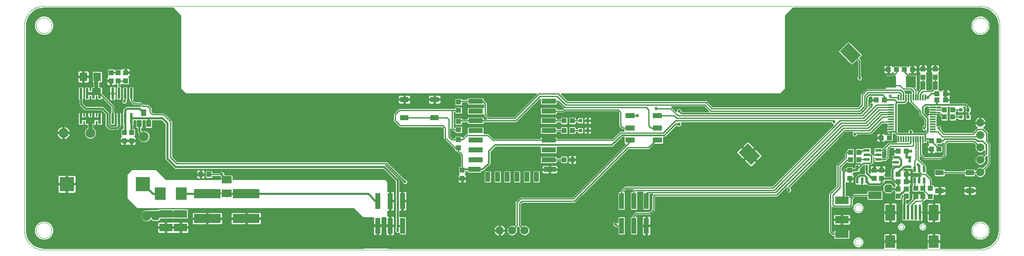
<source format=gtl>
G75*
G70*
%OFA0B0*%
%FSLAX24Y24*%
%IPPOS*%
%LPD*%
%AMOC8*
5,1,8,0,0,1.08239X$1,22.5*
%
%ADD10C,0.0000*%
%ADD11R,0.0433X0.0394*%
%ADD12R,0.0394X0.0433*%
%ADD13R,0.0315X0.0315*%
%ADD14R,0.0787X0.0984*%
%ADD15R,0.0787X0.1299*%
%ADD16R,0.0197X0.1220*%
%ADD17R,0.0472X0.0217*%
%ADD18R,0.1181X0.1181*%
%ADD19R,0.0236X0.0866*%
%ADD20R,0.0394X0.0551*%
%ADD21R,0.0630X0.0710*%
%ADD22C,0.0787*%
%ADD23R,0.0906X0.0984*%
%ADD24R,0.2165X0.0728*%
%ADD25R,0.1063X0.0630*%
%ADD26R,0.0787X0.0630*%
%ADD27R,0.0709X0.0433*%
%ADD28R,0.0118X0.0472*%
%ADD29R,0.0472X0.0118*%
%ADD30C,0.0660*%
%ADD31R,0.0236X0.0472*%
%ADD32R,0.0472X0.0236*%
%ADD33R,0.1102X0.0591*%
%ADD34R,0.0787X0.0945*%
%ADD35R,0.0217X0.0472*%
%ADD36R,0.0394X0.0709*%
%ADD37R,0.0400X0.1300*%
%ADD38R,0.0394X0.0787*%
%ADD39R,0.0984X0.0394*%
%ADD40R,0.1181X0.0394*%
%ADD41R,0.1417X0.1024*%
%ADD42R,0.0768X0.0433*%
%ADD43C,0.0100*%
%ADD44C,0.0246*%
%ADD45C,0.0120*%
%ADD46C,0.0160*%
%ADD47C,0.0500*%
%ADD48C,0.0320*%
%ADD49C,0.0240*%
D10*
X001725Y000937D02*
X077315Y000937D01*
X076685Y002512D02*
X076687Y002562D01*
X076693Y002612D01*
X076703Y002661D01*
X076717Y002709D01*
X076734Y002756D01*
X076755Y002801D01*
X076780Y002845D01*
X076808Y002886D01*
X076840Y002925D01*
X076874Y002962D01*
X076911Y002996D01*
X076951Y003026D01*
X076993Y003053D01*
X077037Y003077D01*
X077083Y003098D01*
X077130Y003114D01*
X077178Y003127D01*
X077228Y003136D01*
X077277Y003141D01*
X077328Y003142D01*
X077378Y003139D01*
X077427Y003132D01*
X077476Y003121D01*
X077524Y003106D01*
X077570Y003088D01*
X077615Y003066D01*
X077658Y003040D01*
X077699Y003011D01*
X077738Y002979D01*
X077774Y002944D01*
X077806Y002906D01*
X077836Y002866D01*
X077863Y002823D01*
X077886Y002779D01*
X077905Y002733D01*
X077921Y002685D01*
X077933Y002636D01*
X077941Y002587D01*
X077945Y002537D01*
X077945Y002487D01*
X077941Y002437D01*
X077933Y002388D01*
X077921Y002339D01*
X077905Y002291D01*
X077886Y002245D01*
X077863Y002201D01*
X077836Y002158D01*
X077806Y002118D01*
X077774Y002080D01*
X077738Y002045D01*
X077699Y002013D01*
X077658Y001984D01*
X077615Y001958D01*
X077570Y001936D01*
X077524Y001918D01*
X077476Y001903D01*
X077427Y001892D01*
X077378Y001885D01*
X077328Y001882D01*
X077277Y001883D01*
X077228Y001888D01*
X077178Y001897D01*
X077130Y001910D01*
X077083Y001926D01*
X077037Y001947D01*
X076993Y001971D01*
X076951Y001998D01*
X076911Y002028D01*
X076874Y002062D01*
X076840Y002099D01*
X076808Y002138D01*
X076780Y002179D01*
X076755Y002223D01*
X076734Y002268D01*
X076717Y002315D01*
X076703Y002363D01*
X076693Y002412D01*
X076687Y002462D01*
X076685Y002512D01*
X077315Y000937D02*
X077392Y000939D01*
X077469Y000945D01*
X077546Y000954D01*
X077622Y000967D01*
X077698Y000984D01*
X077772Y001005D01*
X077846Y001029D01*
X077918Y001057D01*
X077988Y001088D01*
X078057Y001123D01*
X078125Y001161D01*
X078190Y001202D01*
X078253Y001247D01*
X078314Y001295D01*
X078373Y001345D01*
X078429Y001398D01*
X078482Y001454D01*
X078532Y001513D01*
X078580Y001574D01*
X078625Y001637D01*
X078666Y001702D01*
X078704Y001770D01*
X078739Y001839D01*
X078770Y001909D01*
X078798Y001981D01*
X078822Y002055D01*
X078843Y002129D01*
X078860Y002205D01*
X078873Y002281D01*
X078882Y002358D01*
X078888Y002435D01*
X078890Y002512D01*
X078890Y019048D01*
X076685Y019048D02*
X076687Y019098D01*
X076693Y019148D01*
X076703Y019197D01*
X076717Y019245D01*
X076734Y019292D01*
X076755Y019337D01*
X076780Y019381D01*
X076808Y019422D01*
X076840Y019461D01*
X076874Y019498D01*
X076911Y019532D01*
X076951Y019562D01*
X076993Y019589D01*
X077037Y019613D01*
X077083Y019634D01*
X077130Y019650D01*
X077178Y019663D01*
X077228Y019672D01*
X077277Y019677D01*
X077328Y019678D01*
X077378Y019675D01*
X077427Y019668D01*
X077476Y019657D01*
X077524Y019642D01*
X077570Y019624D01*
X077615Y019602D01*
X077658Y019576D01*
X077699Y019547D01*
X077738Y019515D01*
X077774Y019480D01*
X077806Y019442D01*
X077836Y019402D01*
X077863Y019359D01*
X077886Y019315D01*
X077905Y019269D01*
X077921Y019221D01*
X077933Y019172D01*
X077941Y019123D01*
X077945Y019073D01*
X077945Y019023D01*
X077941Y018973D01*
X077933Y018924D01*
X077921Y018875D01*
X077905Y018827D01*
X077886Y018781D01*
X077863Y018737D01*
X077836Y018694D01*
X077806Y018654D01*
X077774Y018616D01*
X077738Y018581D01*
X077699Y018549D01*
X077658Y018520D01*
X077615Y018494D01*
X077570Y018472D01*
X077524Y018454D01*
X077476Y018439D01*
X077427Y018428D01*
X077378Y018421D01*
X077328Y018418D01*
X077277Y018419D01*
X077228Y018424D01*
X077178Y018433D01*
X077130Y018446D01*
X077083Y018462D01*
X077037Y018483D01*
X076993Y018507D01*
X076951Y018534D01*
X076911Y018564D01*
X076874Y018598D01*
X076840Y018635D01*
X076808Y018674D01*
X076780Y018715D01*
X076755Y018759D01*
X076734Y018804D01*
X076717Y018851D01*
X076703Y018899D01*
X076693Y018948D01*
X076687Y018998D01*
X076685Y019048D01*
X077315Y020623D02*
X077392Y020621D01*
X077469Y020615D01*
X077546Y020606D01*
X077622Y020593D01*
X077698Y020576D01*
X077772Y020555D01*
X077846Y020531D01*
X077918Y020503D01*
X077988Y020472D01*
X078057Y020437D01*
X078125Y020399D01*
X078190Y020358D01*
X078253Y020313D01*
X078314Y020265D01*
X078373Y020215D01*
X078429Y020162D01*
X078482Y020106D01*
X078532Y020047D01*
X078580Y019986D01*
X078625Y019923D01*
X078666Y019858D01*
X078704Y019790D01*
X078739Y019721D01*
X078770Y019651D01*
X078798Y019579D01*
X078822Y019505D01*
X078843Y019431D01*
X078860Y019355D01*
X078873Y019279D01*
X078882Y019202D01*
X078888Y019125D01*
X078890Y019048D01*
X077315Y020622D02*
X001725Y020622D01*
X001095Y019048D02*
X001097Y019098D01*
X001103Y019148D01*
X001113Y019197D01*
X001127Y019245D01*
X001144Y019292D01*
X001165Y019337D01*
X001190Y019381D01*
X001218Y019422D01*
X001250Y019461D01*
X001284Y019498D01*
X001321Y019532D01*
X001361Y019562D01*
X001403Y019589D01*
X001447Y019613D01*
X001493Y019634D01*
X001540Y019650D01*
X001588Y019663D01*
X001638Y019672D01*
X001687Y019677D01*
X001738Y019678D01*
X001788Y019675D01*
X001837Y019668D01*
X001886Y019657D01*
X001934Y019642D01*
X001980Y019624D01*
X002025Y019602D01*
X002068Y019576D01*
X002109Y019547D01*
X002148Y019515D01*
X002184Y019480D01*
X002216Y019442D01*
X002246Y019402D01*
X002273Y019359D01*
X002296Y019315D01*
X002315Y019269D01*
X002331Y019221D01*
X002343Y019172D01*
X002351Y019123D01*
X002355Y019073D01*
X002355Y019023D01*
X002351Y018973D01*
X002343Y018924D01*
X002331Y018875D01*
X002315Y018827D01*
X002296Y018781D01*
X002273Y018737D01*
X002246Y018694D01*
X002216Y018654D01*
X002184Y018616D01*
X002148Y018581D01*
X002109Y018549D01*
X002068Y018520D01*
X002025Y018494D01*
X001980Y018472D01*
X001934Y018454D01*
X001886Y018439D01*
X001837Y018428D01*
X001788Y018421D01*
X001738Y018418D01*
X001687Y018419D01*
X001638Y018424D01*
X001588Y018433D01*
X001540Y018446D01*
X001493Y018462D01*
X001447Y018483D01*
X001403Y018507D01*
X001361Y018534D01*
X001321Y018564D01*
X001284Y018598D01*
X001250Y018635D01*
X001218Y018674D01*
X001190Y018715D01*
X001165Y018759D01*
X001144Y018804D01*
X001127Y018851D01*
X001113Y018899D01*
X001103Y018948D01*
X001097Y018998D01*
X001095Y019048D01*
X000150Y019048D02*
X000152Y019125D01*
X000158Y019202D01*
X000167Y019279D01*
X000180Y019355D01*
X000197Y019431D01*
X000218Y019505D01*
X000242Y019579D01*
X000270Y019651D01*
X000301Y019721D01*
X000336Y019790D01*
X000374Y019858D01*
X000415Y019923D01*
X000460Y019986D01*
X000508Y020047D01*
X000558Y020106D01*
X000611Y020162D01*
X000667Y020215D01*
X000726Y020265D01*
X000787Y020313D01*
X000850Y020358D01*
X000915Y020399D01*
X000983Y020437D01*
X001052Y020472D01*
X001122Y020503D01*
X001194Y020531D01*
X001268Y020555D01*
X001342Y020576D01*
X001418Y020593D01*
X001494Y020606D01*
X001571Y020615D01*
X001648Y020621D01*
X001725Y020623D01*
X000150Y019048D02*
X000150Y002512D01*
X001095Y002512D02*
X001097Y002562D01*
X001103Y002612D01*
X001113Y002661D01*
X001127Y002709D01*
X001144Y002756D01*
X001165Y002801D01*
X001190Y002845D01*
X001218Y002886D01*
X001250Y002925D01*
X001284Y002962D01*
X001321Y002996D01*
X001361Y003026D01*
X001403Y003053D01*
X001447Y003077D01*
X001493Y003098D01*
X001540Y003114D01*
X001588Y003127D01*
X001638Y003136D01*
X001687Y003141D01*
X001738Y003142D01*
X001788Y003139D01*
X001837Y003132D01*
X001886Y003121D01*
X001934Y003106D01*
X001980Y003088D01*
X002025Y003066D01*
X002068Y003040D01*
X002109Y003011D01*
X002148Y002979D01*
X002184Y002944D01*
X002216Y002906D01*
X002246Y002866D01*
X002273Y002823D01*
X002296Y002779D01*
X002315Y002733D01*
X002331Y002685D01*
X002343Y002636D01*
X002351Y002587D01*
X002355Y002537D01*
X002355Y002487D01*
X002351Y002437D01*
X002343Y002388D01*
X002331Y002339D01*
X002315Y002291D01*
X002296Y002245D01*
X002273Y002201D01*
X002246Y002158D01*
X002216Y002118D01*
X002184Y002080D01*
X002148Y002045D01*
X002109Y002013D01*
X002068Y001984D01*
X002025Y001958D01*
X001980Y001936D01*
X001934Y001918D01*
X001886Y001903D01*
X001837Y001892D01*
X001788Y001885D01*
X001738Y001882D01*
X001687Y001883D01*
X001638Y001888D01*
X001588Y001897D01*
X001540Y001910D01*
X001493Y001926D01*
X001447Y001947D01*
X001403Y001971D01*
X001361Y001998D01*
X001321Y002028D01*
X001284Y002062D01*
X001250Y002099D01*
X001218Y002138D01*
X001190Y002179D01*
X001165Y002223D01*
X001144Y002268D01*
X001127Y002315D01*
X001113Y002363D01*
X001103Y002412D01*
X001097Y002462D01*
X001095Y002512D01*
X000150Y002512D02*
X000152Y002435D01*
X000158Y002358D01*
X000167Y002281D01*
X000180Y002205D01*
X000197Y002129D01*
X000218Y002055D01*
X000242Y001981D01*
X000270Y001909D01*
X000301Y001839D01*
X000336Y001770D01*
X000374Y001702D01*
X000415Y001637D01*
X000460Y001574D01*
X000508Y001513D01*
X000558Y001454D01*
X000611Y001398D01*
X000667Y001345D01*
X000726Y001295D01*
X000787Y001247D01*
X000850Y001202D01*
X000915Y001161D01*
X000983Y001123D01*
X001052Y001088D01*
X001122Y001057D01*
X001194Y001029D01*
X001268Y001005D01*
X001342Y000984D01*
X001418Y000967D01*
X001494Y000954D01*
X001571Y000945D01*
X001648Y000939D01*
X001725Y000937D01*
X067178Y001567D02*
X067180Y001601D01*
X067186Y001635D01*
X067196Y001668D01*
X067209Y001699D01*
X067227Y001729D01*
X067247Y001757D01*
X067271Y001782D01*
X067297Y001804D01*
X067325Y001822D01*
X067356Y001838D01*
X067388Y001850D01*
X067422Y001858D01*
X067456Y001862D01*
X067490Y001862D01*
X067524Y001858D01*
X067558Y001850D01*
X067590Y001838D01*
X067620Y001822D01*
X067649Y001804D01*
X067675Y001782D01*
X067699Y001757D01*
X067719Y001729D01*
X067737Y001699D01*
X067750Y001668D01*
X067760Y001635D01*
X067766Y001601D01*
X067768Y001567D01*
X067766Y001533D01*
X067760Y001499D01*
X067750Y001466D01*
X067737Y001435D01*
X067719Y001405D01*
X067699Y001377D01*
X067675Y001352D01*
X067649Y001330D01*
X067621Y001312D01*
X067590Y001296D01*
X067558Y001284D01*
X067524Y001276D01*
X067490Y001272D01*
X067456Y001272D01*
X067422Y001276D01*
X067388Y001284D01*
X067356Y001296D01*
X067325Y001312D01*
X067297Y001330D01*
X067271Y001352D01*
X067247Y001377D01*
X067227Y001405D01*
X067209Y001435D01*
X067196Y001466D01*
X067186Y001499D01*
X067180Y001533D01*
X067178Y001567D01*
X070760Y002807D02*
X070762Y002833D01*
X070768Y002859D01*
X070778Y002884D01*
X070791Y002907D01*
X070807Y002927D01*
X070827Y002945D01*
X070849Y002960D01*
X070872Y002972D01*
X070898Y002980D01*
X070924Y002984D01*
X070950Y002984D01*
X070976Y002980D01*
X071002Y002972D01*
X071026Y002960D01*
X071047Y002945D01*
X071067Y002927D01*
X071083Y002907D01*
X071096Y002884D01*
X071106Y002859D01*
X071112Y002833D01*
X071114Y002807D01*
X071112Y002781D01*
X071106Y002755D01*
X071096Y002730D01*
X071083Y002707D01*
X071067Y002687D01*
X071047Y002669D01*
X071025Y002654D01*
X071002Y002642D01*
X070976Y002634D01*
X070950Y002630D01*
X070924Y002630D01*
X070898Y002634D01*
X070872Y002642D01*
X070848Y002654D01*
X070827Y002669D01*
X070807Y002687D01*
X070791Y002707D01*
X070778Y002730D01*
X070768Y002755D01*
X070762Y002781D01*
X070760Y002807D01*
X072493Y002807D02*
X072495Y002833D01*
X072501Y002859D01*
X072511Y002884D01*
X072524Y002907D01*
X072540Y002927D01*
X072560Y002945D01*
X072582Y002960D01*
X072605Y002972D01*
X072631Y002980D01*
X072657Y002984D01*
X072683Y002984D01*
X072709Y002980D01*
X072735Y002972D01*
X072759Y002960D01*
X072780Y002945D01*
X072800Y002927D01*
X072816Y002907D01*
X072829Y002884D01*
X072839Y002859D01*
X072845Y002833D01*
X072847Y002807D01*
X072845Y002781D01*
X072839Y002755D01*
X072829Y002730D01*
X072816Y002707D01*
X072800Y002687D01*
X072780Y002669D01*
X072758Y002654D01*
X072735Y002642D01*
X072709Y002634D01*
X072683Y002630D01*
X072657Y002630D01*
X072631Y002634D01*
X072605Y002642D01*
X072581Y002654D01*
X072560Y002669D01*
X072540Y002687D01*
X072524Y002707D01*
X072511Y002730D01*
X072501Y002755D01*
X072495Y002781D01*
X072493Y002807D01*
X067178Y004323D02*
X067180Y004357D01*
X067186Y004391D01*
X067196Y004424D01*
X067209Y004455D01*
X067227Y004485D01*
X067247Y004513D01*
X067271Y004538D01*
X067297Y004560D01*
X067325Y004578D01*
X067356Y004594D01*
X067388Y004606D01*
X067422Y004614D01*
X067456Y004618D01*
X067490Y004618D01*
X067524Y004614D01*
X067558Y004606D01*
X067590Y004594D01*
X067620Y004578D01*
X067649Y004560D01*
X067675Y004538D01*
X067699Y004513D01*
X067719Y004485D01*
X067737Y004455D01*
X067750Y004424D01*
X067760Y004391D01*
X067766Y004357D01*
X067768Y004323D01*
X067766Y004289D01*
X067760Y004255D01*
X067750Y004222D01*
X067737Y004191D01*
X067719Y004161D01*
X067699Y004133D01*
X067675Y004108D01*
X067649Y004086D01*
X067621Y004068D01*
X067590Y004052D01*
X067558Y004040D01*
X067524Y004032D01*
X067490Y004028D01*
X067456Y004028D01*
X067422Y004032D01*
X067388Y004040D01*
X067356Y004052D01*
X067325Y004068D01*
X067297Y004086D01*
X067271Y004108D01*
X067247Y004133D01*
X067227Y004161D01*
X067209Y004191D01*
X067196Y004222D01*
X067186Y004255D01*
X067180Y004289D01*
X067178Y004323D01*
D11*
X072099Y005229D03*
X072689Y005229D03*
X073280Y005229D03*
X073280Y005898D03*
X072689Y005898D03*
X072099Y005898D03*
X071351Y006449D03*
X070681Y006449D03*
X070681Y007040D03*
X071351Y007040D03*
X071351Y008910D03*
X070681Y008910D03*
X073969Y009067D03*
X073969Y009737D03*
X069973Y009993D03*
X069304Y009993D03*
X069579Y013044D03*
X068910Y013044D03*
X073831Y013044D03*
X074500Y013044D03*
X074500Y013536D03*
X073831Y013536D03*
X071843Y015504D03*
X071174Y015504D03*
X070563Y015504D03*
X069894Y015504D03*
X035189Y012886D03*
X035189Y012217D03*
X035189Y011311D03*
X035189Y010642D03*
X035189Y009835D03*
X035189Y009166D03*
X007729Y014579D03*
X007729Y015248D03*
D12*
X008319Y015248D03*
X007138Y015248D03*
X007138Y014579D03*
X008319Y014579D03*
X008221Y010426D03*
X008811Y010426D03*
X008811Y009756D03*
X008221Y009756D03*
X014382Y007040D03*
X015052Y007040D03*
X035485Y007374D03*
X035485Y006705D03*
X043713Y008221D03*
X044382Y008221D03*
X044382Y010583D03*
X043713Y010583D03*
X043713Y011370D03*
X044382Y011370D03*
X066843Y008811D03*
X067512Y008811D03*
X067512Y008221D03*
X066843Y008221D03*
X066784Y007374D03*
X068752Y007374D03*
X069343Y007374D03*
X069343Y006705D03*
X068752Y006705D03*
X066784Y006705D03*
X070681Y005859D03*
X071351Y005859D03*
X071351Y005268D03*
X070681Y005268D03*
X073378Y009067D03*
X073378Y009737D03*
X074422Y011666D03*
X075091Y011666D03*
X075091Y012256D03*
X074422Y012256D03*
X073674Y014874D03*
X072689Y014874D03*
X072689Y015544D03*
X073674Y015544D03*
D13*
X075741Y012256D03*
X076331Y012256D03*
X076331Y011666D03*
X075741Y011666D03*
X045622Y011370D03*
X045032Y011370D03*
X045032Y010583D03*
X045622Y010583D03*
D14*
X070052Y001626D03*
X073556Y001626D03*
D15*
X073556Y003949D03*
X070052Y003949D03*
D16*
X071174Y003989D03*
X071489Y003989D03*
X071804Y003989D03*
X072119Y003989D03*
X072433Y003989D03*
D17*
X071528Y007650D03*
X070504Y007650D03*
X070504Y008024D03*
X070504Y008398D03*
X071528Y008398D03*
D18*
X009717Y006252D03*
X003575Y006252D03*
D19*
X004715Y011528D03*
X005215Y011528D03*
X005715Y011528D03*
X006215Y011528D03*
X007274Y011528D03*
X007774Y011528D03*
X008274Y011528D03*
X008774Y011528D03*
X008774Y013575D03*
X008274Y013575D03*
X007774Y013575D03*
X007274Y013575D03*
X006215Y013575D03*
X005715Y013575D03*
X005215Y013575D03*
X004715Y013575D03*
D20*
X009796Y012000D03*
X010170Y011134D03*
X009422Y011134D03*
D21*
X006025Y014914D03*
X004905Y014914D03*
D22*
X005465Y010386D03*
X003300Y010386D03*
X009796Y010091D03*
X009993Y003693D03*
D23*
X011115Y005465D03*
X012807Y005465D03*
D24*
X014914Y005485D03*
X018063Y005485D03*
X018063Y003477D03*
X014914Y003477D03*
D25*
X012748Y003851D03*
X011567Y003851D03*
X011567Y002748D03*
X012748Y002748D03*
D26*
X016489Y005504D03*
X016489Y006607D03*
D27*
X030819Y011626D03*
X033260Y011626D03*
X033260Y013083D03*
X030819Y013083D03*
X074028Y007178D03*
X076469Y007178D03*
X076469Y005721D03*
X074028Y005721D03*
D28*
X072886Y009894D03*
X072689Y009894D03*
X072493Y009894D03*
X072296Y009894D03*
X072099Y009894D03*
X071902Y009894D03*
X071705Y009894D03*
X071508Y009894D03*
X071311Y009894D03*
X071115Y009894D03*
X070918Y009894D03*
X070721Y009894D03*
X070721Y013241D03*
X070918Y013241D03*
X071115Y013241D03*
X071311Y013241D03*
X071508Y013241D03*
X071705Y013241D03*
X071902Y013241D03*
X072099Y013241D03*
X072296Y013241D03*
X072493Y013241D03*
X072689Y013241D03*
X072886Y013241D03*
D29*
X073477Y012650D03*
X073477Y012453D03*
X073477Y012256D03*
X073477Y012059D03*
X073477Y011863D03*
X073477Y011666D03*
X073477Y011469D03*
X073477Y011272D03*
X073477Y011075D03*
X073477Y010878D03*
X073477Y010681D03*
X073477Y010485D03*
X070130Y010485D03*
X070130Y010681D03*
X070130Y010878D03*
X070130Y011075D03*
X070130Y011272D03*
X070130Y011469D03*
X070130Y011666D03*
X070130Y011863D03*
X070130Y012059D03*
X070130Y012256D03*
X070130Y012453D03*
X070130Y012650D03*
D30*
X077315Y011205D03*
X077315Y010205D03*
X077315Y009205D03*
X077315Y008205D03*
X077315Y007205D03*
X040520Y002512D03*
X039520Y002512D03*
X038520Y002512D03*
D31*
X072020Y006528D03*
X072394Y006528D03*
X072768Y006528D03*
X072768Y007433D03*
X072394Y007433D03*
X072020Y007433D03*
D32*
X069067Y008241D03*
X068162Y008241D03*
X068162Y008615D03*
X069067Y008615D03*
X069067Y008989D03*
X068162Y008989D03*
D33*
X068811Y005347D03*
X066134Y004953D03*
X066134Y003378D03*
X066134Y002197D03*
D34*
X070130Y014520D03*
X071705Y014520D03*
D35*
X068142Y007552D03*
X067394Y007552D03*
X067394Y006528D03*
X067768Y006528D03*
X068142Y006528D03*
D36*
X072689Y014225D03*
X073674Y014225D03*
D37*
X050363Y004890D03*
X049363Y004890D03*
X048363Y004890D03*
X048363Y002890D03*
X049363Y002890D03*
X050363Y002890D03*
X030678Y002890D03*
X029678Y002890D03*
X028678Y002890D03*
X028678Y004890D03*
X029678Y004890D03*
X030678Y004890D03*
D38*
X037552Y006843D03*
X038339Y006843D03*
X039126Y006843D03*
X039914Y006843D03*
X040701Y006843D03*
X041489Y006843D03*
D39*
X042571Y007433D03*
X036469Y007433D03*
D40*
X036567Y008221D03*
X036567Y009008D03*
X036567Y009796D03*
X036567Y010583D03*
X036567Y011370D03*
X036567Y012158D03*
X036567Y012945D03*
X042473Y012945D03*
X042473Y012158D03*
X042473Y011370D03*
X042473Y010583D03*
X042473Y009796D03*
X042473Y009008D03*
X042473Y008221D03*
D41*
G36*
X058808Y007808D02*
X057808Y008808D01*
X058532Y009532D01*
X059532Y008532D01*
X058808Y007808D01*
G37*
G36*
X066965Y015965D02*
X065965Y016965D01*
X066689Y017689D01*
X067689Y016689D01*
X066965Y015965D01*
G37*
D42*
X051252Y011764D03*
X049048Y011764D03*
X049048Y010780D03*
X051252Y010780D03*
X051252Y009796D03*
X049048Y009796D03*
D43*
X049048Y009678D01*
X044441Y005071D01*
X040209Y005071D01*
X039914Y004776D01*
X039914Y002906D01*
X039520Y002512D01*
X039090Y002513D02*
X038569Y002513D01*
X038569Y002561D02*
X038998Y002561D01*
X038988Y002625D01*
X038965Y002696D01*
X038931Y002764D01*
X038886Y002825D01*
X038833Y002878D01*
X038772Y002923D01*
X038704Y002957D01*
X038632Y002980D01*
X038569Y002991D01*
X038569Y002561D01*
X038569Y002464D01*
X038998Y002464D01*
X038988Y002400D01*
X038965Y002328D01*
X038931Y002261D01*
X038886Y002200D01*
X038833Y002146D01*
X038772Y002102D01*
X038704Y002067D01*
X038632Y002044D01*
X038569Y002034D01*
X038569Y002464D01*
X038472Y002464D01*
X038472Y002034D01*
X038408Y002044D01*
X038336Y002067D01*
X038269Y002102D01*
X038207Y002146D01*
X038154Y002200D01*
X038110Y002261D01*
X038075Y002328D01*
X038052Y002400D01*
X038042Y002464D01*
X038472Y002464D01*
X038472Y002561D01*
X038472Y002991D01*
X038408Y002980D01*
X038336Y002957D01*
X038269Y002923D01*
X038207Y002878D01*
X038154Y002825D01*
X038110Y002764D01*
X038075Y002696D01*
X038052Y002625D01*
X038042Y002561D01*
X038472Y002561D01*
X038569Y002561D01*
X038569Y002612D02*
X038472Y002612D01*
X038472Y002710D02*
X038569Y002710D01*
X038569Y002809D02*
X038472Y002809D01*
X038472Y002907D02*
X038569Y002907D01*
X038793Y002907D02*
X039351Y002907D01*
X039277Y002877D02*
X039156Y002756D01*
X039090Y002598D01*
X039090Y002427D01*
X039156Y002269D01*
X039277Y002148D01*
X039435Y002082D01*
X039606Y002082D01*
X039764Y002148D01*
X039885Y002269D01*
X039950Y002427D01*
X039950Y002598D01*
X039911Y002691D01*
X040012Y002792D01*
X040124Y002680D01*
X040090Y002598D01*
X040090Y002427D01*
X040156Y002269D01*
X040277Y002148D01*
X040435Y002082D01*
X040606Y002082D01*
X040764Y002148D01*
X040885Y002269D01*
X040950Y002427D01*
X040950Y002598D01*
X040885Y002756D01*
X040764Y002877D01*
X040606Y002942D01*
X040435Y002942D01*
X040330Y002899D01*
X040261Y002968D01*
X040261Y004615D01*
X040370Y004724D01*
X044602Y004724D01*
X044690Y004812D01*
X048933Y009055D01*
X050606Y009055D01*
X050694Y009143D01*
X051030Y009479D01*
X051678Y009479D01*
X051736Y009538D01*
X051736Y010029D01*
X051890Y010029D01*
X051983Y010123D01*
X052775Y010915D01*
X052849Y010915D01*
X052912Y010852D01*
X053097Y010852D01*
X053227Y010983D01*
X053227Y011168D01*
X053174Y011220D01*
X065281Y011220D01*
X065281Y011180D01*
X065412Y011049D01*
X065463Y011049D01*
X060521Y006107D01*
X048611Y006107D01*
X048300Y005796D01*
X048213Y005708D01*
X048213Y005640D01*
X048121Y005640D01*
X048063Y005582D01*
X048063Y004199D01*
X048121Y004140D01*
X048604Y004140D01*
X048663Y004199D01*
X048663Y005582D01*
X048604Y005640D01*
X048569Y005640D01*
X048736Y005807D01*
X049296Y005807D01*
X049213Y005724D01*
X049213Y005640D01*
X049121Y005640D01*
X049063Y005582D01*
X049063Y004199D01*
X049121Y004140D01*
X049604Y004140D01*
X049663Y004199D01*
X049663Y005582D01*
X049634Y005610D01*
X050091Y005610D01*
X050063Y005582D01*
X050063Y004199D01*
X050121Y004140D01*
X050604Y004140D01*
X050663Y004199D01*
X050663Y005429D01*
X050886Y005429D01*
X050875Y005418D01*
X050787Y005330D01*
X050787Y004248D01*
X050580Y004040D01*
X049497Y004040D01*
X049300Y003843D01*
X049213Y003755D01*
X049213Y003640D01*
X049121Y003640D01*
X049063Y003582D01*
X049063Y002199D01*
X049121Y002140D01*
X049604Y002140D01*
X049663Y002199D01*
X049663Y003582D01*
X049604Y003640D01*
X049522Y003640D01*
X049622Y003740D01*
X050704Y003740D01*
X050792Y003828D01*
X051087Y004123D01*
X051087Y005206D01*
X051098Y005217D01*
X060940Y005217D01*
X061713Y005989D01*
X061713Y005926D01*
X061640Y005853D01*
X061640Y005668D01*
X061770Y005537D01*
X061955Y005537D01*
X062086Y005668D01*
X062086Y005853D01*
X062013Y005926D01*
X062013Y005993D01*
X066452Y010433D01*
X067007Y010433D01*
X066955Y010380D01*
X066955Y010195D01*
X067085Y010065D01*
X067270Y010065D01*
X067401Y010195D01*
X067401Y010236D01*
X068519Y010236D01*
X068607Y010324D01*
X069405Y011122D01*
X069794Y011122D01*
X069794Y010853D01*
X069774Y010833D01*
X069754Y010798D01*
X069744Y010760D01*
X069744Y010682D01*
X070130Y010682D01*
X070130Y010681D01*
X069744Y010681D01*
X069744Y010603D01*
X069754Y010565D01*
X069774Y010530D01*
X069794Y010510D01*
X069794Y010384D01*
X069853Y010326D01*
X069970Y010326D01*
X069970Y010289D01*
X069715Y010289D01*
X069663Y010237D01*
X069660Y010247D01*
X069640Y010281D01*
X069612Y010309D01*
X069578Y010329D01*
X069540Y010339D01*
X069352Y010339D01*
X069352Y010041D01*
X069255Y010041D01*
X069255Y009944D01*
X068937Y009944D01*
X068937Y009776D01*
X068947Y009738D01*
X068967Y009704D01*
X065723Y009704D01*
X065625Y009605D02*
X069826Y009605D01*
X069871Y009650D02*
X069386Y009165D01*
X069345Y009207D01*
X068790Y009207D01*
X068731Y009148D01*
X068731Y008845D01*
X068711Y008825D01*
X068691Y008791D01*
X068681Y008752D01*
X068681Y008624D01*
X069058Y008624D01*
X069058Y008606D01*
X068692Y008606D01*
X068617Y008681D01*
X068523Y008775D01*
X068498Y008775D01*
X068471Y008802D01*
X068498Y008829D01*
X068498Y009148D01*
X068439Y009207D01*
X067884Y009207D01*
X067826Y009148D01*
X067826Y009139D01*
X067785Y009139D01*
X067762Y009116D01*
X067750Y009128D01*
X067274Y009128D01*
X067215Y009069D01*
X067215Y008553D01*
X067253Y008516D01*
X067215Y008479D01*
X067215Y007963D01*
X067274Y007904D01*
X067619Y007904D01*
X067573Y007858D01*
X067544Y007888D01*
X067244Y007888D01*
X067186Y007829D01*
X067186Y007598D01*
X067142Y007554D01*
X067081Y007554D01*
X067081Y007632D01*
X067022Y007691D01*
X066546Y007691D01*
X066487Y007632D01*
X066487Y007554D01*
X066355Y007554D01*
X066217Y007417D01*
X066146Y007346D01*
X066146Y007568D01*
X066546Y007968D01*
X066546Y007963D01*
X066605Y007904D01*
X067081Y007904D01*
X067140Y007963D01*
X067140Y008479D01*
X067102Y008516D01*
X067140Y008553D01*
X067140Y009069D01*
X067081Y009128D01*
X066605Y009128D01*
X066546Y009069D01*
X066546Y008961D01*
X066525Y008961D01*
X066437Y008874D01*
X066339Y008775D01*
X066339Y008480D01*
X065650Y007791D01*
X065650Y006118D01*
X065059Y005527D01*
X065059Y002352D01*
X065276Y002135D01*
X065363Y002047D01*
X065483Y002047D01*
X065483Y001861D01*
X065542Y001802D01*
X066727Y001802D01*
X066785Y001861D01*
X066785Y002534D01*
X066727Y002593D01*
X065542Y002593D01*
X065483Y002534D01*
X065483Y002352D01*
X065359Y002476D01*
X065359Y004414D01*
X065442Y004331D01*
X066846Y004331D01*
X066944Y004429D01*
X067032Y004517D01*
X067032Y005009D01*
X067220Y005197D01*
X068160Y005197D01*
X068160Y005010D01*
X068219Y004952D01*
X069404Y004952D01*
X069463Y005010D01*
X069463Y005681D01*
X069557Y005587D01*
X069662Y005482D01*
X070106Y005482D01*
X070205Y005580D01*
X070297Y005672D01*
X070313Y005664D01*
X070356Y005679D01*
X070385Y005679D01*
X070385Y005601D01*
X070422Y005563D01*
X070385Y005526D01*
X070385Y005010D01*
X070443Y004952D01*
X070920Y004952D01*
X070978Y005010D01*
X070978Y005271D01*
X071054Y005347D01*
X071054Y005226D01*
X070994Y005166D01*
X070994Y004659D01*
X070975Y004640D01*
X070975Y003337D01*
X071034Y003278D01*
X071313Y003278D01*
X071331Y003296D01*
X071349Y003278D01*
X071628Y003278D01*
X071646Y003296D01*
X071664Y003278D01*
X071943Y003278D01*
X071961Y003296D01*
X071979Y003278D01*
X072223Y003278D01*
X072243Y003258D01*
X072277Y003239D01*
X072315Y003228D01*
X072433Y003228D01*
X072433Y003989D01*
X072433Y003989D01*
X072682Y003989D01*
X072682Y004619D01*
X072672Y004657D01*
X072652Y004691D01*
X072624Y004719D01*
X072614Y004724D01*
X072653Y004724D01*
X072752Y004823D01*
X072839Y004911D01*
X072839Y004932D01*
X072947Y004932D01*
X072985Y004969D01*
X073022Y004932D01*
X073538Y004932D01*
X073596Y004990D01*
X073596Y005376D01*
X073616Y005365D01*
X073654Y005354D01*
X073978Y005354D01*
X073978Y005671D01*
X074078Y005671D01*
X074078Y005771D01*
X073978Y005771D01*
X073978Y006087D01*
X073654Y006087D01*
X073616Y006077D01*
X073596Y006066D01*
X073596Y006136D01*
X073538Y006195D01*
X073430Y006195D01*
X073430Y006708D01*
X073036Y007102D01*
X072984Y007154D01*
X072986Y007156D01*
X072986Y007711D01*
X072928Y007770D01*
X072918Y007770D01*
X072918Y007811D01*
X072446Y008283D01*
X072446Y008449D01*
X072638Y008257D01*
X072726Y008169D01*
X074228Y008169D01*
X074523Y008465D01*
X074611Y008552D01*
X074611Y009438D01*
X074720Y009547D01*
X076761Y009547D01*
X076924Y009384D01*
X076885Y009291D01*
X076885Y009120D01*
X076951Y008962D01*
X077072Y008841D01*
X077230Y008775D01*
X077401Y008775D01*
X077559Y008841D01*
X077647Y008929D01*
X077647Y008764D01*
X077484Y008600D01*
X077401Y008635D01*
X077230Y008635D01*
X077072Y008570D01*
X076951Y008449D01*
X076885Y008291D01*
X076885Y008120D01*
X076951Y007962D01*
X077072Y007841D01*
X077230Y007775D01*
X077401Y007775D01*
X077559Y007841D01*
X077680Y007962D01*
X077745Y008120D01*
X077745Y008291D01*
X077711Y008374D01*
X077854Y008518D01*
X077854Y007956D01*
X077494Y007596D01*
X077401Y007635D01*
X077230Y007635D01*
X077072Y007570D01*
X076951Y007449D01*
X076923Y007382D01*
X076923Y007436D01*
X076865Y007494D01*
X076073Y007494D01*
X076015Y007436D01*
X076015Y007328D01*
X074482Y007328D01*
X074482Y007436D01*
X074424Y007494D01*
X073632Y007494D01*
X073574Y007436D01*
X073574Y006920D01*
X073632Y006861D01*
X074424Y006861D01*
X074482Y006920D01*
X074482Y007028D01*
X076015Y007028D01*
X076015Y006920D01*
X076073Y006861D01*
X076865Y006861D01*
X076923Y006920D01*
X076923Y007028D01*
X076923Y007028D01*
X076951Y006962D01*
X077072Y006841D01*
X077230Y006775D01*
X077401Y006775D01*
X077559Y006841D01*
X077680Y006962D01*
X077745Y007120D01*
X077745Y007291D01*
X077707Y007384D01*
X078154Y007832D01*
X078154Y009563D01*
X077957Y009759D01*
X077957Y010448D01*
X077870Y010536D01*
X077593Y010813D01*
X077628Y010839D01*
X077681Y010892D01*
X077726Y010954D01*
X077760Y011021D01*
X077784Y011093D01*
X077794Y011157D01*
X077364Y011157D01*
X077364Y011254D01*
X077267Y011254D01*
X077267Y011683D01*
X077203Y011673D01*
X077131Y011650D01*
X077064Y011616D01*
X077003Y011571D01*
X076949Y011518D01*
X076905Y011457D01*
X076871Y011389D01*
X076847Y011318D01*
X076837Y011254D01*
X077267Y011254D01*
X077267Y011157D01*
X076837Y011157D01*
X076847Y011093D01*
X076871Y011021D01*
X076905Y010954D01*
X076949Y010892D01*
X077003Y010839D01*
X077038Y010813D01*
X076969Y010744D01*
X076663Y010438D01*
X074425Y010438D01*
X074183Y010679D01*
X074192Y010688D01*
X074192Y010872D01*
X074061Y011003D01*
X073877Y011003D01*
X073813Y010939D01*
X073813Y011691D01*
X073833Y011711D01*
X073853Y011746D01*
X073863Y011784D01*
X073863Y011863D01*
X073863Y011909D01*
X073907Y011909D01*
X074125Y011691D01*
X074125Y011408D01*
X074183Y011349D01*
X074660Y011349D01*
X074719Y011408D01*
X074719Y011924D01*
X074681Y011961D01*
X074719Y011998D01*
X074719Y012490D01*
X074794Y012490D01*
X074794Y011998D01*
X074831Y011961D01*
X074794Y011924D01*
X074794Y011408D01*
X074853Y011349D01*
X075329Y011349D01*
X075388Y011408D01*
X075388Y011516D01*
X075483Y011516D01*
X075483Y011467D01*
X075542Y011408D01*
X075939Y011408D01*
X075998Y011467D01*
X075998Y011865D01*
X075939Y011923D01*
X075542Y011923D01*
X075483Y011865D01*
X075483Y011816D01*
X075388Y011816D01*
X075388Y011924D01*
X075350Y011961D01*
X075388Y011998D01*
X075388Y012106D01*
X075483Y012106D01*
X075483Y012057D01*
X075542Y011999D01*
X075939Y011999D01*
X075998Y012057D01*
X075998Y012455D01*
X075963Y012490D01*
X076068Y012490D01*
X076088Y012470D01*
X076074Y012455D01*
X076074Y012057D01*
X076132Y011999D01*
X076171Y011999D01*
X076171Y011923D01*
X076132Y011923D01*
X076074Y011865D01*
X076074Y011467D01*
X076132Y011408D01*
X076530Y011408D01*
X076589Y011467D01*
X076589Y011865D01*
X076530Y011923D01*
X076491Y011923D01*
X076491Y011999D01*
X076530Y011999D01*
X076589Y012057D01*
X076589Y012455D01*
X076530Y012514D01*
X076491Y012514D01*
X076491Y012519D01*
X076294Y012716D01*
X076201Y012810D01*
X074862Y012810D01*
X074867Y012827D01*
X074867Y012995D01*
X074549Y012995D01*
X074549Y013092D01*
X074867Y013092D01*
X074867Y013260D01*
X074859Y013290D01*
X074867Y013319D01*
X074867Y013487D01*
X074549Y013487D01*
X074549Y013092D01*
X074452Y013092D01*
X074452Y013189D01*
X074452Y013487D01*
X074549Y013487D01*
X074549Y013584D01*
X074867Y013584D01*
X074867Y013752D01*
X074857Y013791D01*
X074837Y013825D01*
X074809Y013853D01*
X074775Y013872D01*
X074737Y013883D01*
X074549Y013883D01*
X074549Y013584D01*
X074452Y013584D01*
X074452Y013883D01*
X074264Y013883D01*
X074226Y013872D01*
X074192Y013853D01*
X074164Y013825D01*
X074144Y013791D01*
X074141Y013780D01*
X074089Y013833D01*
X073970Y013833D01*
X073970Y015132D01*
X073918Y015185D01*
X073928Y015187D01*
X073963Y015207D01*
X073991Y015235D01*
X074010Y015269D01*
X074020Y015307D01*
X074020Y015495D01*
X073722Y015495D01*
X073722Y015592D01*
X074020Y015592D01*
X074020Y015780D01*
X074010Y015818D01*
X073991Y015852D01*
X073963Y015880D01*
X073928Y015900D01*
X073890Y015910D01*
X073722Y015910D01*
X073722Y015592D01*
X073625Y015592D01*
X073625Y015495D01*
X073327Y015495D01*
X073327Y015307D01*
X073337Y015269D01*
X073357Y015235D01*
X073385Y015207D01*
X073419Y015187D01*
X073429Y015185D01*
X073377Y015132D01*
X073377Y013943D01*
X073316Y013883D01*
X072986Y013883D01*
X072986Y015132D01*
X072934Y015185D01*
X072944Y015187D01*
X072978Y015207D01*
X073006Y015235D01*
X073026Y015269D01*
X073036Y015307D01*
X073036Y015495D01*
X072738Y015495D01*
X072738Y015592D01*
X073036Y015592D01*
X073036Y015780D01*
X073026Y015818D01*
X073006Y015852D01*
X072978Y015880D01*
X072944Y015900D01*
X072906Y015910D01*
X072738Y015910D01*
X072738Y015592D01*
X072641Y015592D01*
X072641Y015495D01*
X072343Y015495D01*
X072343Y015307D01*
X072353Y015269D01*
X072372Y015235D01*
X072400Y015207D01*
X072435Y015187D01*
X072445Y015185D01*
X072393Y015132D01*
X072393Y013943D01*
X072249Y013800D01*
X072249Y013893D01*
X072167Y013975D01*
X072199Y014006D01*
X072199Y015034D01*
X072140Y015093D01*
X071640Y015093D01*
X071560Y015173D01*
X071568Y015168D01*
X071607Y015157D01*
X071794Y015157D01*
X071794Y015456D01*
X071891Y015456D01*
X071891Y015157D01*
X072079Y015157D01*
X072117Y015168D01*
X072152Y015187D01*
X072179Y015215D01*
X072199Y015250D01*
X072209Y015288D01*
X072209Y015456D01*
X071891Y015456D01*
X071891Y015553D01*
X071794Y015553D01*
X071794Y015851D01*
X071607Y015851D01*
X071568Y015841D01*
X071534Y015821D01*
X071506Y015793D01*
X071487Y015759D01*
X071484Y015749D01*
X071432Y015801D01*
X070916Y015801D01*
X070869Y015754D01*
X070821Y015801D01*
X070305Y015801D01*
X070253Y015749D01*
X070250Y015759D01*
X070231Y015793D01*
X070203Y015821D01*
X070169Y015841D01*
X070130Y015851D01*
X069943Y015851D01*
X069943Y015553D01*
X069846Y015553D01*
X069846Y015851D01*
X069658Y015851D01*
X069620Y015841D01*
X069585Y015821D01*
X069558Y015793D01*
X069538Y015759D01*
X069528Y015721D01*
X069528Y015553D01*
X069846Y015553D01*
X069846Y015456D01*
X069943Y015456D01*
X069943Y015157D01*
X070130Y015157D01*
X070169Y015168D01*
X070203Y015187D01*
X070231Y015215D01*
X070250Y015250D01*
X070253Y015260D01*
X070305Y015207D01*
X070310Y015207D01*
X070195Y015093D01*
X069695Y015093D01*
X069637Y015034D01*
X069637Y014006D01*
X069662Y013981D01*
X068100Y013981D01*
X067706Y013587D01*
X067618Y013500D01*
X067618Y012712D01*
X067411Y012505D01*
X055724Y012505D01*
X055320Y012909D01*
X055232Y012997D01*
X044011Y012997D01*
X043472Y013536D01*
X061174Y013536D01*
X061567Y013930D01*
X061567Y019835D01*
X062205Y020472D01*
X077315Y020472D01*
X077501Y020460D01*
X077861Y020364D01*
X078114Y020218D01*
X078486Y019846D01*
X078632Y019593D01*
X078728Y019234D01*
X078740Y019048D01*
X078740Y002512D01*
X078728Y002326D01*
X078632Y001967D01*
X078632Y001967D01*
X078486Y001714D01*
X078114Y001342D01*
X077861Y001196D01*
X077501Y001100D01*
X077315Y001087D01*
X074092Y001087D01*
X074099Y001115D01*
X074099Y001576D01*
X073606Y001576D01*
X073606Y001676D01*
X074099Y001676D01*
X074099Y002138D01*
X074089Y002176D01*
X074069Y002211D01*
X074041Y002239D01*
X074007Y002258D01*
X073969Y002269D01*
X073606Y002269D01*
X073606Y001676D01*
X073506Y001676D01*
X073506Y002269D01*
X073142Y002269D01*
X073104Y002258D01*
X073070Y002239D01*
X073042Y002211D01*
X073022Y002176D01*
X073012Y002138D01*
X073012Y001676D01*
X073506Y001676D01*
X073506Y001576D01*
X073012Y001576D01*
X073012Y001115D01*
X073019Y001087D01*
X070588Y001087D01*
X070595Y001115D01*
X070595Y001576D01*
X070102Y001576D01*
X070102Y001676D01*
X070595Y001676D01*
X070595Y002138D01*
X070585Y002176D01*
X070565Y002211D01*
X070537Y002239D01*
X070503Y002258D01*
X070465Y002269D01*
X070102Y002269D01*
X070102Y001676D01*
X070002Y001676D01*
X070002Y001576D01*
X069508Y001576D01*
X069508Y001115D01*
X069515Y001087D01*
X029481Y001087D01*
X029481Y002090D01*
X029628Y002090D01*
X029628Y002840D01*
X029728Y002840D01*
X029728Y002940D01*
X030028Y002940D01*
X030028Y003560D01*
X030017Y003598D01*
X029998Y003632D01*
X029970Y003660D01*
X029935Y003680D01*
X029897Y003690D01*
X029728Y003690D01*
X029728Y002940D01*
X029628Y002940D01*
X029628Y003690D01*
X029481Y003690D01*
X029481Y004090D01*
X029628Y004090D01*
X029628Y004840D01*
X029728Y004840D01*
X029728Y004940D01*
X030028Y004940D01*
X030028Y005560D01*
X030017Y005598D01*
X029998Y005632D01*
X029970Y005660D01*
X029935Y005680D01*
X029897Y005690D01*
X029728Y005690D01*
X029728Y004940D01*
X029628Y004940D01*
X029628Y005690D01*
X029481Y005690D01*
X029481Y006449D01*
X029284Y006646D01*
X016982Y006646D01*
X016982Y006963D01*
X016924Y007022D01*
X016318Y007022D01*
X016318Y007132D01*
X016187Y007263D01*
X016003Y007263D01*
X015930Y007190D01*
X015348Y007190D01*
X015348Y007298D01*
X015290Y007356D01*
X014813Y007356D01*
X014755Y007298D01*
X014755Y006782D01*
X014813Y006723D01*
X015290Y006723D01*
X015348Y006782D01*
X015348Y006890D01*
X015930Y006890D01*
X015995Y006824D01*
X015995Y006646D01*
X011567Y006646D01*
X010780Y007433D01*
X008811Y007433D01*
X008418Y007040D01*
X008418Y005071D01*
X009205Y004284D01*
X026725Y004284D01*
X027512Y003496D01*
X027512Y001087D01*
X001725Y001087D01*
X001539Y001100D01*
X001180Y001196D01*
X000927Y001342D01*
X000554Y001714D01*
X000408Y001967D01*
X000312Y002326D01*
X000300Y002512D01*
X000300Y019048D01*
X000312Y019234D01*
X000408Y019593D01*
X000554Y019846D01*
X000927Y020218D01*
X001180Y020364D01*
X001539Y020460D01*
X001725Y020472D01*
X012111Y020472D01*
X012748Y019835D01*
X012748Y013930D01*
X013142Y013536D01*
X041473Y013536D01*
X039655Y011717D01*
X037712Y011717D01*
X037505Y011925D01*
X037505Y012811D01*
X037417Y012898D01*
X037308Y013007D01*
X037308Y013007D01*
X037258Y013057D01*
X037258Y013184D01*
X037199Y013242D01*
X035935Y013242D01*
X035877Y013184D01*
X035877Y013095D01*
X035506Y013095D01*
X035506Y013124D01*
X035447Y013183D01*
X034931Y013183D01*
X034873Y013124D01*
X034873Y012648D01*
X034931Y012589D01*
X035447Y012589D01*
X035506Y012648D01*
X035506Y012795D01*
X035877Y012795D01*
X035877Y012707D01*
X035935Y012648D01*
X037199Y012648D01*
X037205Y012654D01*
X037205Y012449D01*
X037199Y012455D01*
X035935Y012455D01*
X035877Y012396D01*
X035877Y011920D01*
X035935Y011861D01*
X037199Y011861D01*
X037205Y011866D01*
X037205Y011800D01*
X037293Y011713D01*
X037485Y011520D01*
X037258Y011520D01*
X037258Y011609D01*
X037199Y011667D01*
X035935Y011667D01*
X035877Y011609D01*
X035877Y011520D01*
X035506Y011520D01*
X035506Y011550D01*
X035447Y011608D01*
X034931Y011608D01*
X034873Y011550D01*
X034873Y011073D01*
X034931Y011015D01*
X035447Y011015D01*
X035506Y011073D01*
X035506Y011220D01*
X035877Y011220D01*
X035877Y011132D01*
X035935Y011074D01*
X037199Y011074D01*
X037258Y011132D01*
X037258Y011220D01*
X039877Y011220D01*
X041782Y013125D01*
X041782Y012707D01*
X041841Y012648D01*
X043105Y012648D01*
X043163Y012707D01*
X043163Y012795D01*
X043198Y012795D01*
X043602Y012391D01*
X043639Y012355D01*
X043602Y012318D01*
X043592Y012308D01*
X043163Y012308D01*
X043163Y012396D01*
X043105Y012455D01*
X041841Y012455D01*
X041782Y012396D01*
X041782Y011920D01*
X041841Y011861D01*
X043105Y011861D01*
X043163Y011920D01*
X043163Y012008D01*
X043716Y012008D01*
X043814Y012106D01*
X048021Y012106D01*
X048130Y011997D01*
X048130Y010915D01*
X048327Y010718D01*
X048327Y010718D01*
X048415Y010630D01*
X048564Y010630D01*
X048564Y010536D01*
X048218Y010536D01*
X047627Y009946D01*
X043163Y009946D01*
X043163Y010034D01*
X043105Y010093D01*
X041841Y010093D01*
X041782Y010034D01*
X041782Y009946D01*
X038007Y009946D01*
X037614Y010339D01*
X037252Y010339D01*
X037258Y010345D01*
X037258Y010821D01*
X037199Y010880D01*
X035935Y010880D01*
X035877Y010821D01*
X035877Y010345D01*
X035882Y010339D01*
X035816Y010339D01*
X035506Y010029D01*
X035506Y010073D01*
X035447Y010132D01*
X034931Y010132D01*
X034873Y010073D01*
X034873Y009985D01*
X034720Y009985D01*
X034552Y010153D01*
X034552Y010713D01*
X034635Y010630D01*
X034635Y010630D01*
X034773Y010492D01*
X034873Y010492D01*
X034552Y010492D01*
X034552Y010590D02*
X034675Y010590D01*
X034576Y010689D02*
X034552Y010689D01*
X034697Y010780D02*
X034697Y012217D01*
X030426Y012217D01*
X030071Y011863D01*
X030071Y011370D01*
X030465Y010977D01*
X033910Y010977D01*
X034107Y010780D01*
X034107Y009993D01*
X034933Y009166D01*
X035189Y009166D01*
X035189Y008910D01*
X035485Y008615D01*
X035485Y007374D01*
X035544Y007433D01*
X035781Y007273D02*
X035781Y007116D01*
X035729Y007064D01*
X035739Y007061D01*
X035774Y007042D01*
X035802Y007014D01*
X035821Y006980D01*
X035831Y006941D01*
X035831Y006754D01*
X035533Y006754D01*
X035533Y006657D01*
X035831Y006657D01*
X035831Y006469D01*
X035821Y006431D01*
X035802Y006396D01*
X035774Y006369D01*
X035739Y006349D01*
X035701Y006339D01*
X035533Y006339D01*
X035533Y006657D01*
X035436Y006657D01*
X035138Y006657D01*
X035138Y006469D01*
X035148Y006431D01*
X035168Y006396D01*
X035196Y006369D01*
X035230Y006349D01*
X035268Y006339D01*
X035436Y006339D01*
X035436Y006657D01*
X035436Y006754D01*
X035138Y006754D01*
X035138Y006941D01*
X035148Y006980D01*
X035168Y007014D01*
X035196Y007042D01*
X035230Y007061D01*
X035240Y007064D01*
X035188Y007116D01*
X035188Y007632D01*
X035246Y007691D01*
X035335Y007691D01*
X035335Y008552D01*
X035039Y008848D01*
X035039Y008869D01*
X034931Y008869D01*
X034873Y008927D01*
X034873Y009016D01*
X034871Y009016D01*
X034783Y009104D01*
X033957Y009930D01*
X033957Y010718D01*
X033848Y010827D01*
X030403Y010827D01*
X030315Y010915D01*
X029921Y011308D01*
X029921Y011925D01*
X030009Y012013D01*
X030363Y012367D01*
X034873Y012367D01*
X034873Y012455D01*
X034931Y012514D01*
X035447Y012514D01*
X035506Y012455D01*
X035506Y011979D01*
X035447Y011920D01*
X034931Y011920D01*
X034873Y011979D01*
X034873Y012067D01*
X034847Y012067D01*
X034847Y010842D01*
X034873Y010816D01*
X034873Y010880D01*
X034931Y010939D01*
X035447Y010939D01*
X035506Y010880D01*
X035506Y010404D01*
X035447Y010345D01*
X034931Y010345D01*
X034873Y010404D01*
X034873Y010492D01*
X034883Y010393D02*
X034552Y010393D01*
X034552Y010295D02*
X035772Y010295D01*
X035673Y010196D02*
X034552Y010196D01*
X034607Y010098D02*
X034897Y010098D01*
X034873Y009999D02*
X034706Y009999D01*
X034658Y009835D02*
X034402Y010091D01*
X034402Y011469D01*
X034244Y011626D01*
X033260Y011626D01*
X030819Y011626D01*
X029921Y011674D02*
X011771Y011674D01*
X011673Y011772D02*
X029921Y011772D01*
X029921Y011871D02*
X011574Y011871D01*
X011476Y011969D02*
X029966Y011969D01*
X030064Y012068D02*
X010491Y012068D01*
X010438Y012122D02*
X010438Y012417D01*
X010350Y012505D01*
X010153Y012702D01*
X009759Y012702D01*
X009563Y012898D01*
X009070Y012898D01*
X008927Y013042D01*
X008934Y013042D01*
X008992Y013101D01*
X008992Y014050D01*
X008934Y014108D01*
X008614Y014108D01*
X008556Y014050D01*
X008556Y013101D01*
X008614Y013042D01*
X008624Y013042D01*
X008624Y012921D01*
X008712Y012833D01*
X008858Y012686D01*
X008946Y012598D01*
X009438Y012598D01*
X009502Y012535D01*
X008343Y012535D01*
X008238Y012429D01*
X008094Y012286D01*
X008094Y012041D01*
X008056Y012002D01*
X008056Y011053D01*
X008094Y011015D01*
X008094Y010742D01*
X007983Y010742D01*
X007924Y010684D01*
X007924Y010168D01*
X007976Y010115D01*
X007966Y010113D01*
X007932Y010093D01*
X007904Y010065D01*
X007884Y010031D01*
X007874Y009993D01*
X007874Y009805D01*
X008172Y009805D01*
X008172Y009708D01*
X007874Y009708D01*
X007874Y009520D01*
X007884Y009482D01*
X007904Y009448D01*
X007932Y009420D01*
X007966Y009400D01*
X008004Y009390D01*
X008172Y009390D01*
X008172Y009708D01*
X008269Y009708D01*
X008269Y009390D01*
X008437Y009390D01*
X008476Y009400D01*
X008510Y009420D01*
X008516Y009426D01*
X008522Y009420D01*
X008557Y009400D01*
X008595Y009390D01*
X008763Y009390D01*
X008763Y009708D01*
X008269Y009708D01*
X008269Y009805D01*
X008465Y009805D01*
X008763Y009805D01*
X008763Y009708D01*
X008860Y009708D01*
X008860Y009805D01*
X009158Y009805D01*
X009158Y009993D01*
X009148Y010031D01*
X009128Y010065D01*
X009100Y010093D01*
X009066Y010113D01*
X009056Y010115D01*
X009108Y010168D01*
X009108Y010684D01*
X009050Y010742D01*
X008954Y010742D01*
X008954Y011015D01*
X008992Y011053D01*
X008992Y011387D01*
X009125Y011387D01*
X009125Y010817D01*
X009183Y010759D01*
X009242Y010759D01*
X009242Y010390D01*
X009343Y010289D01*
X009302Y010189D01*
X009302Y009993D01*
X009377Y009811D01*
X009516Y009672D01*
X009697Y009597D01*
X009894Y009597D01*
X010075Y009672D01*
X010214Y009811D01*
X010289Y009993D01*
X010289Y010189D01*
X010214Y010371D01*
X010075Y010509D01*
X009894Y010585D01*
X009697Y010585D01*
X009602Y010545D01*
X009602Y010759D01*
X009660Y010759D01*
X009719Y010817D01*
X009719Y011387D01*
X009873Y011387D01*
X009873Y010817D01*
X009931Y010759D01*
X010408Y010759D01*
X010467Y010817D01*
X010467Y011387D01*
X011197Y011387D01*
X011486Y011099D01*
X011486Y008245D01*
X011591Y008139D01*
X012280Y007450D01*
X029111Y007450D01*
X030088Y006473D01*
X030088Y002648D01*
X030045Y002605D01*
X030045Y002420D01*
X030176Y002289D01*
X030360Y002289D01*
X030378Y002306D01*
X030378Y002199D01*
X030436Y002140D01*
X030919Y002140D01*
X030978Y002199D01*
X030978Y003582D01*
X030919Y003640D01*
X030448Y003640D01*
X030448Y004093D01*
X030458Y004090D01*
X030628Y004090D01*
X030628Y004840D01*
X030728Y004840D01*
X030728Y004940D01*
X031028Y004940D01*
X031028Y005560D01*
X031017Y005598D01*
X030998Y005632D01*
X030970Y005660D01*
X030935Y005680D01*
X030897Y005690D01*
X030728Y005690D01*
X030728Y004940D01*
X030628Y004940D01*
X030628Y005690D01*
X030458Y005690D01*
X030448Y005688D01*
X030448Y006622D01*
X029365Y007705D01*
X029295Y007776D01*
X029320Y007776D01*
X030636Y006460D01*
X030636Y006357D01*
X030766Y006226D01*
X030951Y006226D01*
X031082Y006357D01*
X031082Y006542D01*
X030951Y006672D01*
X030848Y006672D01*
X029444Y008076D01*
X012515Y008076D01*
X012111Y008480D01*
X012111Y011334D01*
X012023Y011422D01*
X011433Y012013D01*
X010547Y012013D01*
X010438Y012122D01*
X010438Y012166D02*
X030163Y012166D01*
X030261Y012265D02*
X010438Y012265D01*
X010438Y012363D02*
X030360Y012363D01*
X030445Y012717D02*
X030769Y012717D01*
X030769Y013033D01*
X030315Y013033D01*
X030315Y012847D01*
X030325Y012809D01*
X030345Y012774D01*
X030373Y012747D01*
X030407Y012727D01*
X030445Y012717D01*
X030362Y012757D02*
X009704Y012757D01*
X009605Y012856D02*
X030315Y012856D01*
X030315Y012954D02*
X009014Y012954D01*
X008944Y013053D02*
X030769Y013053D01*
X030769Y013033D02*
X030769Y013133D01*
X030315Y013133D01*
X030315Y013319D01*
X030325Y013358D01*
X030345Y013392D01*
X030373Y013420D01*
X030407Y013439D01*
X030445Y013450D01*
X030769Y013450D01*
X030769Y013133D01*
X030869Y013133D01*
X030869Y013450D01*
X031193Y013450D01*
X031232Y013439D01*
X031266Y013420D01*
X031294Y013392D01*
X031313Y013358D01*
X031324Y013319D01*
X031324Y013133D01*
X030869Y013133D01*
X030869Y013033D01*
X030869Y012717D01*
X031193Y012717D01*
X031232Y012727D01*
X031266Y012747D01*
X031294Y012774D01*
X031313Y012809D01*
X031324Y012847D01*
X031324Y013033D01*
X030869Y013033D01*
X030769Y013033D01*
X030769Y012954D02*
X030869Y012954D01*
X030869Y012856D02*
X030769Y012856D01*
X030769Y012757D02*
X030869Y012757D01*
X030869Y013053D02*
X033210Y013053D01*
X033210Y013033D02*
X032756Y013033D01*
X032756Y012847D01*
X032766Y012809D01*
X032786Y012774D01*
X032814Y012747D01*
X032848Y012727D01*
X032886Y012717D01*
X033210Y012717D01*
X033210Y013033D01*
X033210Y013133D01*
X032756Y013133D01*
X032756Y013319D01*
X032766Y013358D01*
X032786Y013392D01*
X032814Y013420D01*
X032848Y013439D01*
X032886Y013450D01*
X033210Y013450D01*
X033210Y013133D01*
X033310Y013133D01*
X033310Y013450D01*
X033634Y013450D01*
X033672Y013439D01*
X033707Y013420D01*
X033735Y013392D01*
X033754Y013358D01*
X033765Y013319D01*
X033765Y013133D01*
X033310Y013133D01*
X033310Y013033D01*
X033310Y012717D01*
X033634Y012717D01*
X033672Y012727D01*
X033707Y012747D01*
X033735Y012774D01*
X033754Y012809D01*
X033765Y012847D01*
X033765Y013033D01*
X033310Y013033D01*
X033210Y013033D01*
X033210Y012954D02*
X033310Y012954D01*
X033310Y012856D02*
X033210Y012856D01*
X033210Y012757D02*
X033310Y012757D01*
X033310Y013053D02*
X034873Y013053D01*
X034873Y012954D02*
X033765Y012954D01*
X033765Y012856D02*
X034873Y012856D01*
X034873Y012757D02*
X033718Y012757D01*
X032803Y012757D02*
X031277Y012757D01*
X031324Y012856D02*
X032756Y012856D01*
X032756Y012954D02*
X031324Y012954D01*
X031324Y013151D02*
X032756Y013151D01*
X032756Y013250D02*
X031324Y013250D01*
X031316Y013348D02*
X032764Y013348D01*
X032876Y013447D02*
X031203Y013447D01*
X030869Y013447D02*
X030769Y013447D01*
X030769Y013348D02*
X030869Y013348D01*
X030869Y013250D02*
X030769Y013250D01*
X030769Y013151D02*
X030869Y013151D01*
X030435Y013447D02*
X008992Y013447D01*
X008992Y013545D02*
X013133Y013545D01*
X013034Y013644D02*
X008992Y013644D01*
X008992Y013742D02*
X012936Y013742D01*
X012837Y013841D02*
X008992Y013841D01*
X008992Y013939D02*
X012748Y013939D01*
X012748Y014038D02*
X008992Y014038D01*
X008556Y014038D02*
X008492Y014038D01*
X008492Y014050D02*
X008434Y014108D01*
X008114Y014108D01*
X008056Y014050D01*
X008056Y013101D01*
X008058Y013098D01*
X007998Y013038D01*
X007998Y012853D01*
X008128Y012722D01*
X008313Y012722D01*
X008444Y012853D01*
X008444Y013038D01*
X008436Y013045D01*
X008492Y013101D01*
X008492Y014050D01*
X008492Y013939D02*
X008556Y013939D01*
X008556Y013841D02*
X008492Y013841D01*
X008492Y013742D02*
X008556Y013742D01*
X008556Y013644D02*
X008492Y013644D01*
X008492Y013545D02*
X008556Y013545D01*
X008556Y013447D02*
X008492Y013447D01*
X008492Y013348D02*
X008556Y013348D01*
X008556Y013250D02*
X008492Y013250D01*
X008492Y013151D02*
X008556Y013151D01*
X008604Y013053D02*
X008444Y013053D01*
X008444Y012954D02*
X008624Y012954D01*
X008689Y012856D02*
X008444Y012856D01*
X008348Y012757D02*
X008787Y012757D01*
X008858Y012686D02*
X008858Y012686D01*
X008886Y012659D02*
X007341Y012659D01*
X007424Y012576D02*
X006435Y013565D01*
X006435Y013666D01*
X006433Y013668D01*
X006433Y014050D01*
X006374Y014108D01*
X006217Y014108D01*
X006217Y014459D01*
X006381Y014459D01*
X006440Y014517D01*
X006440Y015310D01*
X006381Y015369D01*
X005668Y015369D01*
X005610Y015310D01*
X005610Y014517D01*
X005668Y014459D01*
X005697Y014459D01*
X005697Y014108D01*
X005555Y014108D01*
X005497Y014050D01*
X005497Y013795D01*
X005433Y013795D01*
X005433Y014050D01*
X005374Y014108D01*
X005055Y014108D01*
X004997Y014050D01*
X004997Y013668D01*
X004995Y013666D01*
X004995Y013484D01*
X004997Y013482D01*
X004997Y013101D01*
X005055Y013042D01*
X005374Y013042D01*
X005433Y013101D01*
X005433Y013355D01*
X005497Y013355D01*
X005497Y013101D01*
X005555Y013042D01*
X005874Y013042D01*
X005933Y013101D01*
X005933Y013330D01*
X005997Y013330D01*
X005997Y013101D01*
X006055Y013042D01*
X006374Y013042D01*
X006433Y013101D01*
X006433Y013143D01*
X007124Y012452D01*
X007124Y012061D01*
X007114Y012061D01*
X007056Y012002D01*
X007056Y011053D01*
X007114Y010995D01*
X007434Y010995D01*
X007492Y011053D01*
X007492Y012002D01*
X007434Y012061D01*
X007424Y012061D01*
X007424Y012576D01*
X007424Y012560D02*
X009476Y012560D01*
X009500Y012748D02*
X009008Y012748D01*
X008774Y012983D01*
X008774Y013575D01*
X008992Y013348D02*
X030323Y013348D01*
X030315Y013250D02*
X008992Y013250D01*
X008992Y013151D02*
X030315Y013151D01*
X033210Y013151D02*
X033310Y013151D01*
X033310Y013250D02*
X033210Y013250D01*
X033210Y013348D02*
X033310Y013348D01*
X033310Y013447D02*
X033210Y013447D01*
X033644Y013447D02*
X041384Y013447D01*
X041286Y013348D02*
X033757Y013348D01*
X033765Y013250D02*
X041187Y013250D01*
X041089Y013151D02*
X037258Y013151D01*
X037262Y013053D02*
X040990Y013053D01*
X040892Y012954D02*
X037361Y012954D01*
X037417Y012898D02*
X037417Y012898D01*
X037459Y012856D02*
X040793Y012856D01*
X040695Y012757D02*
X037505Y012757D01*
X037505Y012659D02*
X040596Y012659D01*
X040498Y012560D02*
X037505Y012560D01*
X037505Y012462D02*
X040399Y012462D01*
X040301Y012363D02*
X037505Y012363D01*
X037505Y012265D02*
X040202Y012265D01*
X040104Y012166D02*
X037505Y012166D01*
X037505Y012068D02*
X040005Y012068D01*
X039907Y011969D02*
X037505Y011969D01*
X037559Y011871D02*
X039808Y011871D01*
X039710Y011772D02*
X037657Y011772D01*
X037650Y011567D02*
X037355Y011863D01*
X037355Y012748D01*
X037158Y012945D01*
X036567Y012945D01*
X035248Y012945D01*
X035189Y012886D01*
X035506Y012757D02*
X035877Y012757D01*
X035925Y012659D02*
X035506Y012659D01*
X035499Y012462D02*
X037205Y012462D01*
X037205Y012560D02*
X010294Y012560D01*
X010393Y012462D02*
X034880Y012462D01*
X034873Y012659D02*
X010196Y012659D01*
X010091Y012552D02*
X010288Y012355D01*
X010288Y012059D01*
X010485Y011863D01*
X011370Y011863D01*
X011961Y011272D01*
X011961Y008418D01*
X012453Y007926D01*
X029382Y007926D01*
X030859Y006449D01*
X031082Y006453D02*
X035142Y006453D01*
X035138Y006552D02*
X031071Y006552D01*
X030973Y006650D02*
X035138Y006650D01*
X035138Y006847D02*
X030673Y006847D01*
X030771Y006749D02*
X035436Y006749D01*
X035533Y006749D02*
X037255Y006749D01*
X037255Y006847D02*
X035831Y006847D01*
X035830Y006946D02*
X037255Y006946D01*
X037255Y007044D02*
X035769Y007044D01*
X035781Y007143D02*
X035929Y007143D01*
X035935Y007137D02*
X037002Y007137D01*
X037061Y007195D01*
X037061Y007273D01*
X037224Y007273D01*
X037716Y007766D01*
X037810Y007859D01*
X037810Y008844D01*
X038208Y009242D01*
X041782Y009242D01*
X041782Y008770D01*
X041841Y008711D01*
X043105Y008711D01*
X043163Y008770D01*
X043163Y009242D01*
X047657Y009242D01*
X047751Y009336D01*
X048445Y010029D01*
X048564Y010029D01*
X048564Y009538D01*
X048622Y009479D01*
X048637Y009479D01*
X044379Y005221D01*
X040147Y005221D01*
X039852Y004926D01*
X039764Y004838D01*
X039764Y002968D01*
X039699Y002903D01*
X039606Y002942D01*
X039435Y002942D01*
X039277Y002877D01*
X039209Y002809D02*
X038898Y002809D01*
X038958Y002710D02*
X039137Y002710D01*
X039096Y002612D02*
X038990Y002612D01*
X038991Y002415D02*
X039095Y002415D01*
X039136Y002316D02*
X038959Y002316D01*
X038900Y002218D02*
X039206Y002218D01*
X039345Y002119D02*
X038796Y002119D01*
X038569Y002119D02*
X038472Y002119D01*
X038472Y002218D02*
X038569Y002218D01*
X038569Y002316D02*
X038472Y002316D01*
X038472Y002415D02*
X038569Y002415D01*
X038472Y002513D02*
X030978Y002513D01*
X030978Y002415D02*
X038050Y002415D01*
X038081Y002316D02*
X030978Y002316D01*
X030978Y002218D02*
X038141Y002218D01*
X038244Y002119D02*
X029968Y002119D01*
X029970Y002120D02*
X029998Y002148D01*
X030017Y002182D01*
X030028Y002220D01*
X030028Y002840D01*
X029728Y002840D01*
X029728Y002090D01*
X029897Y002090D01*
X029935Y002100D01*
X029970Y002120D01*
X030027Y002218D02*
X030378Y002218D01*
X030149Y002316D02*
X030028Y002316D01*
X030028Y002415D02*
X030050Y002415D01*
X030045Y002513D02*
X030028Y002513D01*
X030028Y002612D02*
X030052Y002612D01*
X030028Y002710D02*
X030088Y002710D01*
X030088Y002809D02*
X030028Y002809D01*
X030088Y002907D02*
X029728Y002907D01*
X029728Y002809D02*
X029628Y002809D01*
X029628Y002710D02*
X029728Y002710D01*
X029728Y002612D02*
X029628Y002612D01*
X029628Y002513D02*
X029728Y002513D01*
X029728Y002415D02*
X029628Y002415D01*
X029628Y002316D02*
X029728Y002316D01*
X029728Y002218D02*
X029628Y002218D01*
X029628Y002119D02*
X029728Y002119D01*
X029481Y002021D02*
X065483Y002021D01*
X065483Y001922D02*
X029481Y001922D01*
X029481Y001824D02*
X065520Y001824D01*
X065291Y002119D02*
X050653Y002119D01*
X050655Y002120D02*
X050683Y002148D01*
X050702Y002182D01*
X050713Y002220D01*
X050713Y002840D01*
X050413Y002840D01*
X050413Y002940D01*
X050713Y002940D01*
X050713Y003560D01*
X050702Y003598D01*
X050683Y003632D01*
X050655Y003660D01*
X050620Y003680D01*
X050582Y003690D01*
X050413Y003690D01*
X050413Y002940D01*
X050313Y002940D01*
X050313Y003690D01*
X050143Y003690D01*
X050105Y003680D01*
X050070Y003660D01*
X050043Y003632D01*
X050023Y003598D01*
X050013Y003560D01*
X050013Y002940D01*
X050313Y002940D01*
X050313Y002840D01*
X050413Y002840D01*
X050413Y002090D01*
X050582Y002090D01*
X050620Y002100D01*
X050655Y002120D01*
X050712Y002218D02*
X065193Y002218D01*
X065094Y002316D02*
X050713Y002316D01*
X050713Y002415D02*
X065059Y002415D01*
X065059Y002513D02*
X050713Y002513D01*
X050713Y002612D02*
X065059Y002612D01*
X065059Y002710D02*
X050713Y002710D01*
X050713Y002809D02*
X065059Y002809D01*
X065059Y002907D02*
X050413Y002907D01*
X050413Y002809D02*
X050313Y002809D01*
X050313Y002840D02*
X050313Y002090D01*
X050143Y002090D01*
X050105Y002100D01*
X050070Y002120D01*
X050043Y002148D01*
X050023Y002182D01*
X050013Y002220D01*
X050013Y002840D01*
X050313Y002840D01*
X050313Y002907D02*
X049663Y002907D01*
X049663Y002809D02*
X050013Y002809D01*
X050013Y002710D02*
X049663Y002710D01*
X049663Y002612D02*
X050013Y002612D01*
X050013Y002513D02*
X049663Y002513D01*
X049663Y002415D02*
X050013Y002415D01*
X050013Y002316D02*
X049663Y002316D01*
X049663Y002218D02*
X050013Y002218D01*
X050072Y002119D02*
X040695Y002119D01*
X040834Y002218D02*
X048063Y002218D01*
X048063Y002199D02*
X048121Y002140D01*
X048604Y002140D01*
X048663Y002199D01*
X048663Y003582D01*
X048604Y003640D01*
X048121Y003640D01*
X048063Y003582D01*
X048063Y003143D01*
X047979Y003227D01*
X047794Y003227D01*
X047663Y003097D01*
X047663Y002912D01*
X047794Y002781D01*
X047897Y002781D01*
X047938Y002740D01*
X048063Y002740D01*
X048063Y002199D01*
X048063Y002316D02*
X040904Y002316D01*
X040945Y002415D02*
X048063Y002415D01*
X048063Y002513D02*
X040950Y002513D01*
X040944Y002612D02*
X048063Y002612D01*
X048063Y002710D02*
X040903Y002710D01*
X040831Y002809D02*
X047766Y002809D01*
X047668Y002907D02*
X040690Y002907D01*
X040351Y002907D02*
X040321Y002907D01*
X040261Y003006D02*
X047663Y003006D01*
X047671Y003104D02*
X040261Y003104D01*
X040261Y003203D02*
X047769Y003203D01*
X047886Y003004D02*
X048000Y002890D01*
X048363Y002890D01*
X048663Y002907D02*
X049063Y002907D01*
X049063Y002809D02*
X048663Y002809D01*
X048663Y002710D02*
X049063Y002710D01*
X049063Y002612D02*
X048663Y002612D01*
X048663Y002513D02*
X049063Y002513D01*
X049063Y002415D02*
X048663Y002415D01*
X048663Y002316D02*
X049063Y002316D01*
X049063Y002218D02*
X048663Y002218D01*
X050313Y002218D02*
X050413Y002218D01*
X050413Y002316D02*
X050313Y002316D01*
X050313Y002415D02*
X050413Y002415D01*
X050413Y002513D02*
X050313Y002513D01*
X050313Y002612D02*
X050413Y002612D01*
X050413Y002710D02*
X050313Y002710D01*
X050313Y003006D02*
X050413Y003006D01*
X050413Y003104D02*
X050313Y003104D01*
X050313Y003203D02*
X050413Y003203D01*
X050413Y003301D02*
X050313Y003301D01*
X050313Y003400D02*
X050413Y003400D01*
X050413Y003498D02*
X050313Y003498D01*
X050313Y003597D02*
X050413Y003597D01*
X050703Y003597D02*
X065059Y003597D01*
X065059Y003695D02*
X049577Y003695D01*
X049647Y003597D02*
X050023Y003597D01*
X050013Y003498D02*
X049663Y003498D01*
X049663Y003400D02*
X050013Y003400D01*
X050013Y003301D02*
X049663Y003301D01*
X049663Y003203D02*
X050013Y003203D01*
X050013Y003104D02*
X049663Y003104D01*
X049663Y003006D02*
X050013Y003006D01*
X049363Y002890D02*
X049363Y003693D01*
X049559Y003890D01*
X050642Y003890D01*
X050937Y004185D01*
X050937Y005268D01*
X051036Y005367D01*
X060878Y005367D01*
X066292Y010780D01*
X068260Y010780D01*
X069343Y011863D01*
X070130Y011863D01*
X070130Y012059D02*
X069244Y012059D01*
X068162Y010977D01*
X066193Y010977D01*
X060796Y005579D01*
X050461Y005579D01*
X050347Y005465D01*
X050363Y005449D01*
X050363Y004890D01*
X050663Y004877D02*
X050787Y004877D01*
X050787Y004779D02*
X050663Y004779D01*
X050663Y004680D02*
X050787Y004680D01*
X050787Y004582D02*
X050663Y004582D01*
X050663Y004483D02*
X050787Y004483D01*
X050787Y004385D02*
X050663Y004385D01*
X050663Y004286D02*
X050787Y004286D01*
X050728Y004188D02*
X050652Y004188D01*
X050629Y004089D02*
X040261Y004089D01*
X040261Y003991D02*
X049448Y003991D01*
X049350Y003892D02*
X040261Y003892D01*
X040261Y003794D02*
X049251Y003794D01*
X049213Y003695D02*
X040261Y003695D01*
X040261Y003597D02*
X048078Y003597D01*
X048063Y003498D02*
X040261Y003498D01*
X040261Y003400D02*
X048063Y003400D01*
X048063Y003301D02*
X040261Y003301D01*
X039764Y003301D02*
X030978Y003301D01*
X030978Y003203D02*
X039764Y003203D01*
X039764Y003104D02*
X030978Y003104D01*
X030978Y003006D02*
X039764Y003006D01*
X039703Y002907D02*
X039690Y002907D01*
X039930Y002710D02*
X040094Y002710D01*
X040096Y002612D02*
X039944Y002612D01*
X039950Y002513D02*
X040090Y002513D01*
X040095Y002415D02*
X039945Y002415D01*
X039904Y002316D02*
X040136Y002316D01*
X040206Y002218D02*
X039834Y002218D01*
X039695Y002119D02*
X040345Y002119D01*
X040520Y002512D02*
X040323Y002709D01*
X040307Y002709D01*
X040111Y002906D01*
X040111Y004678D01*
X040307Y004874D01*
X044540Y004874D01*
X048870Y009205D01*
X050544Y009205D01*
X051134Y009796D01*
X051252Y009796D01*
X051736Y009802D02*
X064216Y009802D01*
X064118Y009704D02*
X051736Y009704D01*
X051736Y009605D02*
X058391Y009605D01*
X058439Y009653D02*
X058098Y009313D01*
X058670Y008741D01*
X058599Y008670D01*
X058028Y009242D01*
X057687Y008901D01*
X057667Y008867D01*
X057657Y008829D01*
X057657Y008789D01*
X057667Y008751D01*
X057687Y008717D01*
X058167Y008237D01*
X058599Y008670D01*
X058670Y008599D01*
X058741Y008670D01*
X059313Y008098D01*
X059653Y008439D01*
X059673Y008473D01*
X059683Y008511D01*
X059683Y008551D01*
X059673Y008589D01*
X059653Y008623D01*
X059173Y009103D01*
X058741Y008670D01*
X058670Y008741D01*
X059103Y009173D01*
X058623Y009653D01*
X058589Y009673D01*
X058551Y009683D01*
X058511Y009683D01*
X058473Y009673D01*
X058439Y009653D01*
X058293Y009507D02*
X051705Y009507D01*
X050959Y009408D02*
X058194Y009408D01*
X058101Y009310D02*
X050861Y009310D01*
X050762Y009211D02*
X057997Y009211D01*
X058058Y009211D02*
X058199Y009211D01*
X058156Y009113D02*
X058298Y009113D01*
X058255Y009014D02*
X058396Y009014D01*
X058353Y008916D02*
X058495Y008916D01*
X058452Y008817D02*
X058593Y008817D01*
X058550Y008719D02*
X058648Y008719D01*
X058692Y008719D02*
X058790Y008719D01*
X058790Y008620D02*
X058691Y008620D01*
X058670Y008599D02*
X059242Y008028D01*
X058901Y007687D01*
X058867Y007667D01*
X058829Y007657D01*
X058789Y007657D01*
X058751Y007667D01*
X058717Y007687D01*
X058237Y008167D01*
X058670Y008599D01*
X058649Y008620D02*
X058550Y008620D01*
X058593Y008522D02*
X058451Y008522D01*
X058494Y008423D02*
X058353Y008423D01*
X058396Y008325D02*
X058254Y008325D01*
X058297Y008226D02*
X048104Y008226D01*
X048005Y008128D02*
X058276Y008128D01*
X058375Y008029D02*
X047907Y008029D01*
X047808Y007931D02*
X058473Y007931D01*
X058572Y007832D02*
X047710Y007832D01*
X047611Y007734D02*
X058670Y007734D01*
X058948Y007734D02*
X062148Y007734D01*
X062246Y007832D02*
X059047Y007832D01*
X059145Y007931D02*
X062345Y007931D01*
X062443Y008029D02*
X059240Y008029D01*
X059283Y008128D02*
X059141Y008128D01*
X059184Y008226D02*
X059043Y008226D01*
X059086Y008325D02*
X058944Y008325D01*
X058987Y008423D02*
X058846Y008423D01*
X058889Y008522D02*
X058747Y008522D01*
X058747Y008817D02*
X058888Y008817D01*
X058845Y008916D02*
X058987Y008916D01*
X058944Y009014D02*
X059085Y009014D01*
X059042Y009113D02*
X063527Y009113D01*
X063625Y009211D02*
X059065Y009211D01*
X058966Y009310D02*
X063724Y009310D01*
X063822Y009408D02*
X058868Y009408D01*
X058769Y009507D02*
X063921Y009507D01*
X064019Y009605D02*
X058671Y009605D01*
X059262Y009014D02*
X063428Y009014D01*
X063330Y008916D02*
X059360Y008916D01*
X059459Y008817D02*
X063231Y008817D01*
X063133Y008719D02*
X059557Y008719D01*
X059655Y008620D02*
X063034Y008620D01*
X062936Y008522D02*
X059683Y008522D01*
X059638Y008423D02*
X062837Y008423D01*
X062739Y008325D02*
X059539Y008325D01*
X059441Y008226D02*
X062640Y008226D01*
X062542Y008128D02*
X059342Y008128D01*
X058079Y008325D02*
X048202Y008325D01*
X048301Y008423D02*
X057981Y008423D01*
X057882Y008522D02*
X048399Y008522D01*
X048498Y008620D02*
X057784Y008620D01*
X057686Y008719D02*
X048596Y008719D01*
X048695Y008817D02*
X057657Y008817D01*
X057702Y008916D02*
X048793Y008916D01*
X048892Y009014D02*
X057800Y009014D01*
X057899Y009113D02*
X050664Y009113D01*
X048595Y009507D02*
X047922Y009507D01*
X047824Y009408D02*
X048566Y009408D01*
X048468Y009310D02*
X047725Y009310D01*
X048172Y009014D02*
X043163Y009014D01*
X043163Y008916D02*
X048074Y008916D01*
X047975Y008817D02*
X043163Y008817D01*
X043112Y008719D02*
X047877Y008719D01*
X047778Y008620D02*
X037810Y008620D01*
X037810Y008522D02*
X043459Y008522D01*
X043475Y008537D02*
X043416Y008479D01*
X043416Y008371D01*
X043163Y008371D01*
X043163Y008459D01*
X043105Y008518D01*
X041841Y008518D01*
X041782Y008459D01*
X041782Y007983D01*
X041841Y007924D01*
X043105Y007924D01*
X043163Y007983D01*
X043163Y008071D01*
X043416Y008071D01*
X043416Y007963D01*
X043475Y007904D01*
X043951Y007904D01*
X044010Y007963D01*
X044010Y008479D01*
X043951Y008537D01*
X043475Y008537D01*
X043416Y008423D02*
X043163Y008423D01*
X043713Y008221D02*
X042473Y008221D01*
X041782Y008226D02*
X037810Y008226D01*
X037810Y008128D02*
X041782Y008128D01*
X041782Y008029D02*
X037810Y008029D01*
X037810Y007931D02*
X041834Y007931D01*
X041987Y007750D02*
X041959Y007722D01*
X041939Y007688D01*
X041929Y007650D01*
X041929Y007482D01*
X042523Y007482D01*
X042523Y007780D01*
X042059Y007780D01*
X042021Y007770D01*
X041987Y007750D01*
X041971Y007734D02*
X037685Y007734D01*
X037783Y007832D02*
X046990Y007832D01*
X046892Y007734D02*
X043172Y007734D01*
X043183Y007722D02*
X043155Y007750D01*
X043121Y007770D01*
X043083Y007780D01*
X042620Y007780D01*
X042620Y007482D01*
X043213Y007482D01*
X043213Y007650D01*
X043203Y007688D01*
X043183Y007722D01*
X043213Y007635D02*
X046793Y007635D01*
X046695Y007537D02*
X043213Y007537D01*
X043213Y007385D02*
X042620Y007385D01*
X042620Y007482D01*
X042523Y007482D01*
X042523Y007385D01*
X042620Y007385D01*
X042620Y007087D01*
X043083Y007087D01*
X043121Y007097D01*
X043155Y007117D01*
X043183Y007145D01*
X043203Y007179D01*
X043213Y007217D01*
X043213Y007385D01*
X043213Y007340D02*
X046498Y007340D01*
X046596Y007438D02*
X042620Y007438D01*
X042523Y007438D02*
X037389Y007438D01*
X037313Y007337D02*
X037255Y007278D01*
X037255Y006408D01*
X037313Y006349D01*
X037790Y006349D01*
X037848Y006408D01*
X037848Y007278D01*
X037790Y007337D01*
X037313Y007337D01*
X037291Y007340D02*
X041929Y007340D01*
X041929Y007385D02*
X041929Y007217D01*
X041939Y007179D01*
X041959Y007145D01*
X041987Y007117D01*
X042021Y007097D01*
X042059Y007087D01*
X042523Y007087D01*
X042523Y007385D01*
X041929Y007385D01*
X041929Y007241D02*
X041785Y007241D01*
X041785Y007278D02*
X041727Y007337D01*
X041250Y007337D01*
X041192Y007278D01*
X041192Y006408D01*
X041250Y006349D01*
X041727Y006349D01*
X041785Y006408D01*
X041785Y007278D01*
X041785Y007143D02*
X041961Y007143D01*
X041785Y007044D02*
X046202Y007044D01*
X046104Y006946D02*
X041785Y006946D01*
X041785Y006847D02*
X046005Y006847D01*
X045907Y006749D02*
X041785Y006749D01*
X041785Y006650D02*
X045808Y006650D01*
X045710Y006552D02*
X041785Y006552D01*
X041785Y006453D02*
X045611Y006453D01*
X045513Y006355D02*
X041733Y006355D01*
X041245Y006355D02*
X040945Y006355D01*
X040939Y006349D02*
X040998Y006408D01*
X040998Y007278D01*
X040939Y007337D01*
X040463Y007337D01*
X040404Y007278D01*
X040404Y006408D01*
X040463Y006349D01*
X040939Y006349D01*
X040998Y006453D02*
X041192Y006453D01*
X041192Y006552D02*
X040998Y006552D01*
X040998Y006650D02*
X041192Y006650D01*
X041192Y006749D02*
X040998Y006749D01*
X040998Y006847D02*
X041192Y006847D01*
X041192Y006946D02*
X040998Y006946D01*
X040998Y007044D02*
X041192Y007044D01*
X041192Y007143D02*
X040998Y007143D01*
X040998Y007241D02*
X041192Y007241D01*
X040404Y007241D02*
X040211Y007241D01*
X040211Y007278D02*
X040152Y007337D01*
X039676Y007337D01*
X039617Y007278D01*
X039617Y006408D01*
X039676Y006349D01*
X040152Y006349D01*
X040211Y006408D01*
X040211Y007278D01*
X040211Y007143D02*
X040404Y007143D01*
X040404Y007044D02*
X040211Y007044D01*
X040211Y006946D02*
X040404Y006946D01*
X040404Y006847D02*
X040211Y006847D01*
X040211Y006749D02*
X040404Y006749D01*
X040404Y006650D02*
X040211Y006650D01*
X040211Y006552D02*
X040404Y006552D01*
X040404Y006453D02*
X040211Y006453D01*
X040158Y006355D02*
X040457Y006355D01*
X039670Y006355D02*
X039370Y006355D01*
X039365Y006349D02*
X039423Y006408D01*
X039423Y007278D01*
X039365Y007337D01*
X038888Y007337D01*
X038830Y007278D01*
X038830Y006408D01*
X038888Y006349D01*
X039365Y006349D01*
X039423Y006453D02*
X039617Y006453D01*
X039617Y006552D02*
X039423Y006552D01*
X039423Y006650D02*
X039617Y006650D01*
X039617Y006749D02*
X039423Y006749D01*
X039423Y006847D02*
X039617Y006847D01*
X039617Y006946D02*
X039423Y006946D01*
X039423Y007044D02*
X039617Y007044D01*
X039617Y007143D02*
X039423Y007143D01*
X039423Y007241D02*
X039617Y007241D01*
X038830Y007241D02*
X038636Y007241D01*
X038636Y007278D02*
X038577Y007337D01*
X038101Y007337D01*
X038042Y007278D01*
X038042Y006408D01*
X038101Y006349D01*
X038577Y006349D01*
X038636Y006408D01*
X038636Y007278D01*
X038636Y007143D02*
X038830Y007143D01*
X038830Y007044D02*
X038636Y007044D01*
X038636Y006946D02*
X038830Y006946D01*
X038830Y006847D02*
X038636Y006847D01*
X038636Y006749D02*
X038830Y006749D01*
X038830Y006650D02*
X038636Y006650D01*
X038636Y006552D02*
X038830Y006552D01*
X038830Y006453D02*
X038636Y006453D01*
X038583Y006355D02*
X038882Y006355D01*
X038095Y006355D02*
X037796Y006355D01*
X037848Y006453D02*
X038042Y006453D01*
X038042Y006552D02*
X037848Y006552D01*
X037848Y006650D02*
X038042Y006650D01*
X038042Y006749D02*
X037848Y006749D01*
X037848Y006847D02*
X038042Y006847D01*
X038042Y006946D02*
X037848Y006946D01*
X037848Y007044D02*
X038042Y007044D01*
X038042Y007143D02*
X037848Y007143D01*
X037848Y007241D02*
X038042Y007241D01*
X037255Y007241D02*
X037061Y007241D01*
X037009Y007143D02*
X037255Y007143D01*
X037488Y007537D02*
X041929Y007537D01*
X041929Y007635D02*
X037586Y007635D01*
X035935Y007137D02*
X035877Y007195D01*
X035877Y007273D01*
X035781Y007273D01*
X035781Y007241D02*
X035877Y007241D01*
X035188Y007241D02*
X030279Y007241D01*
X030377Y007143D02*
X035188Y007143D01*
X035200Y007044D02*
X030476Y007044D01*
X030574Y006946D02*
X035139Y006946D01*
X035436Y006650D02*
X035533Y006650D01*
X035533Y006552D02*
X035436Y006552D01*
X035436Y006453D02*
X035533Y006453D01*
X035533Y006355D02*
X035436Y006355D01*
X035219Y006355D02*
X031080Y006355D01*
X030981Y006256D02*
X045414Y006256D01*
X045316Y006158D02*
X030448Y006158D01*
X030448Y006256D02*
X030736Y006256D01*
X030638Y006355D02*
X030448Y006355D01*
X030448Y006453D02*
X030636Y006453D01*
X030544Y006552D02*
X030448Y006552D01*
X030445Y006650D02*
X030420Y006650D01*
X030347Y006749D02*
X030321Y006749D01*
X030248Y006847D02*
X030223Y006847D01*
X030150Y006946D02*
X030124Y006946D01*
X030051Y007044D02*
X030026Y007044D01*
X029953Y007143D02*
X029927Y007143D01*
X029854Y007241D02*
X029829Y007241D01*
X029756Y007340D02*
X029730Y007340D01*
X029657Y007438D02*
X029632Y007438D01*
X029559Y007537D02*
X029533Y007537D01*
X029460Y007635D02*
X029435Y007635D01*
X029365Y007705D02*
X029365Y007705D01*
X029362Y007734D02*
X029336Y007734D01*
X029589Y007931D02*
X035335Y007931D01*
X035335Y008029D02*
X029491Y008029D01*
X029688Y007832D02*
X035335Y007832D01*
X035335Y007734D02*
X029786Y007734D01*
X029885Y007635D02*
X035191Y007635D01*
X035188Y007537D02*
X029983Y007537D01*
X030082Y007438D02*
X035188Y007438D01*
X035188Y007340D02*
X030180Y007340D01*
X029418Y007143D02*
X016307Y007143D01*
X016318Y007044D02*
X029517Y007044D01*
X029615Y006946D02*
X016982Y006946D01*
X016982Y006847D02*
X029714Y006847D01*
X029812Y006749D02*
X016982Y006749D01*
X016982Y006650D02*
X029911Y006650D01*
X030009Y006552D02*
X029378Y006552D01*
X029477Y006453D02*
X030088Y006453D01*
X030088Y006355D02*
X029481Y006355D01*
X029481Y006256D02*
X030088Y006256D01*
X030088Y006158D02*
X029481Y006158D01*
X029481Y006059D02*
X030088Y006059D01*
X030088Y005961D02*
X029481Y005961D01*
X029481Y005862D02*
X030088Y005862D01*
X030088Y005764D02*
X029481Y005764D01*
X029628Y005665D02*
X029728Y005665D01*
X029728Y005567D02*
X029628Y005567D01*
X029628Y005468D02*
X029728Y005468D01*
X029728Y005370D02*
X029628Y005370D01*
X029628Y005271D02*
X029728Y005271D01*
X029728Y005173D02*
X029628Y005173D01*
X029628Y005074D02*
X029728Y005074D01*
X029728Y004976D02*
X029628Y004976D01*
X029728Y004877D02*
X030088Y004877D01*
X030028Y004840D02*
X029728Y004840D01*
X029728Y004090D01*
X029897Y004090D01*
X029935Y004100D01*
X029970Y004120D01*
X029998Y004148D01*
X030017Y004182D01*
X030028Y004220D01*
X030028Y004840D01*
X030028Y004779D02*
X030088Y004779D01*
X030088Y004680D02*
X030028Y004680D01*
X030028Y004582D02*
X030088Y004582D01*
X030088Y004483D02*
X030028Y004483D01*
X030028Y004385D02*
X030088Y004385D01*
X030088Y004286D02*
X030028Y004286D01*
X030019Y004188D02*
X030088Y004188D01*
X030088Y004089D02*
X029481Y004089D01*
X029481Y003991D02*
X030088Y003991D01*
X030088Y003892D02*
X029481Y003892D01*
X029481Y003794D02*
X030088Y003794D01*
X030088Y003695D02*
X029481Y003695D01*
X029628Y003597D02*
X029728Y003597D01*
X029728Y003498D02*
X029628Y003498D01*
X029628Y003400D02*
X029728Y003400D01*
X029728Y003301D02*
X029628Y003301D01*
X029628Y003203D02*
X029728Y003203D01*
X029728Y003104D02*
X029628Y003104D01*
X029628Y003006D02*
X029728Y003006D01*
X030028Y003006D02*
X030088Y003006D01*
X030088Y003104D02*
X030028Y003104D01*
X030028Y003203D02*
X030088Y003203D01*
X030088Y003301D02*
X030028Y003301D01*
X030028Y003400D02*
X030088Y003400D01*
X030088Y003498D02*
X030028Y003498D01*
X030018Y003597D02*
X030088Y003597D01*
X030448Y003695D02*
X039764Y003695D01*
X039764Y003597D02*
X030962Y003597D01*
X030978Y003498D02*
X039764Y003498D01*
X039764Y003400D02*
X030978Y003400D01*
X030448Y003794D02*
X039764Y003794D01*
X039764Y003892D02*
X030448Y003892D01*
X030448Y003991D02*
X039764Y003991D01*
X039764Y004089D02*
X030448Y004089D01*
X030628Y004188D02*
X030728Y004188D01*
X030728Y004090D02*
X030897Y004090D01*
X030935Y004100D01*
X030970Y004120D01*
X030998Y004148D01*
X031017Y004182D01*
X031028Y004220D01*
X031028Y004840D01*
X030728Y004840D01*
X030728Y004090D01*
X030728Y004286D02*
X030628Y004286D01*
X030628Y004385D02*
X030728Y004385D01*
X030728Y004483D02*
X030628Y004483D01*
X030628Y004582D02*
X030728Y004582D01*
X030728Y004680D02*
X030628Y004680D01*
X030628Y004779D02*
X030728Y004779D01*
X030728Y004877D02*
X039803Y004877D01*
X039764Y004779D02*
X031028Y004779D01*
X031028Y004680D02*
X039764Y004680D01*
X039764Y004582D02*
X031028Y004582D01*
X031028Y004483D02*
X039764Y004483D01*
X039764Y004385D02*
X031028Y004385D01*
X031028Y004286D02*
X039764Y004286D01*
X039764Y004188D02*
X031019Y004188D01*
X029728Y004188D02*
X029628Y004188D01*
X029628Y004286D02*
X029728Y004286D01*
X029728Y004385D02*
X029628Y004385D01*
X029628Y004483D02*
X029728Y004483D01*
X029728Y004582D02*
X029628Y004582D01*
X029628Y004680D02*
X029728Y004680D01*
X029728Y004779D02*
X029628Y004779D01*
X030028Y004976D02*
X030088Y004976D01*
X030088Y005074D02*
X030028Y005074D01*
X030028Y005173D02*
X030088Y005173D01*
X030088Y005271D02*
X030028Y005271D01*
X030028Y005370D02*
X030088Y005370D01*
X030088Y005468D02*
X030028Y005468D01*
X030026Y005567D02*
X030088Y005567D01*
X030088Y005665D02*
X029961Y005665D01*
X030448Y005764D02*
X044922Y005764D01*
X045020Y005862D02*
X030448Y005862D01*
X030448Y005961D02*
X045119Y005961D01*
X045217Y006059D02*
X030448Y006059D01*
X030628Y005665D02*
X030728Y005665D01*
X030728Y005567D02*
X030628Y005567D01*
X030628Y005468D02*
X030728Y005468D01*
X030728Y005370D02*
X030628Y005370D01*
X030628Y005271D02*
X030728Y005271D01*
X030728Y005173D02*
X030628Y005173D01*
X030628Y005074D02*
X030728Y005074D01*
X030728Y004976D02*
X030628Y004976D01*
X031028Y004976D02*
X039902Y004976D01*
X040000Y005074D02*
X031028Y005074D01*
X031028Y005173D02*
X040099Y005173D01*
X040326Y004680D02*
X048063Y004680D01*
X048063Y004582D02*
X040261Y004582D01*
X040261Y004483D02*
X048063Y004483D01*
X048063Y004385D02*
X040261Y004385D01*
X040261Y004286D02*
X048063Y004286D01*
X048073Y004188D02*
X040261Y004188D01*
X044429Y005271D02*
X031028Y005271D01*
X031028Y005370D02*
X044528Y005370D01*
X044626Y005468D02*
X031028Y005468D01*
X031026Y005567D02*
X044725Y005567D01*
X044823Y005665D02*
X030961Y005665D01*
X035750Y006355D02*
X037308Y006355D01*
X037255Y006453D02*
X035827Y006453D01*
X035831Y006552D02*
X037255Y006552D01*
X037255Y006650D02*
X035831Y006650D01*
X035335Y008128D02*
X012463Y008128D01*
X012364Y008226D02*
X035335Y008226D01*
X035335Y008325D02*
X012266Y008325D01*
X012167Y008423D02*
X035335Y008423D01*
X035335Y008522D02*
X012111Y008522D01*
X012111Y008620D02*
X035267Y008620D01*
X035168Y008719D02*
X012111Y008719D01*
X012111Y008817D02*
X035070Y008817D01*
X034884Y008916D02*
X012111Y008916D01*
X012111Y009014D02*
X034873Y009014D01*
X034774Y009113D02*
X012111Y009113D01*
X012111Y009211D02*
X034676Y009211D01*
X034577Y009310D02*
X012111Y009310D01*
X012111Y009408D02*
X034479Y009408D01*
X034380Y009507D02*
X012111Y009507D01*
X012111Y009605D02*
X034282Y009605D01*
X034183Y009704D02*
X012111Y009704D01*
X012111Y009802D02*
X034085Y009802D01*
X033986Y009901D02*
X012111Y009901D01*
X012111Y009999D02*
X033957Y009999D01*
X033957Y010098D02*
X012111Y010098D01*
X012111Y010196D02*
X033957Y010196D01*
X033957Y010295D02*
X012111Y010295D01*
X012111Y010393D02*
X033957Y010393D01*
X033957Y010492D02*
X012111Y010492D01*
X012111Y010590D02*
X033957Y010590D01*
X033957Y010689D02*
X012111Y010689D01*
X012111Y010787D02*
X033887Y010787D01*
X034697Y010780D02*
X034835Y010642D01*
X035189Y010642D01*
X035506Y010689D02*
X035877Y010689D01*
X035877Y010787D02*
X035506Y010787D01*
X035500Y010886D02*
X043461Y010886D01*
X043475Y010900D02*
X043416Y010841D01*
X043416Y010733D01*
X043163Y010733D01*
X043163Y010821D01*
X043105Y010880D01*
X041841Y010880D01*
X041782Y010821D01*
X041782Y010345D01*
X041841Y010286D01*
X043105Y010286D01*
X043163Y010345D01*
X043163Y010433D01*
X043416Y010433D01*
X043416Y010325D01*
X043475Y010267D01*
X043951Y010267D01*
X044010Y010325D01*
X044010Y010841D01*
X043951Y010900D01*
X043475Y010900D01*
X043416Y010787D02*
X043163Y010787D01*
X043163Y010393D02*
X043416Y010393D01*
X043446Y010295D02*
X043114Y010295D01*
X043163Y009999D02*
X047681Y009999D01*
X047779Y010098D02*
X037855Y010098D01*
X037757Y010196D02*
X047878Y010196D01*
X047976Y010295D02*
X045854Y010295D01*
X045838Y010286D02*
X045872Y010306D01*
X045900Y010333D01*
X045920Y010368D01*
X045930Y010406D01*
X045930Y010554D01*
X045651Y010554D01*
X045651Y010276D01*
X045800Y010276D01*
X045838Y010286D01*
X045927Y010393D02*
X048075Y010393D01*
X048173Y010492D02*
X045930Y010492D01*
X045930Y010612D02*
X045651Y010612D01*
X045594Y010612D01*
X045594Y010891D01*
X045445Y010891D01*
X045407Y010880D01*
X045373Y010861D01*
X045345Y010833D01*
X045325Y010798D01*
X045315Y010760D01*
X045315Y010612D01*
X045594Y010612D01*
X045594Y010554D01*
X045651Y010554D01*
X045651Y010612D01*
X045651Y010891D01*
X045800Y010891D01*
X045838Y010880D01*
X045872Y010861D01*
X045900Y010833D01*
X045920Y010798D01*
X045930Y010760D01*
X045930Y010612D01*
X045930Y010689D02*
X048356Y010689D01*
X048257Y010787D02*
X045923Y010787D01*
X045817Y010886D02*
X048159Y010886D01*
X048130Y010984D02*
X034847Y010984D01*
X034847Y010886D02*
X034878Y010886D01*
X034873Y011083D02*
X034847Y011083D01*
X034847Y011181D02*
X034873Y011181D01*
X034873Y011280D02*
X034847Y011280D01*
X034847Y011378D02*
X034873Y011378D01*
X034873Y011477D02*
X034847Y011477D01*
X034847Y011575D02*
X034899Y011575D01*
X034847Y011674D02*
X037331Y011674D01*
X037258Y011575D02*
X037430Y011575D01*
X037650Y011567D02*
X039717Y011567D01*
X041685Y013536D01*
X043260Y013536D01*
X043949Y012847D01*
X055170Y012847D01*
X055662Y012355D01*
X067473Y012355D01*
X067768Y012650D01*
X067768Y013437D01*
X068162Y013831D01*
X070918Y013831D01*
X071115Y013634D01*
X071115Y013241D01*
X070918Y013241D02*
X070918Y013536D01*
X070819Y013634D01*
X068260Y013634D01*
X067965Y013339D01*
X067965Y012552D01*
X067571Y012158D01*
X055563Y012158D01*
X055071Y012650D01*
X043851Y012650D01*
X043162Y013339D01*
X041784Y013339D01*
X039815Y011370D01*
X036567Y011370D01*
X035248Y011370D01*
X035189Y011311D01*
X035506Y011181D02*
X035877Y011181D01*
X035926Y011083D02*
X035506Y011083D01*
X035480Y011575D02*
X035877Y011575D01*
X034847Y011772D02*
X037233Y011772D01*
X035925Y011871D02*
X034847Y011871D01*
X034847Y011969D02*
X034882Y011969D01*
X034697Y012217D02*
X035189Y012217D01*
X035506Y012265D02*
X035877Y012265D01*
X035877Y012363D02*
X035506Y012363D01*
X035506Y012166D02*
X035877Y012166D01*
X035877Y012068D02*
X035506Y012068D01*
X035497Y011969D02*
X035877Y011969D01*
X037258Y011181D02*
X041782Y011181D01*
X041782Y011132D02*
X041841Y011074D01*
X043105Y011074D01*
X043163Y011132D01*
X043163Y011220D01*
X043416Y011220D01*
X043416Y011113D01*
X043475Y011054D01*
X043951Y011054D01*
X044010Y011113D01*
X044010Y011628D01*
X043951Y011687D01*
X043475Y011687D01*
X043416Y011628D01*
X043416Y011520D01*
X043163Y011520D01*
X043163Y011609D01*
X043105Y011667D01*
X041841Y011667D01*
X041782Y011609D01*
X041782Y011132D01*
X041832Y011083D02*
X037209Y011083D01*
X037258Y010787D02*
X041782Y010787D01*
X041782Y010689D02*
X037258Y010689D01*
X037258Y010590D02*
X041782Y010590D01*
X041782Y010492D02*
X037258Y010492D01*
X037258Y010393D02*
X041782Y010393D01*
X041832Y010295D02*
X037658Y010295D01*
X037552Y010189D02*
X037945Y009796D01*
X042473Y009796D01*
X047689Y009796D01*
X048280Y010386D01*
X051725Y010386D01*
X052709Y011370D01*
X065406Y011370D01*
X065504Y011272D01*
X065378Y011083D02*
X053227Y011083D01*
X053227Y010984D02*
X065398Y010984D01*
X065300Y010886D02*
X053130Y010886D01*
X052878Y010886D02*
X052746Y010886D01*
X052648Y010787D02*
X065201Y010787D01*
X065103Y010689D02*
X052549Y010689D01*
X052451Y010590D02*
X065004Y010590D01*
X064906Y010492D02*
X052352Y010492D01*
X052254Y010393D02*
X064807Y010393D01*
X064709Y010295D02*
X052155Y010295D01*
X052057Y010196D02*
X064610Y010196D01*
X064512Y010098D02*
X051958Y010098D01*
X051736Y009999D02*
X064413Y009999D01*
X064315Y009901D02*
X051736Y009901D01*
X051252Y010780D02*
X050741Y010780D01*
X050544Y010977D01*
X050544Y012256D01*
X050347Y012453D01*
X043752Y012453D01*
X043260Y012945D01*
X042473Y012945D01*
X041782Y012954D02*
X041611Y012954D01*
X041513Y012856D02*
X041782Y012856D01*
X041782Y012757D02*
X041414Y012757D01*
X041316Y012659D02*
X041830Y012659D01*
X041782Y012363D02*
X041020Y012363D01*
X040922Y012265D02*
X041782Y012265D01*
X041782Y012166D02*
X040823Y012166D01*
X040725Y012068D02*
X041782Y012068D01*
X041782Y011969D02*
X040626Y011969D01*
X040528Y011871D02*
X041831Y011871D01*
X042473Y012158D02*
X043654Y012158D01*
X043752Y012256D01*
X048083Y012256D01*
X048280Y012059D01*
X048280Y010977D01*
X048477Y010780D01*
X049048Y010780D01*
X048564Y010590D02*
X045651Y010590D01*
X045594Y010590D02*
X045289Y010590D01*
X045315Y010554D02*
X045315Y010406D01*
X045325Y010368D01*
X045345Y010333D01*
X045373Y010306D01*
X045407Y010286D01*
X045445Y010276D01*
X045594Y010276D01*
X045594Y010554D01*
X045315Y010554D01*
X045315Y010492D02*
X045289Y010492D01*
X045289Y010393D02*
X045318Y010393D01*
X045289Y010384D02*
X045289Y010782D01*
X045231Y010841D01*
X044833Y010841D01*
X044774Y010782D01*
X044774Y010733D01*
X044679Y010733D01*
X044679Y010841D01*
X044621Y010900D01*
X044144Y010900D01*
X044085Y010841D01*
X044085Y010325D01*
X044144Y010267D01*
X044621Y010267D01*
X044679Y010325D01*
X044679Y010433D01*
X044774Y010433D01*
X044774Y010384D01*
X044833Y010326D01*
X045231Y010326D01*
X045289Y010384D01*
X045391Y010295D02*
X044649Y010295D01*
X044679Y010393D02*
X044774Y010393D01*
X045032Y010583D02*
X044382Y010583D01*
X044085Y010590D02*
X044010Y010590D01*
X044010Y010492D02*
X044085Y010492D01*
X044085Y010393D02*
X044010Y010393D01*
X043980Y010295D02*
X044116Y010295D01*
X043713Y010583D02*
X042473Y010583D01*
X041782Y009999D02*
X037954Y009999D01*
X037552Y010189D02*
X035878Y010189D01*
X035524Y009835D01*
X035189Y009835D01*
X034658Y009835D01*
X035481Y010098D02*
X035575Y010098D01*
X035495Y010393D02*
X035877Y010393D01*
X035877Y010492D02*
X035506Y010492D01*
X035506Y010590D02*
X035877Y010590D01*
X039937Y011280D02*
X041782Y011280D01*
X041782Y011378D02*
X040035Y011378D01*
X040134Y011477D02*
X041782Y011477D01*
X041782Y011575D02*
X040232Y011575D01*
X040331Y011674D02*
X043462Y011674D01*
X043416Y011575D02*
X043163Y011575D01*
X043713Y011370D02*
X042473Y011370D01*
X043114Y011083D02*
X043446Y011083D01*
X043416Y011181D02*
X043163Y011181D01*
X043980Y011083D02*
X044115Y011083D01*
X044144Y011054D02*
X044621Y011054D01*
X044679Y011113D01*
X044679Y011220D01*
X044774Y011220D01*
X044774Y011172D01*
X044833Y011113D01*
X045231Y011113D01*
X045289Y011172D01*
X045289Y011569D01*
X045231Y011628D01*
X044833Y011628D01*
X044774Y011569D01*
X044774Y011520D01*
X044679Y011520D01*
X044679Y011628D01*
X044621Y011687D01*
X044144Y011687D01*
X044085Y011628D01*
X044085Y011113D01*
X044144Y011054D01*
X044085Y011181D02*
X044010Y011181D01*
X044010Y011280D02*
X044085Y011280D01*
X044085Y011378D02*
X044010Y011378D01*
X044010Y011477D02*
X044085Y011477D01*
X044085Y011575D02*
X044010Y011575D01*
X043964Y011674D02*
X044131Y011674D01*
X044634Y011674D02*
X045430Y011674D01*
X045445Y011678D02*
X045407Y011668D01*
X045373Y011648D01*
X045345Y011620D01*
X045325Y011586D01*
X045315Y011548D01*
X045315Y011399D01*
X045594Y011399D01*
X045594Y011678D01*
X045445Y011678D01*
X045594Y011674D02*
X045651Y011674D01*
X045651Y011678D02*
X045651Y011399D01*
X045930Y011399D01*
X045930Y011548D01*
X045920Y011586D01*
X045900Y011620D01*
X045872Y011648D01*
X045838Y011668D01*
X045800Y011678D01*
X045651Y011678D01*
X045651Y011575D02*
X045594Y011575D01*
X045594Y011477D02*
X045651Y011477D01*
X045651Y011399D02*
X045594Y011399D01*
X045594Y011342D01*
X045651Y011342D01*
X045651Y011399D01*
X045651Y011378D02*
X048130Y011378D01*
X048130Y011280D02*
X045930Y011280D01*
X045930Y011342D02*
X045930Y011193D01*
X045920Y011155D01*
X045900Y011121D01*
X045872Y011093D01*
X045838Y011073D01*
X045800Y011063D01*
X045651Y011063D01*
X045651Y011342D01*
X045930Y011342D01*
X045930Y011477D02*
X048130Y011477D01*
X048130Y011575D02*
X045922Y011575D01*
X045815Y011674D02*
X048130Y011674D01*
X048130Y011772D02*
X040429Y011772D01*
X041119Y012462D02*
X043531Y012462D01*
X043433Y012560D02*
X041217Y012560D01*
X041710Y013053D02*
X041782Y013053D01*
X043115Y012659D02*
X043334Y012659D01*
X043236Y012757D02*
X043163Y012757D01*
X043955Y013053D02*
X067618Y013053D01*
X067618Y013151D02*
X043857Y013151D01*
X043758Y013250D02*
X067618Y013250D01*
X067618Y013348D02*
X043660Y013348D01*
X043561Y013447D02*
X067618Y013447D01*
X067664Y013545D02*
X061183Y013545D01*
X061282Y013644D02*
X067763Y013644D01*
X067861Y013742D02*
X061380Y013742D01*
X061479Y013841D02*
X067960Y013841D01*
X068058Y013939D02*
X061567Y013939D01*
X061567Y014038D02*
X069637Y014038D01*
X069637Y014136D02*
X061567Y014136D01*
X061567Y014235D02*
X069637Y014235D01*
X069637Y014333D02*
X061567Y014333D01*
X061567Y014432D02*
X069637Y014432D01*
X069637Y014530D02*
X061567Y014530D01*
X061567Y014629D02*
X067442Y014629D01*
X067479Y014592D02*
X067664Y014592D01*
X067794Y014723D01*
X067794Y014908D01*
X067731Y014971D01*
X067731Y016260D01*
X067638Y016353D01*
X067567Y016424D01*
X067790Y016646D01*
X067790Y016729D01*
X066729Y017790D01*
X066646Y017790D01*
X065864Y017007D01*
X065864Y016925D01*
X066925Y015864D01*
X067007Y015864D01*
X067341Y016197D01*
X067411Y016127D01*
X067411Y014971D01*
X067348Y014908D01*
X067348Y014723D01*
X067479Y014592D01*
X067348Y014727D02*
X061567Y014727D01*
X061567Y014826D02*
X067348Y014826D01*
X067365Y014924D02*
X061567Y014924D01*
X061567Y015023D02*
X067411Y015023D01*
X067411Y015121D02*
X061567Y015121D01*
X061567Y015220D02*
X067411Y015220D01*
X067411Y015318D02*
X061567Y015318D01*
X061567Y015417D02*
X067411Y015417D01*
X067411Y015515D02*
X061567Y015515D01*
X061567Y015614D02*
X067411Y015614D01*
X067411Y015712D02*
X061567Y015712D01*
X061567Y015811D02*
X067411Y015811D01*
X067411Y015909D02*
X067053Y015909D01*
X067152Y016008D02*
X067411Y016008D01*
X067411Y016106D02*
X067250Y016106D01*
X066879Y015909D02*
X061567Y015909D01*
X061567Y016008D02*
X066780Y016008D01*
X066682Y016106D02*
X061567Y016106D01*
X061567Y016205D02*
X066583Y016205D01*
X066485Y016303D02*
X061567Y016303D01*
X061567Y016402D02*
X066386Y016402D01*
X066288Y016500D02*
X061567Y016500D01*
X061567Y016599D02*
X066189Y016599D01*
X066091Y016697D02*
X061567Y016697D01*
X061567Y016796D02*
X065992Y016796D01*
X065894Y016894D02*
X061567Y016894D01*
X061567Y016993D02*
X065864Y016993D01*
X065948Y017091D02*
X061567Y017091D01*
X061567Y017190D02*
X066046Y017190D01*
X066145Y017288D02*
X061567Y017288D01*
X061567Y017387D02*
X066243Y017387D01*
X066342Y017485D02*
X061567Y017485D01*
X061567Y017584D02*
X066440Y017584D01*
X066539Y017682D02*
X061567Y017682D01*
X061567Y017781D02*
X066637Y017781D01*
X066738Y017781D02*
X078740Y017781D01*
X078740Y017879D02*
X061567Y017879D01*
X061567Y017978D02*
X078740Y017978D01*
X078740Y018076D02*
X061567Y018076D01*
X061567Y018175D02*
X078740Y018175D01*
X078740Y018273D02*
X077484Y018273D01*
X077470Y018268D02*
X077757Y018386D01*
X077977Y018606D01*
X078095Y018893D01*
X078095Y019203D01*
X077977Y019489D01*
X077757Y019709D01*
X077470Y019828D01*
X077160Y019828D01*
X076874Y019709D01*
X076654Y019489D01*
X076535Y019203D01*
X076535Y018893D01*
X076654Y018606D01*
X076874Y018386D01*
X077160Y018268D01*
X077470Y018268D01*
X077722Y018372D02*
X078740Y018372D01*
X078740Y018470D02*
X077841Y018470D01*
X077940Y018569D02*
X078740Y018569D01*
X078740Y018667D02*
X078002Y018667D01*
X078043Y018766D02*
X078740Y018766D01*
X078740Y018864D02*
X078084Y018864D01*
X078095Y018963D02*
X078740Y018963D01*
X078739Y019061D02*
X078095Y019061D01*
X078095Y019160D02*
X078733Y019160D01*
X078721Y019258D02*
X078072Y019258D01*
X078031Y019357D02*
X078695Y019357D01*
X078669Y019455D02*
X077991Y019455D01*
X077912Y019554D02*
X078642Y019554D01*
X078597Y019652D02*
X077814Y019652D01*
X077655Y019751D02*
X078540Y019751D01*
X078482Y019849D02*
X061582Y019849D01*
X061567Y019751D02*
X076975Y019751D01*
X076817Y019652D02*
X061567Y019652D01*
X061567Y019554D02*
X076719Y019554D01*
X076640Y019455D02*
X061567Y019455D01*
X061567Y019357D02*
X076599Y019357D01*
X076558Y019258D02*
X061567Y019258D01*
X061567Y019160D02*
X076535Y019160D01*
X076535Y019061D02*
X061567Y019061D01*
X061567Y018963D02*
X076535Y018963D01*
X076547Y018864D02*
X061567Y018864D01*
X061567Y018766D02*
X076588Y018766D01*
X076629Y018667D02*
X061567Y018667D01*
X061567Y018569D02*
X076691Y018569D01*
X076790Y018470D02*
X061567Y018470D01*
X061567Y018372D02*
X076909Y018372D01*
X077146Y018273D02*
X061567Y018273D01*
X066836Y017682D02*
X078740Y017682D01*
X078740Y017584D02*
X066935Y017584D01*
X067033Y017485D02*
X078740Y017485D01*
X078740Y017387D02*
X067132Y017387D01*
X067230Y017288D02*
X078740Y017288D01*
X078740Y017190D02*
X067329Y017190D01*
X067427Y017091D02*
X078740Y017091D01*
X078740Y016993D02*
X067526Y016993D01*
X067624Y016894D02*
X078740Y016894D01*
X078740Y016796D02*
X067723Y016796D01*
X067790Y016697D02*
X078740Y016697D01*
X078740Y016599D02*
X067743Y016599D01*
X067644Y016500D02*
X078740Y016500D01*
X078740Y016402D02*
X067589Y016402D01*
X067687Y016303D02*
X078740Y016303D01*
X078740Y016205D02*
X067731Y016205D01*
X067731Y016106D02*
X078740Y016106D01*
X078740Y016008D02*
X067731Y016008D01*
X067731Y015909D02*
X072470Y015909D01*
X072473Y015910D02*
X072435Y015900D01*
X072400Y015880D01*
X072372Y015852D01*
X072353Y015818D01*
X072343Y015780D01*
X072343Y015592D01*
X072641Y015592D01*
X072641Y015910D01*
X072473Y015910D01*
X072351Y015811D02*
X072162Y015811D01*
X072152Y015821D02*
X072117Y015841D01*
X072079Y015851D01*
X071891Y015851D01*
X071891Y015553D01*
X072209Y015553D01*
X072209Y015721D01*
X072199Y015759D01*
X072179Y015793D01*
X072152Y015821D01*
X072209Y015712D02*
X072343Y015712D01*
X072343Y015614D02*
X072209Y015614D01*
X072209Y015417D02*
X072343Y015417D01*
X072343Y015318D02*
X072209Y015318D01*
X072182Y015220D02*
X072388Y015220D01*
X072393Y015121D02*
X071611Y015121D01*
X071794Y015220D02*
X071891Y015220D01*
X071891Y015318D02*
X071794Y015318D01*
X071794Y015417D02*
X071891Y015417D01*
X071891Y015515D02*
X072641Y015515D01*
X072738Y015515D02*
X073625Y015515D01*
X073625Y015592D02*
X073327Y015592D01*
X073327Y015780D01*
X073337Y015818D01*
X073357Y015852D01*
X073385Y015880D01*
X073419Y015900D01*
X073457Y015910D01*
X073625Y015910D01*
X073625Y015592D01*
X073625Y015614D02*
X073722Y015614D01*
X073722Y015712D02*
X073625Y015712D01*
X073625Y015811D02*
X073722Y015811D01*
X073722Y015909D02*
X073625Y015909D01*
X073454Y015909D02*
X072909Y015909D01*
X073028Y015811D02*
X073335Y015811D01*
X073327Y015712D02*
X073036Y015712D01*
X073036Y015614D02*
X073327Y015614D01*
X073327Y015417D02*
X073036Y015417D01*
X073036Y015318D02*
X073327Y015318D01*
X073372Y015220D02*
X072991Y015220D01*
X072986Y015121D02*
X073377Y015121D01*
X073377Y015023D02*
X072986Y015023D01*
X072986Y014924D02*
X073377Y014924D01*
X073377Y014826D02*
X072986Y014826D01*
X072986Y014727D02*
X073377Y014727D01*
X073377Y014629D02*
X072986Y014629D01*
X072986Y014530D02*
X073377Y014530D01*
X073377Y014432D02*
X072986Y014432D01*
X072986Y014333D02*
X073377Y014333D01*
X073377Y014235D02*
X072986Y014235D01*
X072986Y014136D02*
X073377Y014136D01*
X073377Y014038D02*
X072986Y014038D01*
X072986Y013939D02*
X073373Y013939D01*
X073378Y013733D02*
X072689Y013733D01*
X072493Y013536D01*
X072493Y013241D01*
X072296Y013241D02*
X072296Y013634D01*
X072689Y014028D01*
X072689Y014225D01*
X072689Y014874D01*
X072393Y014826D02*
X072199Y014826D01*
X072199Y014924D02*
X072393Y014924D01*
X072393Y015023D02*
X072199Y015023D01*
X071804Y014717D02*
X071174Y015347D01*
X071174Y015504D01*
X070563Y015504D02*
X070563Y015248D01*
X070229Y014914D01*
X070130Y014520D01*
X070327Y014422D01*
X070327Y014323D01*
X070426Y014225D01*
X070819Y014225D01*
X071115Y013930D01*
X071705Y013930D01*
X071902Y013733D01*
X071902Y013241D01*
X072099Y013241D02*
X072099Y013831D01*
X071705Y014225D01*
X071705Y014520D01*
X071804Y014717D01*
X072199Y014727D02*
X072393Y014727D01*
X072393Y014629D02*
X072199Y014629D01*
X072199Y014530D02*
X072393Y014530D01*
X072393Y014432D02*
X072199Y014432D01*
X072199Y014333D02*
X072393Y014333D01*
X072393Y014235D02*
X072199Y014235D01*
X072199Y014136D02*
X072393Y014136D01*
X072393Y014038D02*
X072199Y014038D01*
X072203Y013939D02*
X072389Y013939D01*
X072290Y013841D02*
X072249Y013841D01*
X071752Y013671D02*
X071752Y013577D01*
X071679Y013577D01*
X071659Y013597D01*
X071625Y013617D01*
X071587Y013627D01*
X071508Y013627D01*
X071429Y013627D01*
X071391Y013617D01*
X071357Y013597D01*
X071337Y013577D01*
X071265Y013577D01*
X071265Y013696D01*
X071181Y013780D01*
X071643Y013780D01*
X071752Y013671D01*
X071752Y013644D02*
X071265Y013644D01*
X071219Y013742D02*
X071680Y013742D01*
X071508Y013627D02*
X071508Y013241D01*
X071508Y013627D01*
X071508Y013545D02*
X071508Y013545D01*
X071508Y013447D02*
X071508Y013447D01*
X071508Y013348D02*
X071508Y013348D01*
X071508Y013250D02*
X071508Y013250D01*
X071508Y013241D02*
X071508Y013241D01*
X071508Y013241D01*
X071508Y012854D01*
X071447Y012854D01*
X071373Y012781D01*
X071279Y012687D01*
X070689Y012687D01*
X070684Y012682D01*
X070684Y010452D01*
X070689Y010448D01*
X071482Y010448D01*
X071482Y010577D01*
X071613Y010708D01*
X071797Y010708D01*
X071928Y010577D01*
X071928Y010448D01*
X072820Y010448D01*
X072923Y010551D01*
X072923Y010600D01*
X072880Y010557D01*
X072695Y010557D01*
X072565Y010688D01*
X072565Y010872D01*
X072695Y011003D01*
X072736Y011003D01*
X072736Y011407D01*
X072343Y011800D01*
X072343Y012096D01*
X071584Y012854D01*
X071508Y012854D01*
X071508Y013241D01*
X071508Y013151D02*
X071508Y013151D01*
X071508Y013053D02*
X071508Y013053D01*
X071508Y012954D02*
X071508Y012954D01*
X071508Y012856D02*
X071508Y012856D01*
X071350Y012757D02*
X071681Y012757D01*
X071779Y012659D02*
X070684Y012659D01*
X070684Y012560D02*
X071878Y012560D01*
X071976Y012462D02*
X070684Y012462D01*
X070684Y012363D02*
X072075Y012363D01*
X072173Y012265D02*
X070684Y012265D01*
X070684Y012166D02*
X072272Y012166D01*
X072343Y012068D02*
X070684Y012068D01*
X070684Y011969D02*
X072343Y011969D01*
X072343Y011871D02*
X070684Y011871D01*
X070684Y011772D02*
X072371Y011772D01*
X072469Y011674D02*
X070684Y011674D01*
X070684Y011575D02*
X072568Y011575D01*
X072666Y011477D02*
X070684Y011477D01*
X070684Y011378D02*
X072736Y011378D01*
X072736Y011280D02*
X070684Y011280D01*
X070684Y011181D02*
X072736Y011181D01*
X072736Y011083D02*
X070684Y011083D01*
X070684Y010984D02*
X072677Y010984D01*
X072578Y010886D02*
X070684Y010886D01*
X070684Y010787D02*
X072565Y010787D01*
X072565Y010689D02*
X071816Y010689D01*
X071915Y010590D02*
X072662Y010590D01*
X072864Y010492D02*
X071928Y010492D01*
X071594Y010689D02*
X070684Y010689D01*
X070684Y010590D02*
X071496Y010590D01*
X071482Y010492D02*
X070684Y010492D01*
X070462Y010222D02*
X070556Y010128D01*
X070562Y010128D01*
X070562Y009650D01*
X069871Y009650D01*
X069933Y009500D02*
X069422Y008989D01*
X069067Y008989D01*
X068731Y009014D02*
X068498Y009014D01*
X068498Y008916D02*
X068731Y008916D01*
X068707Y008817D02*
X068486Y008817D01*
X068579Y008719D02*
X068681Y008719D01*
X068678Y008620D02*
X069058Y008620D01*
X069076Y008620D02*
X069685Y008620D01*
X069685Y008522D02*
X069454Y008522D01*
X069454Y008477D02*
X069454Y008606D01*
X069076Y008606D01*
X069076Y008624D01*
X069454Y008624D01*
X069454Y008752D01*
X069443Y008791D01*
X069424Y008825D01*
X069410Y008839D01*
X069484Y008839D01*
X069685Y009040D01*
X069685Y008480D01*
X069596Y008391D01*
X069410Y008391D01*
X069424Y008404D01*
X069443Y008439D01*
X069454Y008477D01*
X069435Y008423D02*
X069629Y008423D01*
X069658Y008241D02*
X069835Y008418D01*
X069835Y009107D01*
X070032Y009304D01*
X071804Y009304D01*
X071902Y009402D01*
X071902Y009894D01*
X072099Y009894D02*
X072099Y008221D01*
X072020Y008142D01*
X072020Y007433D01*
X071802Y007438D02*
X071177Y007438D01*
X071209Y007470D02*
X071222Y007470D01*
X071250Y007442D01*
X071802Y007442D01*
X071802Y007156D01*
X071861Y007097D01*
X072180Y007097D01*
X072207Y007125D01*
X072235Y007097D01*
X072321Y007097D01*
X072504Y006914D01*
X072403Y006914D01*
X072403Y006537D01*
X072385Y006537D01*
X072385Y006914D01*
X072256Y006914D01*
X072218Y006904D01*
X072184Y006884D01*
X072164Y006864D01*
X071861Y006864D01*
X071802Y006806D01*
X071802Y006250D01*
X071857Y006195D01*
X071841Y006195D01*
X071782Y006136D01*
X071782Y005660D01*
X071841Y005601D01*
X072357Y005601D01*
X072394Y005639D01*
X072431Y005601D01*
X072695Y005601D01*
X072771Y005526D01*
X072431Y005526D01*
X072394Y005488D01*
X072357Y005526D01*
X071841Y005526D01*
X071782Y005467D01*
X071782Y005065D01*
X071416Y004699D01*
X071354Y004699D01*
X071354Y004952D01*
X071589Y004952D01*
X071648Y005010D01*
X071648Y005526D01*
X071610Y005563D01*
X071648Y005601D01*
X071648Y006117D01*
X071642Y006122D01*
X071659Y006132D01*
X071687Y006160D01*
X071707Y006194D01*
X071717Y006233D01*
X071717Y006401D01*
X071399Y006401D01*
X071399Y006498D01*
X071302Y006498D01*
X071302Y006796D01*
X071302Y006991D01*
X071399Y006991D01*
X071399Y006498D01*
X071717Y006498D01*
X071717Y006666D01*
X071707Y006704D01*
X071687Y006738D01*
X071681Y006744D01*
X071687Y006751D01*
X071707Y006785D01*
X071717Y006823D01*
X071717Y006991D01*
X071399Y006991D01*
X071399Y007088D01*
X071302Y007088D01*
X071302Y007387D01*
X071125Y007387D01*
X071209Y007470D01*
X071302Y007340D02*
X071399Y007340D01*
X071399Y007387D02*
X071399Y007088D01*
X071717Y007088D01*
X071717Y007256D01*
X071707Y007295D01*
X071687Y007329D01*
X071659Y007357D01*
X071625Y007376D01*
X071587Y007387D01*
X071399Y007387D01*
X071399Y007241D02*
X071302Y007241D01*
X071302Y007143D02*
X071399Y007143D01*
X071399Y007044D02*
X072374Y007044D01*
X072473Y006946D02*
X071717Y006946D01*
X071717Y006847D02*
X071844Y006847D01*
X071802Y006749D02*
X071685Y006749D01*
X071717Y006650D02*
X071802Y006650D01*
X071802Y006552D02*
X071717Y006552D01*
X071802Y006453D02*
X071399Y006453D01*
X071399Y006552D02*
X071302Y006552D01*
X071302Y006650D02*
X071399Y006650D01*
X071399Y006749D02*
X071302Y006749D01*
X071302Y006847D02*
X071399Y006847D01*
X071399Y006946D02*
X071302Y006946D01*
X071717Y007143D02*
X071815Y007143D01*
X071802Y007241D02*
X071717Y007241D01*
X071676Y007340D02*
X071802Y007340D01*
X072394Y007433D02*
X072394Y007237D01*
X072591Y007040D01*
X072886Y007040D01*
X073280Y006646D01*
X073280Y005898D01*
X073575Y006158D02*
X078740Y006158D01*
X078740Y006256D02*
X073430Y006256D01*
X073430Y006355D02*
X078740Y006355D01*
X078740Y006453D02*
X073430Y006453D01*
X073430Y006552D02*
X078740Y006552D01*
X078740Y006650D02*
X073430Y006650D01*
X073389Y006749D02*
X078740Y006749D01*
X078740Y006847D02*
X077566Y006847D01*
X077664Y006946D02*
X078740Y006946D01*
X078740Y007044D02*
X077714Y007044D01*
X077745Y007143D02*
X078740Y007143D01*
X078740Y007241D02*
X077745Y007241D01*
X077725Y007340D02*
X078740Y007340D01*
X078740Y007438D02*
X077761Y007438D01*
X077859Y007537D02*
X078740Y007537D01*
X078740Y007635D02*
X077958Y007635D01*
X078056Y007734D02*
X078740Y007734D01*
X078740Y007832D02*
X078154Y007832D01*
X078154Y007931D02*
X078740Y007931D01*
X078740Y008029D02*
X078154Y008029D01*
X078154Y008128D02*
X078740Y008128D01*
X078740Y008226D02*
X078154Y008226D01*
X078154Y008325D02*
X078740Y008325D01*
X078740Y008423D02*
X078154Y008423D01*
X078154Y008522D02*
X078740Y008522D01*
X078740Y008620D02*
X078154Y008620D01*
X078154Y008719D02*
X078740Y008719D01*
X078740Y008817D02*
X078154Y008817D01*
X078154Y008916D02*
X078740Y008916D01*
X078740Y009014D02*
X078154Y009014D01*
X078154Y009113D02*
X078740Y009113D01*
X078740Y009211D02*
X078154Y009211D01*
X078154Y009310D02*
X078740Y009310D01*
X078740Y009408D02*
X078154Y009408D01*
X078154Y009507D02*
X078740Y009507D01*
X078740Y009605D02*
X078111Y009605D01*
X078013Y009704D02*
X078740Y009704D01*
X078740Y009802D02*
X077957Y009802D01*
X077957Y009901D02*
X078740Y009901D01*
X078740Y009999D02*
X077957Y009999D01*
X077957Y010098D02*
X078740Y010098D01*
X078740Y010196D02*
X077957Y010196D01*
X077957Y010295D02*
X078740Y010295D01*
X078740Y010393D02*
X077957Y010393D01*
X077914Y010492D02*
X078740Y010492D01*
X078740Y010590D02*
X077815Y010590D01*
X077717Y010689D02*
X078740Y010689D01*
X078740Y010787D02*
X077618Y010787D01*
X077675Y010886D02*
X078740Y010886D01*
X078740Y010984D02*
X077742Y010984D01*
X077780Y011083D02*
X078740Y011083D01*
X078740Y011181D02*
X077364Y011181D01*
X077364Y011254D02*
X077794Y011254D01*
X077784Y011318D01*
X077760Y011389D01*
X077726Y011457D01*
X077681Y011518D01*
X077628Y011571D01*
X077567Y011616D01*
X077500Y011650D01*
X077428Y011673D01*
X077364Y011683D01*
X077364Y011254D01*
X077364Y011280D02*
X077267Y011280D01*
X077267Y011378D02*
X077364Y011378D01*
X077364Y011477D02*
X077267Y011477D01*
X077267Y011575D02*
X077364Y011575D01*
X077364Y011674D02*
X077267Y011674D01*
X077207Y011674D02*
X076589Y011674D01*
X076589Y011772D02*
X078740Y011772D01*
X078740Y011674D02*
X077424Y011674D01*
X077622Y011575D02*
X078740Y011575D01*
X078740Y011477D02*
X077711Y011477D01*
X077764Y011378D02*
X078740Y011378D01*
X078740Y011280D02*
X077789Y011280D01*
X077267Y011181D02*
X073813Y011181D01*
X073813Y011083D02*
X076850Y011083D01*
X076889Y010984D02*
X074080Y010984D01*
X074178Y010886D02*
X076956Y010886D01*
X077012Y010787D02*
X074192Y010787D01*
X074192Y010689D02*
X076914Y010689D01*
X076815Y010590D02*
X074272Y010590D01*
X074371Y010492D02*
X076717Y010492D01*
X076725Y010288D02*
X077119Y010681D01*
X077512Y010681D01*
X077807Y010386D01*
X077807Y009697D01*
X078004Y009500D01*
X078004Y007894D01*
X077315Y007205D01*
X077288Y007178D01*
X076469Y007178D01*
X074028Y007178D01*
X073574Y007143D02*
X072995Y007143D01*
X072986Y007241D02*
X073574Y007241D01*
X073574Y007340D02*
X072986Y007340D01*
X072986Y007438D02*
X073577Y007438D01*
X072986Y007537D02*
X077039Y007537D01*
X076947Y007438D02*
X076920Y007438D01*
X077534Y007635D02*
X072986Y007635D01*
X072963Y007734D02*
X077632Y007734D01*
X077539Y007832D02*
X077731Y007832D01*
X077649Y007931D02*
X077829Y007931D01*
X077854Y008029D02*
X077708Y008029D01*
X077745Y008128D02*
X077854Y008128D01*
X077854Y008226D02*
X077745Y008226D01*
X077731Y008325D02*
X077854Y008325D01*
X077854Y008423D02*
X077760Y008423D01*
X077504Y008620D02*
X077436Y008620D01*
X077603Y008719D02*
X074611Y008719D01*
X074611Y008817D02*
X077128Y008817D01*
X076996Y008916D02*
X074611Y008916D01*
X074611Y009014D02*
X076929Y009014D01*
X076888Y009113D02*
X074611Y009113D01*
X074611Y009211D02*
X076885Y009211D01*
X076893Y009310D02*
X074611Y009310D01*
X074611Y009408D02*
X076900Y009408D01*
X076801Y009507D02*
X074680Y009507D01*
X074658Y009697D02*
X074461Y009500D01*
X074461Y008615D01*
X074166Y008319D01*
X072788Y008319D01*
X072493Y008615D01*
X072493Y009894D01*
X072689Y009894D02*
X072689Y009894D01*
X072689Y009508D01*
X072643Y009508D01*
X072643Y008677D01*
X072850Y008469D01*
X074104Y008469D01*
X074311Y008677D01*
X074311Y009563D01*
X074325Y009577D01*
X074285Y009577D01*
X074285Y009498D01*
X074227Y009440D01*
X073862Y009440D01*
X073938Y009364D01*
X074227Y009364D01*
X074285Y009306D01*
X074285Y008829D01*
X074227Y008770D01*
X073711Y008770D01*
X073705Y008776D01*
X073695Y008759D01*
X073667Y008731D01*
X073633Y008711D01*
X073595Y008701D01*
X073427Y008701D01*
X073427Y009019D01*
X073330Y009019D01*
X073031Y009019D01*
X073031Y008831D01*
X073042Y008793D01*
X073061Y008759D01*
X073089Y008731D01*
X073124Y008711D01*
X073162Y008701D01*
X073330Y008701D01*
X073330Y009019D01*
X073330Y009116D01*
X073031Y009116D01*
X073031Y009304D01*
X073042Y009342D01*
X073061Y009376D01*
X073089Y009404D01*
X073124Y009424D01*
X073134Y009426D01*
X073081Y009479D01*
X073081Y009734D01*
X073045Y009734D01*
X073045Y009616D01*
X072987Y009558D01*
X072861Y009558D01*
X072841Y009538D01*
X072806Y009518D01*
X072768Y009508D01*
X072689Y009508D01*
X072689Y009894D01*
X072689Y009802D02*
X072689Y009802D01*
X072689Y009704D02*
X072689Y009704D01*
X072689Y009605D02*
X072689Y009605D01*
X072643Y009507D02*
X073081Y009507D01*
X073081Y009605D02*
X073034Y009605D01*
X073045Y009704D02*
X073081Y009704D01*
X073097Y009408D02*
X072643Y009408D01*
X072643Y009310D02*
X073033Y009310D01*
X073031Y009211D02*
X072643Y009211D01*
X072643Y009113D02*
X073330Y009113D01*
X073330Y009014D02*
X073427Y009014D01*
X073427Y008916D02*
X073330Y008916D01*
X073330Y008817D02*
X073427Y008817D01*
X073427Y008719D02*
X073330Y008719D01*
X073110Y008719D02*
X072643Y008719D01*
X072643Y008817D02*
X073035Y008817D01*
X073031Y008916D02*
X072643Y008916D01*
X072643Y009014D02*
X073031Y009014D01*
X074285Y009014D02*
X074311Y009014D01*
X074311Y008916D02*
X074285Y008916D01*
X074274Y008817D02*
X074311Y008817D01*
X074311Y008719D02*
X073647Y008719D01*
X074156Y008522D02*
X072797Y008522D01*
X072699Y008620D02*
X074255Y008620D01*
X074482Y008423D02*
X076940Y008423D01*
X076900Y008325D02*
X074384Y008325D01*
X074285Y008226D02*
X076885Y008226D01*
X076885Y008128D02*
X072601Y008128D01*
X072669Y008226D02*
X072502Y008226D01*
X072446Y008325D02*
X072570Y008325D01*
X072472Y008423D02*
X072446Y008423D01*
X072296Y008221D02*
X072296Y009894D01*
X071705Y009894D02*
X071705Y009599D01*
X071607Y009500D01*
X069933Y009500D01*
X069728Y009507D02*
X065526Y009507D01*
X065428Y009408D02*
X069629Y009408D01*
X069531Y009310D02*
X065329Y009310D01*
X065231Y009211D02*
X069432Y009211D01*
X069660Y009014D02*
X069685Y009014D01*
X069685Y008916D02*
X069561Y008916D01*
X069685Y008817D02*
X069428Y008817D01*
X069454Y008719D02*
X069685Y008719D01*
X069985Y008719D02*
X070315Y008719D01*
X070315Y008693D02*
X070325Y008655D01*
X070345Y008621D01*
X070360Y008606D01*
X070227Y008606D01*
X070168Y008548D01*
X070168Y008248D01*
X070170Y008246D01*
X070148Y008224D01*
X070128Y008190D01*
X070118Y008152D01*
X070118Y008028D01*
X070500Y008028D01*
X070500Y008020D01*
X070118Y008020D01*
X070118Y007896D01*
X070128Y007858D01*
X070148Y007824D01*
X070170Y007802D01*
X070168Y007800D01*
X070168Y007627D01*
X070049Y007508D01*
X070049Y006885D01*
X069640Y006885D01*
X069640Y006963D01*
X069587Y007015D01*
X069598Y007018D01*
X069632Y007038D01*
X069660Y007066D01*
X069680Y007100D01*
X069690Y007138D01*
X069690Y007326D01*
X069391Y007326D01*
X069391Y007423D01*
X069294Y007423D01*
X069294Y007326D01*
X068801Y007326D01*
X068801Y007423D01*
X069099Y007423D01*
X069294Y007423D01*
X069294Y007741D01*
X069126Y007741D01*
X069088Y007731D01*
X069054Y007711D01*
X069048Y007705D01*
X069041Y007711D01*
X069007Y007731D01*
X068969Y007741D01*
X068801Y007741D01*
X068801Y007423D01*
X068704Y007423D01*
X068704Y007741D01*
X068536Y007741D01*
X068498Y007731D01*
X068463Y007711D01*
X068435Y007683D01*
X068416Y007649D01*
X068406Y007611D01*
X068406Y007423D01*
X068704Y007423D01*
X068704Y007326D01*
X068406Y007326D01*
X068406Y007149D01*
X068322Y007232D01*
X068322Y007246D01*
X068350Y007274D01*
X068350Y007766D01*
X068523Y007766D01*
X068622Y007864D01*
X068716Y007958D01*
X068716Y008400D01*
X068731Y008384D01*
X068731Y008081D01*
X068790Y008022D01*
X069345Y008022D01*
X069404Y008081D01*
X069404Y008091D01*
X069720Y008091D01*
X069808Y008178D01*
X069985Y008356D01*
X069985Y009045D01*
X070094Y009154D01*
X070322Y009154D01*
X070315Y009126D01*
X070315Y008958D01*
X070633Y008958D01*
X070633Y008861D01*
X070315Y008861D01*
X070315Y008693D01*
X070345Y008620D02*
X069985Y008620D01*
X069985Y008522D02*
X070168Y008522D01*
X070168Y008423D02*
X069985Y008423D01*
X069954Y008325D02*
X070168Y008325D01*
X070150Y008226D02*
X069856Y008226D01*
X069757Y008128D02*
X070118Y008128D01*
X070118Y008029D02*
X069352Y008029D01*
X069391Y007741D02*
X069391Y007423D01*
X069690Y007423D01*
X069690Y007611D01*
X069680Y007649D01*
X069660Y007683D01*
X069632Y007711D01*
X069598Y007731D01*
X069560Y007741D01*
X069391Y007741D01*
X069391Y007734D02*
X069294Y007734D01*
X069294Y007635D02*
X069391Y007635D01*
X069391Y007537D02*
X069294Y007537D01*
X069294Y007438D02*
X069391Y007438D01*
X069391Y007340D02*
X070049Y007340D01*
X070049Y007438D02*
X069690Y007438D01*
X069690Y007537D02*
X070078Y007537D01*
X070168Y007635D02*
X069683Y007635D01*
X069586Y007734D02*
X070168Y007734D01*
X070143Y007832D02*
X068590Y007832D01*
X068510Y007734D02*
X068350Y007734D01*
X068350Y007635D02*
X068412Y007635D01*
X068406Y007537D02*
X068350Y007537D01*
X068350Y007438D02*
X068406Y007438D01*
X068350Y007340D02*
X068704Y007340D01*
X068801Y007340D02*
X069294Y007340D01*
X069690Y007241D02*
X070049Y007241D01*
X070049Y007143D02*
X069690Y007143D01*
X069638Y007044D02*
X070049Y007044D01*
X070049Y006946D02*
X069640Y006946D01*
X069640Y006525D02*
X070095Y006525D01*
X070154Y006466D01*
X070351Y006269D01*
X070365Y006269D01*
X070365Y006211D01*
X070422Y006154D01*
X070385Y006117D01*
X070385Y006039D01*
X070370Y006039D01*
X070310Y006068D01*
X070310Y006130D01*
X070212Y006228D01*
X070106Y006334D01*
X069662Y006334D01*
X069458Y006130D01*
X069458Y005688D01*
X069404Y005742D01*
X068219Y005742D01*
X068160Y005684D01*
X068160Y005497D01*
X067096Y005497D01*
X067008Y005409D01*
X066785Y005187D01*
X066785Y005290D01*
X066727Y005348D01*
X066472Y005348D01*
X066472Y006392D01*
X066495Y006369D01*
X066529Y006349D01*
X066567Y006339D01*
X066735Y006339D01*
X066735Y006657D01*
X066832Y006657D01*
X066832Y006339D01*
X067000Y006339D01*
X067039Y006349D01*
X067073Y006369D01*
X067101Y006396D01*
X067120Y006431D01*
X067131Y006469D01*
X067131Y006657D01*
X066832Y006657D01*
X066832Y006754D01*
X067131Y006754D01*
X067131Y006941D01*
X067120Y006980D01*
X067101Y007014D01*
X067073Y007042D01*
X067039Y007061D01*
X067028Y007064D01*
X067081Y007116D01*
X067081Y007194D01*
X067291Y007194D01*
X067312Y007215D01*
X067544Y007215D01*
X067602Y007274D01*
X067602Y007435D01*
X067933Y007766D01*
X067934Y007766D01*
X067934Y007274D01*
X067962Y007246D01*
X067962Y007121D01*
X067497Y007121D01*
X067391Y007016D01*
X067214Y006839D01*
X067214Y006834D01*
X067186Y006806D01*
X067186Y006250D01*
X067244Y006192D01*
X067544Y006192D01*
X067546Y006194D01*
X067568Y006172D01*
X067602Y006152D01*
X067640Y006142D01*
X067764Y006142D01*
X067764Y006524D01*
X067772Y006524D01*
X067772Y006142D01*
X067896Y006142D01*
X067934Y006152D01*
X067968Y006172D01*
X067990Y006194D01*
X067992Y006192D01*
X068165Y006192D01*
X068179Y006178D01*
X068179Y006178D01*
X068284Y006072D01*
X069319Y006072D01*
X069417Y006171D01*
X069523Y006276D01*
X069523Y006389D01*
X069581Y006389D01*
X069640Y006447D01*
X069640Y006525D01*
X069640Y006453D02*
X070167Y006453D01*
X070265Y006355D02*
X069523Y006355D01*
X069503Y006256D02*
X069585Y006256D01*
X069486Y006158D02*
X069405Y006158D01*
X069458Y006059D02*
X066472Y006059D01*
X066472Y005961D02*
X069458Y005961D01*
X069458Y005862D02*
X066472Y005862D01*
X066472Y005764D02*
X069458Y005764D01*
X069463Y005665D02*
X069478Y005665D01*
X069463Y005567D02*
X069577Y005567D01*
X069463Y005468D02*
X070385Y005468D01*
X070385Y005370D02*
X069463Y005370D01*
X069463Y005271D02*
X070385Y005271D01*
X070385Y005173D02*
X069463Y005173D01*
X069463Y005074D02*
X070385Y005074D01*
X070419Y004976D02*
X069428Y004976D01*
X069566Y004719D02*
X069538Y004691D01*
X069518Y004657D01*
X069508Y004619D01*
X069508Y003999D01*
X070002Y003999D01*
X070002Y004749D01*
X069638Y004749D01*
X069600Y004739D01*
X069566Y004719D01*
X069532Y004680D02*
X067745Y004680D01*
X067725Y004701D02*
X067561Y004769D01*
X067384Y004769D01*
X067221Y004701D01*
X067095Y004575D01*
X067028Y004412D01*
X067028Y004235D01*
X067095Y004071D01*
X067221Y003946D01*
X067384Y003878D01*
X067561Y003878D01*
X067725Y003946D01*
X067850Y004071D01*
X067918Y004235D01*
X067918Y004412D01*
X067850Y004575D01*
X067725Y004701D01*
X067844Y004582D02*
X069508Y004582D01*
X069508Y004483D02*
X067888Y004483D01*
X067918Y004385D02*
X069508Y004385D01*
X069508Y004286D02*
X067918Y004286D01*
X067899Y004188D02*
X069508Y004188D01*
X069508Y004089D02*
X067858Y004089D01*
X067770Y003991D02*
X070002Y003991D01*
X070002Y003999D02*
X070002Y003899D01*
X070102Y003899D01*
X070102Y003999D01*
X070595Y003999D01*
X070595Y004619D01*
X070585Y004657D01*
X070565Y004691D01*
X070537Y004719D01*
X070503Y004739D01*
X070465Y004749D01*
X070102Y004749D01*
X070102Y003999D01*
X070002Y003999D01*
X070002Y004089D02*
X070102Y004089D01*
X070102Y003991D02*
X070975Y003991D01*
X070975Y004089D02*
X070595Y004089D01*
X070595Y004188D02*
X070975Y004188D01*
X070975Y004286D02*
X070595Y004286D01*
X070595Y004385D02*
X070975Y004385D01*
X070975Y004483D02*
X070595Y004483D01*
X070595Y004582D02*
X070975Y004582D01*
X070994Y004680D02*
X070571Y004680D01*
X070994Y004779D02*
X067032Y004779D01*
X067032Y004877D02*
X070994Y004877D01*
X070994Y004976D02*
X070944Y004976D01*
X070978Y005074D02*
X070994Y005074D01*
X071001Y005173D02*
X070978Y005173D01*
X070979Y005271D02*
X071054Y005271D01*
X071648Y005271D02*
X071782Y005271D01*
X071782Y005173D02*
X071648Y005173D01*
X071648Y005074D02*
X071782Y005074D01*
X071693Y004976D02*
X071613Y004976D01*
X071594Y004877D02*
X071354Y004877D01*
X071354Y004779D02*
X071496Y004779D01*
X071489Y004559D02*
X072099Y005170D01*
X072099Y005229D01*
X071782Y005370D02*
X071648Y005370D01*
X071648Y005468D02*
X071784Y005468D01*
X071614Y005567D02*
X072730Y005567D01*
X072689Y005819D02*
X073280Y005229D01*
X073596Y005271D02*
X078740Y005271D01*
X078740Y005173D02*
X073596Y005173D01*
X073596Y005074D02*
X078740Y005074D01*
X078740Y004976D02*
X073582Y004976D01*
X073606Y004749D02*
X073606Y003999D01*
X074099Y003999D01*
X074099Y004619D01*
X074089Y004657D01*
X074069Y004691D01*
X074041Y004719D01*
X074007Y004739D01*
X073969Y004749D01*
X073606Y004749D01*
X073606Y004680D02*
X073506Y004680D01*
X073506Y004749D02*
X073142Y004749D01*
X073104Y004739D01*
X073070Y004719D01*
X073042Y004691D01*
X073022Y004657D01*
X073012Y004619D01*
X073012Y003999D01*
X073506Y003999D01*
X073506Y004749D01*
X073506Y004582D02*
X073606Y004582D01*
X073606Y004483D02*
X073506Y004483D01*
X073506Y004385D02*
X073606Y004385D01*
X073606Y004286D02*
X073506Y004286D01*
X073506Y004188D02*
X073606Y004188D01*
X073606Y004089D02*
X073506Y004089D01*
X073506Y003999D02*
X073606Y003999D01*
X073606Y003899D01*
X074099Y003899D01*
X074099Y003280D01*
X074089Y003242D01*
X074069Y003208D01*
X074041Y003180D01*
X074007Y003160D01*
X073969Y003150D01*
X073606Y003150D01*
X073606Y003899D01*
X073506Y003899D01*
X073506Y003150D01*
X073142Y003150D01*
X073104Y003160D01*
X073070Y003180D01*
X073042Y003208D01*
X073022Y003242D01*
X073012Y003280D01*
X073012Y003899D01*
X073506Y003899D01*
X073506Y003999D01*
X073506Y003991D02*
X072682Y003991D01*
X072682Y003989D02*
X072433Y003989D01*
X072433Y003989D01*
X072433Y003228D01*
X072552Y003228D01*
X072590Y003239D01*
X072624Y003258D01*
X072652Y003286D01*
X072672Y003320D01*
X072682Y003359D01*
X072682Y003989D01*
X072682Y003892D02*
X073012Y003892D01*
X073012Y003794D02*
X072682Y003794D01*
X072682Y003695D02*
X073012Y003695D01*
X073012Y003597D02*
X072682Y003597D01*
X072682Y003498D02*
X073012Y003498D01*
X073012Y003400D02*
X072682Y003400D01*
X072661Y003301D02*
X073012Y003301D01*
X073046Y003203D02*
X070561Y003203D01*
X070565Y003208D02*
X070585Y003242D01*
X070595Y003280D01*
X070595Y003899D01*
X070102Y003899D01*
X070102Y003150D01*
X070465Y003150D01*
X070503Y003160D01*
X070537Y003180D01*
X070565Y003208D01*
X070595Y003301D02*
X071011Y003301D01*
X070975Y003400D02*
X070595Y003400D01*
X070595Y003498D02*
X070975Y003498D01*
X070975Y003597D02*
X070595Y003597D01*
X070595Y003695D02*
X070975Y003695D01*
X070975Y003794D02*
X070595Y003794D01*
X070595Y003892D02*
X070975Y003892D01*
X071489Y003989D02*
X071489Y004559D01*
X071804Y004579D02*
X072099Y004874D01*
X072591Y004874D01*
X072689Y004973D01*
X072689Y005229D01*
X072806Y004877D02*
X078740Y004877D01*
X078740Y004779D02*
X072708Y004779D01*
X072658Y004680D02*
X073036Y004680D01*
X073012Y004582D02*
X072682Y004582D01*
X072682Y004483D02*
X073012Y004483D01*
X073012Y004385D02*
X072682Y004385D01*
X072682Y004286D02*
X073012Y004286D01*
X073012Y004188D02*
X072682Y004188D01*
X072682Y004089D02*
X073012Y004089D01*
X073506Y003892D02*
X073606Y003892D01*
X073606Y003794D02*
X073506Y003794D01*
X073506Y003695D02*
X073606Y003695D01*
X073606Y003597D02*
X073506Y003597D01*
X073506Y003498D02*
X073606Y003498D01*
X073606Y003400D02*
X073506Y003400D01*
X073506Y003301D02*
X073606Y003301D01*
X073606Y003203D02*
X073506Y003203D01*
X074065Y003203D02*
X076945Y003203D01*
X076874Y003173D02*
X076654Y002954D01*
X076535Y002667D01*
X076535Y002357D01*
X076654Y002070D01*
X076874Y001851D01*
X077160Y001732D01*
X077470Y001732D01*
X077757Y001851D01*
X077977Y002070D01*
X078095Y002357D01*
X078095Y002667D01*
X077977Y002954D01*
X077757Y003173D01*
X077470Y003292D01*
X077160Y003292D01*
X076874Y003173D01*
X076805Y003104D02*
X072808Y003104D01*
X072855Y003085D02*
X072735Y003135D01*
X072605Y003135D01*
X072484Y003085D01*
X072392Y002993D01*
X072343Y002873D01*
X072343Y002742D01*
X072392Y002622D01*
X072484Y002530D01*
X072605Y002480D01*
X072735Y002480D01*
X072855Y002530D01*
X072947Y002622D01*
X072997Y002742D01*
X072997Y002873D01*
X072947Y002993D01*
X072855Y003085D01*
X072934Y003006D02*
X076706Y003006D01*
X076635Y002907D02*
X072982Y002907D01*
X072997Y002809D02*
X076594Y002809D01*
X076553Y002710D02*
X072984Y002710D01*
X072937Y002612D02*
X076535Y002612D01*
X076535Y002513D02*
X072815Y002513D01*
X072525Y002513D02*
X071082Y002513D01*
X071123Y002530D02*
X071215Y002622D01*
X071265Y002742D01*
X071265Y002873D01*
X071215Y002993D01*
X071123Y003085D01*
X071002Y003135D01*
X070872Y003135D01*
X070752Y003085D01*
X070660Y002993D01*
X070610Y002873D01*
X070610Y002742D01*
X070660Y002622D01*
X070752Y002530D01*
X070872Y002480D01*
X071002Y002480D01*
X071123Y002530D01*
X071205Y002612D02*
X072403Y002612D01*
X072356Y002710D02*
X071251Y002710D01*
X071265Y002809D02*
X072343Y002809D01*
X072357Y002907D02*
X071250Y002907D01*
X071202Y003006D02*
X072405Y003006D01*
X072532Y003104D02*
X071075Y003104D01*
X070799Y003104D02*
X066835Y003104D01*
X066835Y003063D02*
X066835Y003328D01*
X066184Y003328D01*
X066184Y002933D01*
X066705Y002933D01*
X066743Y002943D01*
X066778Y002963D01*
X066805Y002991D01*
X066825Y003025D01*
X066835Y003063D01*
X066814Y003006D02*
X070673Y003006D01*
X070625Y002907D02*
X065359Y002907D01*
X065359Y002809D02*
X070610Y002809D01*
X070623Y002710D02*
X065359Y002710D01*
X065359Y002612D02*
X070670Y002612D01*
X070792Y002513D02*
X066785Y002513D01*
X066785Y002415D02*
X076535Y002415D01*
X076552Y002316D02*
X066785Y002316D01*
X066785Y002218D02*
X069545Y002218D01*
X069538Y002211D02*
X069518Y002176D01*
X069508Y002138D01*
X069508Y001676D01*
X070002Y001676D01*
X070002Y002269D01*
X069638Y002269D01*
X069600Y002258D01*
X069566Y002239D01*
X069538Y002211D01*
X069508Y002119D02*
X066785Y002119D01*
X066785Y002021D02*
X069508Y002021D01*
X069508Y001922D02*
X067747Y001922D01*
X067725Y001945D02*
X067561Y002013D01*
X067384Y002013D01*
X067221Y001945D01*
X067095Y001820D01*
X067028Y001656D01*
X067028Y001479D01*
X067095Y001315D01*
X067221Y001190D01*
X067384Y001122D01*
X067561Y001122D01*
X067725Y001190D01*
X067850Y001315D01*
X067918Y001479D01*
X067918Y001656D01*
X067850Y001820D01*
X067725Y001945D01*
X067846Y001824D02*
X069508Y001824D01*
X069508Y001725D02*
X067889Y001725D01*
X067918Y001627D02*
X070002Y001627D01*
X070002Y001725D02*
X070102Y001725D01*
X070102Y001627D02*
X073506Y001627D01*
X073506Y001725D02*
X073606Y001725D01*
X073606Y001627D02*
X078399Y001627D01*
X078492Y001725D02*
X074099Y001725D01*
X074099Y001824D02*
X076939Y001824D01*
X076802Y001922D02*
X074099Y001922D01*
X074099Y002021D02*
X076704Y002021D01*
X076634Y002119D02*
X074099Y002119D01*
X074062Y002218D02*
X076593Y002218D01*
X077692Y001824D02*
X078549Y001824D01*
X078606Y001922D02*
X077829Y001922D01*
X077927Y002021D02*
X078646Y002021D01*
X078673Y002119D02*
X077997Y002119D01*
X078038Y002218D02*
X078699Y002218D01*
X078725Y002316D02*
X078078Y002316D01*
X078095Y002415D02*
X078734Y002415D01*
X078740Y002513D02*
X078095Y002513D01*
X078095Y002612D02*
X078740Y002612D01*
X078740Y002710D02*
X078077Y002710D01*
X078037Y002809D02*
X078740Y002809D01*
X078740Y002907D02*
X077996Y002907D01*
X077925Y003006D02*
X078740Y003006D01*
X078740Y003104D02*
X077826Y003104D01*
X077686Y003203D02*
X078740Y003203D01*
X078740Y003301D02*
X074099Y003301D01*
X074099Y003400D02*
X078740Y003400D01*
X078740Y003498D02*
X074099Y003498D01*
X074099Y003597D02*
X078740Y003597D01*
X078740Y003695D02*
X074099Y003695D01*
X074099Y003794D02*
X078740Y003794D01*
X078740Y003892D02*
X074099Y003892D01*
X074099Y004089D02*
X078740Y004089D01*
X078740Y003991D02*
X073606Y003991D01*
X074099Y004188D02*
X078740Y004188D01*
X078740Y004286D02*
X074099Y004286D01*
X074099Y004385D02*
X078740Y004385D01*
X078740Y004483D02*
X074099Y004483D01*
X074099Y004582D02*
X078740Y004582D01*
X078740Y004680D02*
X074075Y004680D01*
X074078Y005354D02*
X074402Y005354D01*
X074440Y005365D01*
X074474Y005384D01*
X074502Y005412D01*
X074522Y005446D01*
X074532Y005485D01*
X074532Y005671D01*
X074078Y005671D01*
X074078Y005354D01*
X074078Y005370D02*
X073978Y005370D01*
X073978Y005468D02*
X074078Y005468D01*
X074078Y005567D02*
X073978Y005567D01*
X073978Y005665D02*
X074078Y005665D01*
X074078Y005764D02*
X076419Y005764D01*
X076419Y005771D02*
X076419Y005671D01*
X075965Y005671D01*
X075965Y005485D01*
X075975Y005446D01*
X075995Y005412D01*
X076022Y005384D01*
X076057Y005365D01*
X076095Y005354D01*
X076419Y005354D01*
X076419Y005671D01*
X076519Y005671D01*
X076519Y005771D01*
X076419Y005771D01*
X076419Y006087D01*
X076095Y006087D01*
X076057Y006077D01*
X076022Y006057D01*
X075995Y006030D01*
X075975Y005995D01*
X075965Y005957D01*
X075965Y005771D01*
X076419Y005771D01*
X076419Y005862D02*
X076519Y005862D01*
X076519Y005771D02*
X076519Y006087D01*
X076843Y006087D01*
X076881Y006077D01*
X076915Y006057D01*
X076943Y006030D01*
X076963Y005995D01*
X076973Y005957D01*
X076973Y005771D01*
X076519Y005771D01*
X076519Y005764D02*
X078740Y005764D01*
X078740Y005862D02*
X076973Y005862D01*
X076972Y005961D02*
X078740Y005961D01*
X078740Y006059D02*
X076912Y006059D01*
X076519Y006059D02*
X076419Y006059D01*
X076419Y005961D02*
X076519Y005961D01*
X076519Y005671D02*
X076973Y005671D01*
X076973Y005485D01*
X076963Y005446D01*
X076943Y005412D01*
X076915Y005384D01*
X076881Y005365D01*
X076843Y005354D01*
X076519Y005354D01*
X076519Y005671D01*
X076519Y005665D02*
X076419Y005665D01*
X076419Y005567D02*
X076519Y005567D01*
X076519Y005468D02*
X076419Y005468D01*
X076419Y005370D02*
X076519Y005370D01*
X076890Y005370D02*
X078740Y005370D01*
X078740Y005468D02*
X076969Y005468D01*
X076973Y005567D02*
X078740Y005567D01*
X078740Y005665D02*
X076973Y005665D01*
X075965Y005665D02*
X074532Y005665D01*
X074532Y005567D02*
X075965Y005567D01*
X075969Y005468D02*
X074528Y005468D01*
X074449Y005370D02*
X076047Y005370D01*
X074532Y005771D02*
X074532Y005957D01*
X074522Y005995D01*
X074502Y006030D01*
X074474Y006057D01*
X074440Y006077D01*
X074402Y006087D01*
X074078Y006087D01*
X074078Y005771D01*
X074532Y005771D01*
X074532Y005862D02*
X075965Y005862D01*
X075966Y005961D02*
X074531Y005961D01*
X074471Y006059D02*
X076026Y006059D01*
X077065Y006847D02*
X073291Y006847D01*
X073192Y006946D02*
X073574Y006946D01*
X073574Y007044D02*
X073094Y007044D01*
X072403Y006847D02*
X072385Y006847D01*
X072385Y006749D02*
X072403Y006749D01*
X072403Y006650D02*
X072385Y006650D01*
X072385Y006552D02*
X072403Y006552D01*
X072768Y006528D02*
X072768Y005977D01*
X072689Y005898D01*
X072689Y005819D01*
X072099Y005898D02*
X072020Y005977D01*
X072020Y006528D01*
X071802Y006355D02*
X071717Y006355D01*
X071717Y006256D02*
X071802Y006256D01*
X071804Y006158D02*
X071685Y006158D01*
X071648Y006059D02*
X071782Y006059D01*
X071782Y005961D02*
X071648Y005961D01*
X071648Y005862D02*
X071782Y005862D01*
X071782Y005764D02*
X071648Y005764D01*
X071648Y005665D02*
X071782Y005665D01*
X070418Y005567D02*
X070192Y005567D01*
X070290Y005665D02*
X070311Y005665D01*
X070317Y005665D02*
X070385Y005665D01*
X070385Y006059D02*
X070328Y006059D01*
X070282Y006158D02*
X070418Y006158D01*
X070365Y006256D02*
X070184Y006256D01*
X068199Y006158D02*
X067945Y006158D01*
X067772Y006158D02*
X067764Y006158D01*
X067764Y006256D02*
X067772Y006256D01*
X067764Y006355D02*
X067772Y006355D01*
X067764Y006453D02*
X067772Y006453D01*
X067186Y006453D02*
X067127Y006453D01*
X067131Y006552D02*
X067186Y006552D01*
X067186Y006650D02*
X067131Y006650D01*
X067186Y006749D02*
X066832Y006749D01*
X066832Y006650D02*
X066735Y006650D01*
X066735Y006552D02*
X066832Y006552D01*
X066832Y006453D02*
X066735Y006453D01*
X066735Y006355D02*
X066832Y006355D01*
X067049Y006355D02*
X067186Y006355D01*
X067186Y006256D02*
X066472Y006256D01*
X066472Y006158D02*
X067592Y006158D01*
X066519Y006355D02*
X066472Y006355D01*
X065800Y006056D02*
X065800Y007729D01*
X066489Y008418D01*
X066489Y008713D01*
X066587Y008811D01*
X066843Y008811D01*
X067140Y008817D02*
X067215Y008817D01*
X067215Y008719D02*
X067140Y008719D01*
X067140Y008620D02*
X067215Y008620D01*
X067247Y008522D02*
X067108Y008522D01*
X067140Y008423D02*
X067215Y008423D01*
X067215Y008325D02*
X067140Y008325D01*
X067140Y008226D02*
X067215Y008226D01*
X067215Y008128D02*
X067140Y008128D01*
X067140Y008029D02*
X067215Y008029D01*
X067247Y007931D02*
X067108Y007931D01*
X067189Y007832D02*
X066411Y007832D01*
X066312Y007734D02*
X067186Y007734D01*
X067186Y007635D02*
X067078Y007635D01*
X067606Y007438D02*
X067934Y007438D01*
X067934Y007340D02*
X067602Y007340D01*
X067570Y007241D02*
X067962Y007241D01*
X067962Y007143D02*
X067081Y007143D01*
X067068Y007044D02*
X067420Y007044D01*
X067321Y006946D02*
X067129Y006946D01*
X067131Y006847D02*
X067223Y006847D01*
X068322Y007241D02*
X068406Y007241D01*
X068704Y007438D02*
X068801Y007438D01*
X068801Y007537D02*
X068704Y007537D01*
X068704Y007635D02*
X068801Y007635D01*
X068801Y007734D02*
X068704Y007734D01*
X068689Y007931D02*
X070118Y007931D01*
X069658Y008241D02*
X069067Y008241D01*
X068731Y008226D02*
X068716Y008226D01*
X068716Y008128D02*
X068731Y008128D01*
X068716Y008029D02*
X068783Y008029D01*
X068995Y007734D02*
X069100Y007734D01*
X068162Y008241D02*
X067532Y008241D01*
X067512Y008221D01*
X066843Y008221D02*
X066587Y008221D01*
X065996Y007630D01*
X065996Y005957D01*
X065406Y005367D01*
X065406Y004579D01*
X065504Y004481D01*
X066784Y004481D01*
X066882Y004579D01*
X066882Y005071D01*
X067158Y005347D01*
X068811Y005347D01*
X068160Y005173D02*
X067196Y005173D01*
X067098Y005074D02*
X068160Y005074D01*
X068194Y004976D02*
X067032Y004976D01*
X067032Y004680D02*
X067200Y004680D01*
X067102Y004582D02*
X067032Y004582D01*
X067057Y004483D02*
X066999Y004483D01*
X067028Y004385D02*
X066900Y004385D01*
X067028Y004286D02*
X065359Y004286D01*
X065359Y004188D02*
X067047Y004188D01*
X067088Y004089D02*
X065359Y004089D01*
X065359Y003991D02*
X067175Y003991D01*
X067349Y003892D02*
X065359Y003892D01*
X065359Y003794D02*
X065491Y003794D01*
X065463Y003766D01*
X065443Y003732D01*
X065433Y003693D01*
X065433Y003428D01*
X066084Y003428D01*
X066084Y003328D01*
X066184Y003328D01*
X066184Y003428D01*
X066835Y003428D01*
X066835Y003693D01*
X066825Y003732D01*
X066805Y003766D01*
X066778Y003794D01*
X066743Y003813D01*
X066705Y003824D01*
X066184Y003824D01*
X066184Y003428D01*
X066084Y003428D01*
X066084Y003824D01*
X065563Y003824D01*
X065525Y003813D01*
X065491Y003794D01*
X065434Y003695D02*
X065359Y003695D01*
X065359Y003597D02*
X065433Y003597D01*
X065433Y003498D02*
X065359Y003498D01*
X065359Y003400D02*
X066084Y003400D01*
X066084Y003328D02*
X065433Y003328D01*
X065433Y003063D01*
X065443Y003025D01*
X065463Y002991D01*
X065491Y002963D01*
X065525Y002943D01*
X065563Y002933D01*
X066084Y002933D01*
X066084Y003328D01*
X066084Y003301D02*
X066184Y003301D01*
X066184Y003203D02*
X066084Y003203D01*
X066084Y003104D02*
X066184Y003104D01*
X066184Y003006D02*
X066084Y003006D01*
X065454Y003006D02*
X065359Y003006D01*
X065359Y003104D02*
X065433Y003104D01*
X065433Y003203D02*
X065359Y003203D01*
X065359Y003301D02*
X065433Y003301D01*
X065059Y003301D02*
X050713Y003301D01*
X050713Y003203D02*
X065059Y003203D01*
X065059Y003104D02*
X050713Y003104D01*
X050713Y003006D02*
X065059Y003006D01*
X065059Y003400D02*
X050713Y003400D01*
X050713Y003498D02*
X065059Y003498D01*
X066084Y003498D02*
X066184Y003498D01*
X066184Y003400D02*
X069508Y003400D01*
X069508Y003498D02*
X066835Y003498D01*
X066835Y003597D02*
X069508Y003597D01*
X069508Y003695D02*
X066835Y003695D01*
X066777Y003794D02*
X069508Y003794D01*
X069508Y003892D02*
X067596Y003892D01*
X066184Y003794D02*
X066084Y003794D01*
X066084Y003695D02*
X066184Y003695D01*
X066184Y003597D02*
X066084Y003597D01*
X065059Y003794D02*
X050758Y003794D01*
X050857Y003892D02*
X065059Y003892D01*
X065059Y003991D02*
X050955Y003991D01*
X051054Y004089D02*
X065059Y004089D01*
X065059Y004188D02*
X051087Y004188D01*
X051087Y004286D02*
X065059Y004286D01*
X065059Y004385D02*
X051087Y004385D01*
X051087Y004483D02*
X065059Y004483D01*
X065059Y004582D02*
X051087Y004582D01*
X051087Y004680D02*
X065059Y004680D01*
X065059Y004779D02*
X051087Y004779D01*
X051087Y004877D02*
X065059Y004877D01*
X065059Y004976D02*
X051087Y004976D01*
X051087Y005074D02*
X065059Y005074D01*
X065059Y005173D02*
X051087Y005173D01*
X050787Y005173D02*
X050663Y005173D01*
X050663Y005271D02*
X050787Y005271D01*
X050827Y005370D02*
X050663Y005370D01*
X050663Y005074D02*
X050787Y005074D01*
X050787Y004976D02*
X050663Y004976D01*
X050063Y004976D02*
X049663Y004976D01*
X049663Y005074D02*
X050063Y005074D01*
X050063Y005173D02*
X049663Y005173D01*
X049663Y005271D02*
X050063Y005271D01*
X050063Y005370D02*
X049663Y005370D01*
X049663Y005468D02*
X050063Y005468D01*
X050063Y005567D02*
X049663Y005567D01*
X049461Y005760D02*
X049363Y005662D01*
X049363Y004890D01*
X049663Y004877D02*
X050063Y004877D01*
X050063Y004779D02*
X049663Y004779D01*
X049663Y004680D02*
X050063Y004680D01*
X050063Y004582D02*
X049663Y004582D01*
X049663Y004483D02*
X050063Y004483D01*
X050063Y004385D02*
X049663Y004385D01*
X049663Y004286D02*
X050063Y004286D01*
X050073Y004188D02*
X049652Y004188D01*
X049073Y004188D02*
X048652Y004188D01*
X048663Y004286D02*
X049063Y004286D01*
X049063Y004385D02*
X048663Y004385D01*
X048663Y004483D02*
X049063Y004483D01*
X049063Y004582D02*
X048663Y004582D01*
X048663Y004680D02*
X049063Y004680D01*
X049063Y004779D02*
X048663Y004779D01*
X048663Y004877D02*
X049063Y004877D01*
X049063Y004976D02*
X048663Y004976D01*
X048663Y005074D02*
X049063Y005074D01*
X049063Y005173D02*
X048663Y005173D01*
X048663Y005271D02*
X049063Y005271D01*
X049063Y005370D02*
X048663Y005370D01*
X048663Y005468D02*
X049063Y005468D01*
X049063Y005567D02*
X048663Y005567D01*
X048594Y005665D02*
X049213Y005665D01*
X049253Y005764D02*
X048693Y005764D01*
X048674Y005957D02*
X048363Y005646D01*
X048363Y004890D01*
X048063Y004877D02*
X044755Y004877D01*
X044656Y004779D02*
X048063Y004779D01*
X048063Y004976D02*
X044853Y004976D01*
X044952Y005074D02*
X048063Y005074D01*
X048063Y005173D02*
X045050Y005173D01*
X045149Y005271D02*
X048063Y005271D01*
X048063Y005370D02*
X045247Y005370D01*
X045346Y005468D02*
X048063Y005468D01*
X048063Y005567D02*
X045444Y005567D01*
X045543Y005665D02*
X048213Y005665D01*
X048268Y005764D02*
X045641Y005764D01*
X045740Y005862D02*
X048367Y005862D01*
X048465Y005961D02*
X045838Y005961D01*
X045937Y006059D02*
X048564Y006059D01*
X048674Y005957D02*
X060583Y005957D01*
X065996Y011370D01*
X067965Y011370D01*
X069048Y012453D01*
X070130Y012453D01*
X070130Y012256D02*
X069146Y012256D01*
X068063Y011174D01*
X066095Y011174D01*
X060681Y005760D01*
X049461Y005760D01*
X046429Y006552D02*
X060966Y006552D01*
X061064Y006650D02*
X046528Y006650D01*
X046626Y006749D02*
X061163Y006749D01*
X061261Y006847D02*
X046725Y006847D01*
X046823Y006946D02*
X061360Y006946D01*
X061458Y007044D02*
X046922Y007044D01*
X047020Y007143D02*
X061557Y007143D01*
X061655Y007241D02*
X047119Y007241D01*
X047217Y007340D02*
X061754Y007340D01*
X061852Y007438D02*
X047316Y007438D01*
X047414Y007537D02*
X061951Y007537D01*
X062049Y007635D02*
X047513Y007635D01*
X047187Y008029D02*
X044729Y008029D01*
X044729Y007985D02*
X044729Y008172D01*
X044431Y008172D01*
X044431Y007854D01*
X044599Y007854D01*
X044637Y007865D01*
X044671Y007884D01*
X044699Y007912D01*
X044719Y007946D01*
X044729Y007985D01*
X044710Y007931D02*
X047089Y007931D01*
X047286Y008128D02*
X044729Y008128D01*
X044729Y008269D02*
X044729Y008457D01*
X044719Y008495D01*
X044699Y008530D01*
X044671Y008557D01*
X044637Y008577D01*
X044599Y008587D01*
X044431Y008587D01*
X044431Y008269D01*
X044729Y008269D01*
X044729Y008325D02*
X047483Y008325D01*
X047581Y008423D02*
X044729Y008423D01*
X044704Y008522D02*
X047680Y008522D01*
X047384Y008226D02*
X044431Y008226D01*
X044431Y008269D02*
X044431Y008172D01*
X044334Y008172D01*
X044334Y007854D01*
X044166Y007854D01*
X044128Y007865D01*
X044093Y007884D01*
X044065Y007912D01*
X044046Y007946D01*
X044035Y007985D01*
X044035Y008172D01*
X044334Y008172D01*
X044334Y008269D01*
X044035Y008269D01*
X044035Y008457D01*
X044046Y008495D01*
X044065Y008530D01*
X044093Y008557D01*
X044128Y008577D01*
X044166Y008587D01*
X044334Y008587D01*
X044334Y008269D01*
X044431Y008269D01*
X044431Y008325D02*
X044334Y008325D01*
X044334Y008423D02*
X044431Y008423D01*
X044431Y008522D02*
X044334Y008522D01*
X044061Y008522D02*
X043967Y008522D01*
X044010Y008423D02*
X044035Y008423D01*
X044035Y008325D02*
X044010Y008325D01*
X044010Y008226D02*
X044334Y008226D01*
X044334Y008128D02*
X044431Y008128D01*
X044431Y008029D02*
X044334Y008029D01*
X044334Y007931D02*
X044431Y007931D01*
X044055Y007931D02*
X043978Y007931D01*
X044010Y008029D02*
X044035Y008029D01*
X044035Y008128D02*
X044010Y008128D01*
X043448Y007931D02*
X043112Y007931D01*
X043163Y008029D02*
X043416Y008029D01*
X042620Y007734D02*
X042523Y007734D01*
X042523Y007635D02*
X042620Y007635D01*
X042620Y007537D02*
X042523Y007537D01*
X042523Y007340D02*
X042620Y007340D01*
X042620Y007241D02*
X042523Y007241D01*
X042523Y007143D02*
X042620Y007143D01*
X043182Y007143D02*
X046301Y007143D01*
X046399Y007241D02*
X043213Y007241D01*
X046134Y006256D02*
X060670Y006256D01*
X060572Y006158D02*
X046035Y006158D01*
X046232Y006355D02*
X060769Y006355D01*
X060867Y006453D02*
X046331Y006453D01*
X041782Y008325D02*
X037810Y008325D01*
X037810Y008423D02*
X041782Y008423D01*
X041833Y008719D02*
X037810Y008719D01*
X037810Y008817D02*
X041782Y008817D01*
X041782Y008916D02*
X037882Y008916D01*
X037981Y009014D02*
X041782Y009014D01*
X041782Y009113D02*
X038079Y009113D01*
X038178Y009211D02*
X041782Y009211D01*
X043163Y009211D02*
X048369Y009211D01*
X048271Y009113D02*
X043163Y009113D01*
X045594Y010295D02*
X045651Y010295D01*
X045651Y010393D02*
X045594Y010393D01*
X045594Y010492D02*
X045651Y010492D01*
X045651Y010689D02*
X045594Y010689D01*
X045594Y010787D02*
X045651Y010787D01*
X045651Y010886D02*
X045594Y010886D01*
X045428Y010886D02*
X044634Y010886D01*
X044679Y010787D02*
X044780Y010787D01*
X045284Y010787D02*
X045322Y010787D01*
X045315Y010689D02*
X045289Y010689D01*
X045407Y011073D02*
X045445Y011063D01*
X045594Y011063D01*
X045594Y011342D01*
X045315Y011342D01*
X045315Y011193D01*
X045325Y011155D01*
X045345Y011121D01*
X045373Y011093D01*
X045407Y011073D01*
X045390Y011083D02*
X044650Y011083D01*
X044679Y011181D02*
X044774Y011181D01*
X045032Y011370D02*
X044382Y011370D01*
X044679Y011575D02*
X044780Y011575D01*
X045283Y011575D02*
X045322Y011575D01*
X045315Y011477D02*
X045289Y011477D01*
X045289Y011378D02*
X045594Y011378D01*
X045594Y011280D02*
X045651Y011280D01*
X045651Y011181D02*
X045594Y011181D01*
X045594Y011083D02*
X045651Y011083D01*
X045855Y011083D02*
X048130Y011083D01*
X048130Y011181D02*
X045927Y011181D01*
X045318Y011181D02*
X045289Y011181D01*
X045289Y011280D02*
X045315Y011280D01*
X044130Y010886D02*
X043965Y010886D01*
X044010Y010787D02*
X044085Y010787D01*
X044085Y010689D02*
X044010Y010689D01*
X048021Y009605D02*
X048564Y009605D01*
X048564Y009704D02*
X048119Y009704D01*
X048218Y009802D02*
X048564Y009802D01*
X048564Y009901D02*
X048316Y009901D01*
X048415Y009999D02*
X048564Y009999D01*
X053213Y011181D02*
X065281Y011181D01*
X066390Y010583D02*
X061863Y006056D01*
X061863Y005760D01*
X062086Y005764D02*
X065296Y005764D01*
X065394Y005862D02*
X062076Y005862D01*
X062013Y005961D02*
X065493Y005961D01*
X065591Y006059D02*
X062079Y006059D01*
X062177Y006158D02*
X065650Y006158D01*
X065650Y006256D02*
X062276Y006256D01*
X062374Y006355D02*
X065650Y006355D01*
X065650Y006453D02*
X062473Y006453D01*
X062571Y006552D02*
X065650Y006552D01*
X065650Y006650D02*
X062670Y006650D01*
X062768Y006749D02*
X065650Y006749D01*
X065650Y006847D02*
X062867Y006847D01*
X062965Y006946D02*
X065650Y006946D01*
X065650Y007044D02*
X063064Y007044D01*
X063162Y007143D02*
X065650Y007143D01*
X065650Y007241D02*
X063261Y007241D01*
X063359Y007340D02*
X065650Y007340D01*
X065650Y007438D02*
X063458Y007438D01*
X063556Y007537D02*
X065650Y007537D01*
X065650Y007635D02*
X063655Y007635D01*
X063753Y007734D02*
X065650Y007734D01*
X065691Y007832D02*
X063852Y007832D01*
X063950Y007931D02*
X065790Y007931D01*
X065888Y008029D02*
X064049Y008029D01*
X064147Y008128D02*
X065987Y008128D01*
X066085Y008226D02*
X064246Y008226D01*
X064344Y008325D02*
X066184Y008325D01*
X066282Y008423D02*
X064443Y008423D01*
X064541Y008522D02*
X066339Y008522D01*
X066339Y008620D02*
X064640Y008620D01*
X064738Y008719D02*
X066339Y008719D01*
X066381Y008817D02*
X064837Y008817D01*
X064935Y008916D02*
X066479Y008916D01*
X066546Y009014D02*
X065034Y009014D01*
X065132Y009113D02*
X066590Y009113D01*
X067096Y009113D02*
X067259Y009113D01*
X067215Y009014D02*
X067140Y009014D01*
X067140Y008916D02*
X067215Y008916D01*
X067512Y008811D02*
X067670Y008811D01*
X067847Y008989D01*
X068162Y008989D01*
X068498Y009113D02*
X068731Y009113D01*
X069985Y009014D02*
X070315Y009014D01*
X070315Y009113D02*
X070053Y009113D01*
X069985Y008916D02*
X070633Y008916D01*
X070315Y008817D02*
X069985Y008817D01*
X068731Y008325D02*
X068716Y008325D01*
X066578Y007931D02*
X066509Y007931D01*
X067901Y007734D02*
X067934Y007734D01*
X067934Y007635D02*
X067803Y007635D01*
X067704Y007537D02*
X067934Y007537D01*
X066490Y007635D02*
X066214Y007635D01*
X066146Y007537D02*
X066337Y007537D01*
X066239Y007438D02*
X066146Y007438D01*
X065800Y006056D02*
X065209Y005465D01*
X065209Y002414D01*
X065426Y002197D01*
X066134Y002197D01*
X065483Y002415D02*
X065420Y002415D01*
X065359Y002513D02*
X065483Y002513D01*
X066785Y001922D02*
X067198Y001922D01*
X067100Y001824D02*
X066749Y001824D01*
X067056Y001725D02*
X029481Y001725D01*
X029481Y001627D02*
X067028Y001627D01*
X067028Y001528D02*
X029481Y001528D01*
X029481Y001430D02*
X067048Y001430D01*
X067089Y001331D02*
X029481Y001331D01*
X029481Y001233D02*
X067178Y001233D01*
X067354Y001134D02*
X029481Y001134D01*
X027512Y001134D02*
X001409Y001134D01*
X001115Y001233D02*
X027512Y001233D01*
X027512Y001331D02*
X000945Y001331D01*
X000839Y001430D02*
X027512Y001430D01*
X027512Y001528D02*
X000740Y001528D01*
X000642Y001627D02*
X027512Y001627D01*
X027512Y001725D02*
X000548Y001725D01*
X000491Y001824D02*
X001348Y001824D01*
X001283Y001851D02*
X001570Y001732D01*
X001880Y001732D01*
X002167Y001851D01*
X002386Y002070D01*
X002505Y002357D01*
X002505Y002667D01*
X002386Y002954D01*
X002167Y003173D01*
X001880Y003292D01*
X001570Y003292D01*
X001283Y003173D01*
X001064Y002954D01*
X000945Y002667D01*
X000945Y002357D01*
X001064Y002070D01*
X001283Y001851D01*
X001212Y001922D02*
X000434Y001922D01*
X000394Y002021D02*
X001113Y002021D01*
X001043Y002119D02*
X000368Y002119D01*
X000341Y002218D02*
X001003Y002218D01*
X000962Y002316D02*
X000315Y002316D01*
X000306Y002415D02*
X000945Y002415D01*
X000945Y002513D02*
X000300Y002513D01*
X000300Y002612D02*
X000945Y002612D01*
X000963Y002710D02*
X000300Y002710D01*
X000300Y002809D02*
X001004Y002809D01*
X001044Y002907D02*
X000300Y002907D01*
X000300Y003006D02*
X001116Y003006D01*
X001214Y003104D02*
X000300Y003104D01*
X000300Y003203D02*
X001354Y003203D01*
X002095Y003203D02*
X009886Y003203D01*
X009894Y003200D02*
X010091Y003200D01*
X010272Y003275D01*
X010358Y003361D01*
X010363Y003349D01*
X010436Y003276D01*
X010531Y003236D01*
X010930Y003236D01*
X011026Y003276D01*
X011099Y003349D01*
X011135Y003436D01*
X012140Y003436D01*
X012158Y003453D01*
X012176Y003436D01*
X013321Y003436D01*
X013380Y003494D01*
X013380Y004207D01*
X013321Y004266D01*
X012176Y004266D01*
X012158Y004248D01*
X012140Y004266D01*
X010994Y004266D01*
X010936Y004207D01*
X010936Y004201D01*
X010080Y004201D01*
X010047Y004187D01*
X009894Y004187D01*
X009713Y004112D01*
X009574Y003973D01*
X009499Y003792D01*
X009499Y003595D01*
X009574Y003414D01*
X009713Y003275D01*
X009894Y003200D01*
X010099Y003203D02*
X010977Y003203D01*
X010978Y003203D02*
X010944Y003183D01*
X010916Y003155D01*
X010896Y003121D01*
X010886Y003083D01*
X010886Y002798D01*
X011517Y002798D01*
X011517Y002698D01*
X011617Y002698D01*
X011617Y002283D01*
X012119Y002283D01*
X012157Y002294D01*
X012158Y002294D01*
X012159Y002294D01*
X012197Y002283D01*
X012698Y002283D01*
X012698Y002698D01*
X012798Y002698D01*
X012798Y002283D01*
X013300Y002283D01*
X013338Y002294D01*
X013372Y002313D01*
X013400Y002341D01*
X013420Y002376D01*
X013430Y002414D01*
X013430Y002698D01*
X012798Y002698D01*
X012798Y002798D01*
X012698Y002798D01*
X012698Y002698D01*
X011617Y002698D01*
X011617Y002798D01*
X012067Y002798D01*
X012698Y002798D01*
X012698Y003213D01*
X012197Y003213D01*
X012159Y003203D01*
X012158Y003202D01*
X012157Y003203D01*
X012159Y003203D01*
X012157Y003203D02*
X012119Y003213D01*
X011617Y003213D01*
X011617Y002798D01*
X011517Y002798D01*
X011517Y003213D01*
X011016Y003213D01*
X010978Y003203D01*
X011051Y003301D02*
X013681Y003301D01*
X013681Y003203D02*
X013338Y003203D01*
X013300Y003213D01*
X012798Y003213D01*
X012798Y002798D01*
X013430Y002798D01*
X013430Y003083D01*
X013420Y003121D01*
X013400Y003155D01*
X013372Y003183D01*
X013338Y003203D01*
X013424Y003104D02*
X013681Y003104D01*
X013681Y003093D02*
X013691Y003055D01*
X013711Y003020D01*
X013739Y002993D01*
X013773Y002973D01*
X013811Y002963D01*
X014864Y002963D01*
X014864Y003427D01*
X014964Y003427D01*
X014964Y003527D01*
X014864Y003527D01*
X014864Y003991D01*
X013811Y003991D01*
X013380Y003991D01*
X013380Y004089D02*
X026919Y004089D01*
X027018Y003991D02*
X019166Y003991D01*
X018113Y003991D01*
X018113Y003527D01*
X018013Y003527D01*
X018013Y003427D01*
X016831Y003427D01*
X016831Y003093D01*
X016841Y003055D01*
X016861Y003020D01*
X016889Y002993D01*
X016923Y002973D01*
X016961Y002963D01*
X018013Y002963D01*
X018013Y003427D01*
X018113Y003427D01*
X018113Y002963D01*
X019166Y002963D01*
X019204Y002973D01*
X019238Y002993D01*
X019266Y003020D01*
X019286Y003055D01*
X019296Y003093D01*
X019296Y003427D01*
X018113Y003427D01*
X018113Y003527D01*
X019296Y003527D01*
X019296Y003861D01*
X019286Y003899D01*
X019266Y003933D01*
X019238Y003961D01*
X019204Y003981D01*
X019166Y003991D01*
X019288Y003892D02*
X027116Y003892D01*
X027215Y003794D02*
X019296Y003794D01*
X019296Y003695D02*
X027313Y003695D01*
X027412Y003597D02*
X019296Y003597D01*
X019296Y003400D02*
X027512Y003400D01*
X027510Y003498D02*
X018113Y003498D01*
X018113Y003400D02*
X018013Y003400D01*
X018013Y003498D02*
X014964Y003498D01*
X014964Y003527D02*
X016146Y003527D01*
X016146Y003861D01*
X016136Y003899D01*
X016116Y003933D01*
X016089Y003961D01*
X016054Y003981D01*
X016016Y003991D01*
X014964Y003991D01*
X014964Y003527D01*
X014964Y003597D02*
X014864Y003597D01*
X014864Y003527D02*
X013681Y003527D01*
X013681Y003861D01*
X013691Y003899D01*
X013711Y003933D01*
X013739Y003961D01*
X013773Y003981D01*
X013811Y003991D01*
X013690Y003892D02*
X013380Y003892D01*
X013380Y003794D02*
X013681Y003794D01*
X013681Y003695D02*
X013380Y003695D01*
X013380Y003597D02*
X013681Y003597D01*
X013681Y003427D02*
X013681Y003093D01*
X013726Y003006D02*
X013430Y003006D01*
X013430Y002907D02*
X027512Y002907D01*
X027512Y002809D02*
X013430Y002809D01*
X013430Y002612D02*
X027512Y002612D01*
X027512Y002710D02*
X012798Y002710D01*
X012798Y002612D02*
X012698Y002612D01*
X012698Y002710D02*
X011617Y002710D01*
X011617Y002612D02*
X011517Y002612D01*
X011517Y002698D02*
X011517Y002283D01*
X011016Y002283D01*
X010978Y002294D01*
X010944Y002313D01*
X010916Y002341D01*
X010896Y002376D01*
X010886Y002414D01*
X010886Y002698D01*
X011517Y002698D01*
X011517Y002710D02*
X002487Y002710D01*
X002505Y002612D02*
X010886Y002612D01*
X010886Y002513D02*
X002505Y002513D01*
X002505Y002415D02*
X010886Y002415D01*
X010941Y002316D02*
X002488Y002316D01*
X002447Y002218D02*
X027512Y002218D01*
X027512Y002316D02*
X013375Y002316D01*
X013430Y002415D02*
X027512Y002415D01*
X027512Y002513D02*
X013430Y002513D01*
X012798Y002513D02*
X012698Y002513D01*
X012698Y002415D02*
X012798Y002415D01*
X012798Y002316D02*
X012698Y002316D01*
X012698Y002809D02*
X012798Y002809D01*
X012798Y002907D02*
X012698Y002907D01*
X012698Y003006D02*
X012798Y003006D01*
X012798Y003104D02*
X012698Y003104D01*
X012698Y003203D02*
X012798Y003203D01*
X013380Y003498D02*
X014864Y003498D01*
X014864Y003527D02*
X014864Y003427D01*
X013681Y003427D01*
X013681Y003400D02*
X011120Y003400D01*
X011517Y003203D02*
X011617Y003203D01*
X011617Y003104D02*
X011517Y003104D01*
X011517Y003006D02*
X011617Y003006D01*
X011617Y002907D02*
X011517Y002907D01*
X011517Y002809D02*
X011617Y002809D01*
X011617Y002513D02*
X011517Y002513D01*
X011517Y002415D02*
X011617Y002415D01*
X011617Y002316D02*
X011517Y002316D01*
X010886Y002809D02*
X002446Y002809D01*
X002405Y002907D02*
X010886Y002907D01*
X010886Y003006D02*
X002334Y003006D01*
X002236Y003104D02*
X010892Y003104D01*
X010410Y003301D02*
X010299Y003301D01*
X009686Y003301D02*
X000300Y003301D01*
X000300Y003400D02*
X009588Y003400D01*
X009539Y003498D02*
X000300Y003498D01*
X000300Y003597D02*
X009499Y003597D01*
X009499Y003695D02*
X000300Y003695D01*
X000300Y003794D02*
X009500Y003794D01*
X009541Y003892D02*
X000300Y003892D01*
X000300Y003991D02*
X009592Y003991D01*
X009690Y004089D02*
X000300Y004089D01*
X000300Y004188D02*
X010049Y004188D01*
X009203Y004286D02*
X000300Y004286D01*
X000300Y004385D02*
X009104Y004385D01*
X009006Y004483D02*
X000300Y004483D01*
X000300Y004582D02*
X008907Y004582D01*
X008809Y004680D02*
X000300Y004680D01*
X000300Y004779D02*
X008710Y004779D01*
X008612Y004877D02*
X000300Y004877D01*
X000300Y004976D02*
X008513Y004976D01*
X008418Y005074D02*
X000300Y005074D01*
X000300Y005173D02*
X008418Y005173D01*
X008418Y005271D02*
X000300Y005271D01*
X000300Y005370D02*
X008418Y005370D01*
X008418Y005468D02*
X000300Y005468D01*
X000300Y005567D02*
X002867Y005567D01*
X002865Y005570D02*
X002893Y005542D01*
X002927Y005522D01*
X002965Y005512D01*
X003525Y005512D01*
X003525Y006202D01*
X003625Y006202D01*
X003625Y005512D01*
X004185Y005512D01*
X004224Y005522D01*
X004258Y005542D01*
X004286Y005570D01*
X004306Y005604D01*
X004316Y005642D01*
X004316Y006202D01*
X003625Y006202D01*
X003625Y006302D01*
X004316Y006302D01*
X004316Y006863D01*
X004306Y006901D01*
X004286Y006935D01*
X004258Y006963D01*
X004224Y006983D01*
X004185Y006993D01*
X003625Y006993D01*
X003625Y006302D01*
X003525Y006302D01*
X003525Y006202D01*
X002835Y006202D01*
X002835Y005642D01*
X002845Y005604D01*
X002865Y005570D01*
X002835Y005665D02*
X000300Y005665D01*
X000300Y005764D02*
X002835Y005764D01*
X002835Y005862D02*
X000300Y005862D01*
X000300Y005961D02*
X002835Y005961D01*
X002835Y006059D02*
X000300Y006059D01*
X000300Y006158D02*
X002835Y006158D01*
X002835Y006302D02*
X003525Y006302D01*
X003525Y006993D01*
X002965Y006993D01*
X002927Y006983D01*
X002893Y006963D01*
X002865Y006935D01*
X002845Y006901D01*
X002835Y006863D01*
X002835Y006302D01*
X002835Y006355D02*
X000300Y006355D01*
X000300Y006453D02*
X002835Y006453D01*
X002835Y006552D02*
X000300Y006552D01*
X000300Y006650D02*
X002835Y006650D01*
X002835Y006749D02*
X000300Y006749D01*
X000300Y006847D02*
X002835Y006847D01*
X002876Y006946D02*
X000300Y006946D01*
X000300Y007044D02*
X008422Y007044D01*
X008418Y006946D02*
X004275Y006946D01*
X004316Y006847D02*
X008418Y006847D01*
X008418Y006749D02*
X004316Y006749D01*
X004316Y006650D02*
X008418Y006650D01*
X008418Y006552D02*
X004316Y006552D01*
X004316Y006453D02*
X008418Y006453D01*
X008418Y006355D02*
X004316Y006355D01*
X004316Y006158D02*
X008418Y006158D01*
X008418Y006256D02*
X003625Y006256D01*
X003625Y006158D02*
X003525Y006158D01*
X003525Y006256D02*
X000300Y006256D01*
X000300Y007143D02*
X008521Y007143D01*
X008619Y007241D02*
X000300Y007241D01*
X000300Y007340D02*
X008718Y007340D01*
X010873Y007340D02*
X014061Y007340D01*
X014065Y007348D02*
X014046Y007314D01*
X014035Y007276D01*
X014035Y007088D01*
X014334Y007088D01*
X014334Y006991D01*
X014431Y006991D01*
X014431Y007088D01*
X014729Y007088D01*
X014729Y007276D01*
X014719Y007314D01*
X014699Y007348D01*
X014671Y007376D01*
X014637Y007396D01*
X014599Y007406D01*
X014431Y007406D01*
X014431Y007088D01*
X014334Y007088D01*
X014334Y007406D01*
X014166Y007406D01*
X014128Y007396D01*
X014093Y007376D01*
X014065Y007348D01*
X014035Y007241D02*
X010972Y007241D01*
X011070Y007143D02*
X014035Y007143D01*
X014035Y006991D02*
X014035Y006803D01*
X014046Y006765D01*
X014065Y006731D01*
X014093Y006703D01*
X014128Y006683D01*
X014166Y006673D01*
X014334Y006673D01*
X014334Y006991D01*
X014035Y006991D01*
X014035Y006946D02*
X011267Y006946D01*
X011169Y007044D02*
X014334Y007044D01*
X014431Y007044D02*
X014755Y007044D01*
X014729Y006991D02*
X014431Y006991D01*
X014431Y006673D01*
X014599Y006673D01*
X014637Y006683D01*
X014671Y006703D01*
X014699Y006731D01*
X014719Y006765D01*
X014729Y006803D01*
X014729Y006991D01*
X014729Y006946D02*
X014755Y006946D01*
X014755Y006847D02*
X014729Y006847D01*
X014709Y006749D02*
X014788Y006749D01*
X014431Y006749D02*
X014334Y006749D01*
X014334Y006847D02*
X014431Y006847D01*
X014431Y006946D02*
X014334Y006946D01*
X014334Y007143D02*
X014431Y007143D01*
X014431Y007241D02*
X014334Y007241D01*
X014334Y007340D02*
X014431Y007340D01*
X014704Y007340D02*
X014797Y007340D01*
X014755Y007241D02*
X014729Y007241D01*
X014729Y007143D02*
X014755Y007143D01*
X015052Y007040D02*
X016095Y007040D01*
X016489Y006607D01*
X015995Y006650D02*
X011563Y006650D01*
X011464Y006749D02*
X014055Y006749D01*
X014035Y006847D02*
X011366Y006847D01*
X012095Y007635D02*
X000300Y007635D01*
X000300Y007537D02*
X012194Y007537D01*
X011997Y007734D02*
X000300Y007734D01*
X000300Y007832D02*
X011898Y007832D01*
X011800Y007931D02*
X000300Y007931D01*
X000300Y008029D02*
X011701Y008029D01*
X011603Y008128D02*
X000300Y008128D01*
X000300Y008226D02*
X011504Y008226D01*
X011486Y008325D02*
X000300Y008325D01*
X000300Y008423D02*
X011486Y008423D01*
X011486Y008522D02*
X000300Y008522D01*
X000300Y008620D02*
X011486Y008620D01*
X011486Y008719D02*
X000300Y008719D01*
X000300Y008817D02*
X011486Y008817D01*
X011486Y008916D02*
X000300Y008916D01*
X000300Y009014D02*
X011486Y009014D01*
X011486Y009113D02*
X000300Y009113D01*
X000300Y009211D02*
X011486Y009211D01*
X011486Y009310D02*
X000300Y009310D01*
X000300Y009408D02*
X007952Y009408D01*
X007878Y009507D02*
X000300Y009507D01*
X000300Y009605D02*
X007874Y009605D01*
X007874Y009704D02*
X000300Y009704D01*
X000300Y009802D02*
X008172Y009802D01*
X008269Y009802D02*
X008763Y009802D01*
X008860Y009802D02*
X009386Y009802D01*
X009340Y009901D02*
X009158Y009901D01*
X009156Y009999D02*
X009302Y009999D01*
X009302Y010098D02*
X009092Y010098D01*
X009108Y010196D02*
X009305Y010196D01*
X009337Y010295D02*
X009108Y010295D01*
X009108Y010393D02*
X009242Y010393D01*
X009242Y010492D02*
X009108Y010492D01*
X009108Y010590D02*
X009242Y010590D01*
X009242Y010689D02*
X009103Y010689D01*
X009155Y010787D02*
X008954Y010787D01*
X008954Y010886D02*
X009125Y010886D01*
X009125Y010984D02*
X008954Y010984D01*
X008992Y011083D02*
X009125Y011083D01*
X009125Y011181D02*
X008992Y011181D01*
X008992Y011280D02*
X009125Y011280D01*
X009125Y011378D02*
X008992Y011378D01*
X009719Y011378D02*
X009873Y011378D01*
X009873Y011280D02*
X009719Y011280D01*
X009719Y011181D02*
X009873Y011181D01*
X009873Y011083D02*
X009719Y011083D01*
X009719Y010984D02*
X009873Y010984D01*
X009873Y010886D02*
X009719Y010886D01*
X009689Y010787D02*
X009903Y010787D01*
X009602Y010689D02*
X011486Y010689D01*
X011486Y010787D02*
X010437Y010787D01*
X010467Y010886D02*
X011486Y010886D01*
X011486Y010984D02*
X010467Y010984D01*
X010467Y011083D02*
X011486Y011083D01*
X011403Y011181D02*
X010467Y011181D01*
X010467Y011280D02*
X011305Y011280D01*
X011206Y011378D02*
X010467Y011378D01*
X011870Y011575D02*
X029921Y011575D01*
X029921Y011477D02*
X011968Y011477D01*
X012067Y011378D02*
X029921Y011378D01*
X029950Y011280D02*
X012111Y011280D01*
X012111Y011181D02*
X030048Y011181D01*
X030147Y011083D02*
X012111Y011083D01*
X012111Y010984D02*
X030245Y010984D01*
X030344Y010886D02*
X012111Y010886D01*
X011486Y010590D02*
X009602Y010590D01*
X010093Y010492D02*
X011486Y010492D01*
X011486Y010393D02*
X010191Y010393D01*
X010246Y010295D02*
X011486Y010295D01*
X011486Y010196D02*
X010286Y010196D01*
X010289Y010098D02*
X011486Y010098D01*
X011486Y009999D02*
X010289Y009999D01*
X010251Y009901D02*
X011486Y009901D01*
X011486Y009802D02*
X010205Y009802D01*
X010107Y009704D02*
X011486Y009704D01*
X011486Y009605D02*
X009914Y009605D01*
X009678Y009605D02*
X009158Y009605D01*
X009158Y009520D02*
X009158Y009708D01*
X008860Y009708D01*
X008860Y009390D01*
X009028Y009390D01*
X009066Y009400D01*
X009100Y009420D01*
X009128Y009448D01*
X009148Y009482D01*
X009158Y009520D01*
X009155Y009507D02*
X011486Y009507D01*
X011486Y009408D02*
X009081Y009408D01*
X008860Y009408D02*
X008763Y009408D01*
X008763Y009507D02*
X008860Y009507D01*
X008860Y009605D02*
X008763Y009605D01*
X008763Y009704D02*
X008860Y009704D01*
X009158Y009704D02*
X009484Y009704D01*
X008542Y009408D02*
X008490Y009408D01*
X008269Y009408D02*
X008172Y009408D01*
X008172Y009507D02*
X008269Y009507D01*
X008269Y009605D02*
X008172Y009605D01*
X008172Y009704D02*
X008269Y009704D01*
X007874Y009901D02*
X005583Y009901D01*
X005563Y009893D02*
X005745Y009968D01*
X005883Y010107D01*
X005959Y010288D01*
X005959Y010484D01*
X005883Y010666D01*
X005745Y010805D01*
X005725Y010813D01*
X005725Y010995D01*
X005874Y010995D01*
X005933Y011053D01*
X005933Y011308D01*
X005997Y011308D01*
X005997Y011053D01*
X006055Y010995D01*
X006374Y010995D01*
X006433Y011053D01*
X006433Y011435D01*
X006435Y011437D01*
X006435Y011619D01*
X006433Y011621D01*
X006433Y012002D01*
X006374Y012061D01*
X006055Y012061D01*
X005997Y012002D01*
X005997Y011748D01*
X005933Y011748D01*
X005933Y012002D01*
X005874Y012061D01*
X005555Y012061D01*
X005497Y012002D01*
X005497Y011748D01*
X005433Y011748D01*
X005433Y012002D01*
X005374Y012061D01*
X005055Y012061D01*
X004997Y012002D01*
X004997Y011748D01*
X004933Y011748D01*
X004933Y012002D01*
X004874Y012061D01*
X004555Y012061D01*
X004497Y012002D01*
X004497Y011621D01*
X004495Y011619D01*
X004495Y011437D01*
X004497Y011435D01*
X004497Y011053D01*
X004555Y010995D01*
X004874Y010995D01*
X004933Y011053D01*
X004933Y011308D01*
X004997Y011308D01*
X004997Y011053D01*
X005055Y010995D01*
X005205Y010995D01*
X005205Y010813D01*
X005185Y010805D01*
X005046Y010666D01*
X004971Y010484D01*
X004971Y010288D01*
X005046Y010107D01*
X005185Y009968D01*
X005367Y009893D01*
X005563Y009893D01*
X005346Y009901D02*
X003545Y009901D01*
X003508Y009882D02*
X003585Y009921D01*
X003654Y009972D01*
X003714Y010032D01*
X003765Y010101D01*
X003803Y010178D01*
X003830Y010259D01*
X003842Y010336D01*
X003350Y010336D01*
X003350Y010436D01*
X003842Y010436D01*
X003830Y010514D01*
X003803Y010595D01*
X003765Y010671D01*
X003714Y010740D01*
X003654Y010801D01*
X003585Y010851D01*
X003508Y010890D01*
X003427Y010917D01*
X003350Y010929D01*
X003350Y010436D01*
X003250Y010436D01*
X003250Y010929D01*
X003172Y010917D01*
X003091Y010890D01*
X003015Y010851D01*
X002945Y010801D01*
X002885Y010740D01*
X002835Y010671D01*
X002796Y010595D01*
X002769Y010514D01*
X002757Y010436D01*
X003250Y010436D01*
X003250Y010336D01*
X003350Y010336D01*
X003350Y009844D01*
X003427Y009856D01*
X003508Y009882D01*
X003350Y009901D02*
X003250Y009901D01*
X003250Y009844D02*
X003250Y010336D01*
X002757Y010336D01*
X002769Y010259D01*
X002796Y010178D01*
X002835Y010101D01*
X002885Y010032D01*
X002945Y009972D01*
X003015Y009921D01*
X003091Y009882D01*
X003172Y009856D01*
X003250Y009844D01*
X003250Y009999D02*
X003350Y009999D01*
X003350Y010098D02*
X003250Y010098D01*
X003250Y010196D02*
X003350Y010196D01*
X003350Y010295D02*
X003250Y010295D01*
X003250Y010393D02*
X000300Y010393D01*
X000300Y010295D02*
X002764Y010295D01*
X002790Y010196D02*
X000300Y010196D01*
X000300Y010098D02*
X002837Y010098D01*
X002917Y009999D02*
X000300Y009999D01*
X000300Y009901D02*
X003054Y009901D01*
X003682Y009999D02*
X005154Y009999D01*
X005055Y010098D02*
X003762Y010098D01*
X003810Y010196D02*
X005009Y010196D01*
X004971Y010295D02*
X003836Y010295D01*
X003833Y010492D02*
X004974Y010492D01*
X004971Y010393D02*
X003350Y010393D01*
X003350Y010492D02*
X003250Y010492D01*
X003250Y010590D02*
X003350Y010590D01*
X003350Y010689D02*
X003250Y010689D01*
X003250Y010787D02*
X003350Y010787D01*
X003350Y010886D02*
X003250Y010886D01*
X003083Y010886D02*
X000300Y010886D01*
X000300Y010984D02*
X005205Y010984D01*
X005205Y010886D02*
X003516Y010886D01*
X003667Y010787D02*
X005168Y010787D01*
X005069Y010689D02*
X003752Y010689D01*
X003805Y010590D02*
X005015Y010590D01*
X005762Y010787D02*
X006778Y010787D01*
X006860Y010705D02*
X006965Y010600D01*
X007705Y010600D01*
X007810Y010705D01*
X007954Y010849D01*
X007954Y011015D01*
X007992Y011053D01*
X007992Y012002D01*
X007934Y012061D01*
X007614Y012061D01*
X007556Y012002D01*
X007556Y011053D01*
X007594Y011015D01*
X007594Y010998D01*
X007556Y010960D01*
X007114Y010960D01*
X007023Y011051D01*
X007023Y012036D01*
X006917Y012141D01*
X006524Y012535D01*
X005146Y012535D01*
X004895Y012786D01*
X004895Y013063D01*
X004933Y013101D01*
X004933Y014050D01*
X004874Y014108D01*
X004555Y014108D01*
X004497Y014050D01*
X004497Y013101D01*
X004535Y013063D01*
X004535Y012636D01*
X004891Y012280D01*
X004997Y012175D01*
X006375Y012175D01*
X006663Y011886D01*
X006663Y010902D01*
X006860Y010705D01*
X006876Y010689D02*
X005860Y010689D01*
X005915Y010590D02*
X007924Y010590D01*
X007924Y010492D02*
X005956Y010492D01*
X005959Y010393D02*
X007924Y010393D01*
X007924Y010295D02*
X005959Y010295D01*
X005921Y010196D02*
X007924Y010196D01*
X007941Y010098D02*
X005875Y010098D01*
X005776Y009999D02*
X007876Y009999D01*
X007929Y010689D02*
X007794Y010689D01*
X007892Y010787D02*
X008094Y010787D01*
X008094Y010886D02*
X007954Y010886D01*
X007954Y010984D02*
X008094Y010984D01*
X008056Y011083D02*
X007992Y011083D01*
X007992Y011181D02*
X008056Y011181D01*
X008056Y011280D02*
X007992Y011280D01*
X007992Y011378D02*
X008056Y011378D01*
X008056Y011477D02*
X007992Y011477D01*
X007992Y011575D02*
X008056Y011575D01*
X008056Y011674D02*
X007992Y011674D01*
X007992Y011772D02*
X008056Y011772D01*
X008056Y011871D02*
X007992Y011871D01*
X007992Y011969D02*
X008056Y011969D01*
X008094Y012068D02*
X007424Y012068D01*
X007424Y012166D02*
X008094Y012166D01*
X008094Y012265D02*
X007424Y012265D01*
X007424Y012363D02*
X008172Y012363D01*
X008270Y012462D02*
X007424Y012462D01*
X007274Y012514D02*
X006215Y013573D01*
X006215Y013575D01*
X006435Y013644D02*
X007006Y013644D01*
X007006Y013584D02*
X007265Y013584D01*
X007265Y013566D01*
X007283Y013566D01*
X007283Y012992D01*
X007412Y012992D01*
X007450Y013002D01*
X007484Y013022D01*
X007512Y013050D01*
X007532Y013084D01*
X007542Y013122D01*
X007542Y013566D01*
X007283Y013566D01*
X007283Y013584D01*
X007542Y013584D01*
X007542Y014028D01*
X007532Y014066D01*
X007512Y014100D01*
X007484Y014128D01*
X007450Y014148D01*
X007412Y014158D01*
X007283Y014158D01*
X007283Y013584D01*
X007265Y013584D01*
X007265Y014158D01*
X007136Y014158D01*
X007098Y014148D01*
X007064Y014128D01*
X007036Y014100D01*
X007016Y014066D01*
X007006Y014028D01*
X007006Y013584D01*
X007006Y013566D02*
X007006Y013122D01*
X007016Y013084D01*
X007036Y013050D01*
X007064Y013022D01*
X007098Y013002D01*
X007136Y012992D01*
X007265Y012992D01*
X007265Y013566D01*
X007006Y013566D01*
X007006Y013545D02*
X006455Y013545D01*
X006553Y013447D02*
X007006Y013447D01*
X007006Y013348D02*
X006652Y013348D01*
X006750Y013250D02*
X007006Y013250D01*
X007006Y013151D02*
X006849Y013151D01*
X006947Y013053D02*
X007034Y013053D01*
X007046Y012954D02*
X007998Y012954D01*
X007998Y012856D02*
X007144Y012856D01*
X007243Y012757D02*
X008093Y012757D01*
X008221Y012945D02*
X008274Y012998D01*
X008274Y013575D01*
X008056Y013545D02*
X007992Y013545D01*
X007992Y013447D02*
X008056Y013447D01*
X008056Y013348D02*
X007992Y013348D01*
X007992Y013250D02*
X008056Y013250D01*
X008056Y013151D02*
X007992Y013151D01*
X007992Y013101D02*
X007992Y014050D01*
X007934Y014108D01*
X007924Y014108D01*
X007924Y014282D01*
X007987Y014282D01*
X008024Y014320D01*
X008081Y014263D01*
X008558Y014263D01*
X008616Y014321D01*
X008616Y014837D01*
X008564Y014889D01*
X008574Y014892D01*
X008608Y014912D01*
X008636Y014940D01*
X008656Y014974D01*
X008666Y015012D01*
X008666Y015200D01*
X008368Y015200D01*
X008368Y015297D01*
X008666Y015297D01*
X008666Y015485D01*
X008656Y015523D01*
X008636Y015557D01*
X008608Y015585D01*
X008574Y015605D01*
X008536Y015615D01*
X008368Y015615D01*
X008368Y015297D01*
X008271Y015297D01*
X008271Y015615D01*
X008103Y015615D01*
X008065Y015605D01*
X008030Y015585D01*
X008002Y015557D01*
X007992Y015540D01*
X007987Y015545D01*
X007471Y015545D01*
X007433Y015508D01*
X007376Y015565D01*
X006900Y015565D01*
X006841Y015506D01*
X006841Y014990D01*
X006894Y014938D01*
X006883Y014935D01*
X006849Y014916D01*
X006821Y014888D01*
X006802Y014854D01*
X006791Y014815D01*
X006791Y014628D01*
X007090Y014628D01*
X007090Y014531D01*
X007187Y014531D01*
X007187Y014213D01*
X007355Y014213D01*
X007393Y014223D01*
X007427Y014243D01*
X007455Y014270D01*
X007465Y014288D01*
X007471Y014282D01*
X007624Y014282D01*
X007624Y014108D01*
X007614Y014108D01*
X007556Y014050D01*
X007556Y013101D01*
X007614Y013042D01*
X007934Y013042D01*
X007992Y013101D01*
X008013Y013053D02*
X007944Y013053D01*
X007604Y013053D02*
X007514Y013053D01*
X007542Y013151D02*
X007556Y013151D01*
X007542Y013250D02*
X007556Y013250D01*
X007542Y013348D02*
X007556Y013348D01*
X007542Y013447D02*
X007556Y013447D01*
X007542Y013545D02*
X007556Y013545D01*
X007542Y013644D02*
X007556Y013644D01*
X007542Y013742D02*
X007556Y013742D01*
X007542Y013841D02*
X007556Y013841D01*
X007542Y013939D02*
X007556Y013939D01*
X007556Y014038D02*
X007539Y014038D01*
X007470Y014136D02*
X007624Y014136D01*
X007624Y014235D02*
X007414Y014235D01*
X007283Y014136D02*
X007265Y014136D01*
X007265Y014038D02*
X007283Y014038D01*
X007283Y013939D02*
X007265Y013939D01*
X007265Y013841D02*
X007283Y013841D01*
X007283Y013742D02*
X007265Y013742D01*
X007265Y013644D02*
X007283Y013644D01*
X007283Y013545D02*
X007265Y013545D01*
X007265Y013447D02*
X007283Y013447D01*
X007283Y013348D02*
X007265Y013348D01*
X007265Y013250D02*
X007283Y013250D01*
X007283Y013151D02*
X007265Y013151D01*
X007265Y013053D02*
X007283Y013053D01*
X006819Y012757D02*
X004923Y012757D01*
X004895Y012856D02*
X006720Y012856D01*
X006622Y012954D02*
X004895Y012954D01*
X004895Y013053D02*
X005045Y013053D01*
X004997Y013151D02*
X004933Y013151D01*
X004933Y013250D02*
X004997Y013250D01*
X004997Y013348D02*
X004933Y013348D01*
X004933Y013447D02*
X004997Y013447D01*
X004995Y013545D02*
X004933Y013545D01*
X004933Y013644D02*
X004995Y013644D01*
X004997Y013742D02*
X004933Y013742D01*
X004933Y013841D02*
X004997Y013841D01*
X004997Y013939D02*
X004933Y013939D01*
X004933Y014038D02*
X004997Y014038D01*
X005433Y014038D02*
X005497Y014038D01*
X005497Y013939D02*
X005433Y013939D01*
X005433Y013841D02*
X005497Y013841D01*
X004497Y013841D02*
X000300Y013841D01*
X000300Y013939D02*
X004497Y013939D01*
X004497Y014038D02*
X000300Y014038D01*
X000300Y014136D02*
X005697Y014136D01*
X005697Y014235D02*
X000300Y014235D01*
X000300Y014333D02*
X005697Y014333D01*
X005697Y014432D02*
X005300Y014432D01*
X005312Y014439D02*
X005340Y014467D01*
X005360Y014501D01*
X005370Y014539D01*
X005370Y014864D01*
X004955Y014864D01*
X004955Y014964D01*
X004855Y014964D01*
X004855Y015419D01*
X004570Y015419D01*
X004532Y015408D01*
X004498Y015389D01*
X004470Y015361D01*
X004450Y015327D01*
X004440Y015288D01*
X004440Y014964D01*
X004855Y014964D01*
X004855Y014864D01*
X004440Y014864D01*
X004440Y014539D01*
X004450Y014501D01*
X004470Y014467D01*
X004498Y014439D01*
X004532Y014419D01*
X004570Y014409D01*
X004855Y014409D01*
X004855Y014864D01*
X004955Y014864D01*
X004955Y014409D01*
X005240Y014409D01*
X005278Y014419D01*
X005312Y014439D01*
X005368Y014530D02*
X005610Y014530D01*
X005610Y014629D02*
X005370Y014629D01*
X005370Y014727D02*
X005610Y014727D01*
X005610Y014826D02*
X005370Y014826D01*
X005370Y014964D02*
X005370Y015288D01*
X005360Y015327D01*
X005340Y015361D01*
X005312Y015389D01*
X005278Y015408D01*
X005240Y015419D01*
X004955Y015419D01*
X004955Y014964D01*
X005370Y014964D01*
X005370Y015023D02*
X005610Y015023D01*
X005610Y015121D02*
X005370Y015121D01*
X005370Y015220D02*
X005610Y015220D01*
X005618Y015318D02*
X005362Y015318D01*
X005246Y015417D02*
X006841Y015417D01*
X006841Y015318D02*
X006431Y015318D01*
X006440Y015220D02*
X006841Y015220D01*
X006841Y015121D02*
X006440Y015121D01*
X006440Y015023D02*
X006841Y015023D01*
X006864Y014924D02*
X006440Y014924D01*
X006440Y014826D02*
X006794Y014826D01*
X006791Y014727D02*
X006440Y014727D01*
X006440Y014629D02*
X006791Y014629D01*
X006791Y014531D02*
X006791Y014343D01*
X006802Y014305D01*
X006821Y014270D01*
X006849Y014243D01*
X006883Y014223D01*
X006922Y014213D01*
X007090Y014213D01*
X007090Y014531D01*
X006791Y014531D01*
X006791Y014530D02*
X006440Y014530D01*
X006217Y014432D02*
X006791Y014432D01*
X006794Y014333D02*
X006217Y014333D01*
X006217Y014235D02*
X006862Y014235D01*
X007090Y014235D02*
X007187Y014235D01*
X007187Y014333D02*
X007090Y014333D01*
X007090Y014432D02*
X007187Y014432D01*
X007187Y014530D02*
X007090Y014530D01*
X007078Y014136D02*
X006217Y014136D01*
X006433Y014038D02*
X007009Y014038D01*
X007006Y013939D02*
X006433Y013939D01*
X006433Y013841D02*
X007006Y013841D01*
X007006Y013742D02*
X006433Y013742D01*
X007774Y013575D02*
X007774Y014467D01*
X007729Y014520D01*
X007729Y014579D01*
X008319Y014579D01*
X008616Y014530D02*
X012748Y014530D01*
X012748Y014432D02*
X008616Y014432D01*
X008616Y014333D02*
X012748Y014333D01*
X012748Y014235D02*
X007924Y014235D01*
X007924Y014136D02*
X012748Y014136D01*
X012748Y014629D02*
X008616Y014629D01*
X008616Y014727D02*
X012748Y014727D01*
X012748Y014826D02*
X008616Y014826D01*
X008621Y014924D02*
X012748Y014924D01*
X012748Y015023D02*
X008666Y015023D01*
X008666Y015121D02*
X012748Y015121D01*
X012748Y015220D02*
X008368Y015220D01*
X008368Y015318D02*
X008271Y015318D01*
X008271Y015417D02*
X008368Y015417D01*
X008368Y015515D02*
X008271Y015515D01*
X008271Y015614D02*
X008368Y015614D01*
X008540Y015614D02*
X012748Y015614D01*
X012748Y015712D02*
X000300Y015712D01*
X000300Y015614D02*
X008099Y015614D01*
X008658Y015515D02*
X012748Y015515D01*
X012748Y015417D02*
X008666Y015417D01*
X008666Y015318D02*
X012748Y015318D01*
X012748Y015811D02*
X000300Y015811D01*
X000300Y015909D02*
X012748Y015909D01*
X012748Y016008D02*
X000300Y016008D01*
X000300Y016106D02*
X012748Y016106D01*
X012748Y016205D02*
X000300Y016205D01*
X000300Y016303D02*
X012748Y016303D01*
X012748Y016402D02*
X000300Y016402D01*
X000300Y016500D02*
X012748Y016500D01*
X012748Y016599D02*
X000300Y016599D01*
X000300Y016697D02*
X012748Y016697D01*
X012748Y016796D02*
X000300Y016796D01*
X000300Y016894D02*
X012748Y016894D01*
X012748Y016993D02*
X000300Y016993D01*
X000300Y017091D02*
X012748Y017091D01*
X012748Y017190D02*
X000300Y017190D01*
X000300Y017288D02*
X012748Y017288D01*
X012748Y017387D02*
X000300Y017387D01*
X000300Y017485D02*
X012748Y017485D01*
X012748Y017584D02*
X000300Y017584D01*
X000300Y017682D02*
X012748Y017682D01*
X012748Y017781D02*
X000300Y017781D01*
X000300Y017879D02*
X012748Y017879D01*
X012748Y017978D02*
X000300Y017978D01*
X000300Y018076D02*
X012748Y018076D01*
X012748Y018175D02*
X000300Y018175D01*
X000300Y018273D02*
X001556Y018273D01*
X001570Y018268D02*
X001880Y018268D01*
X002167Y018386D01*
X002386Y018606D01*
X002505Y018893D01*
X002505Y019203D01*
X002386Y019489D01*
X002167Y019709D01*
X001880Y019828D01*
X001570Y019828D01*
X001283Y019709D01*
X001064Y019489D01*
X000945Y019203D01*
X000945Y018893D01*
X001064Y018606D01*
X001283Y018386D01*
X001570Y018268D01*
X001318Y018372D02*
X000300Y018372D01*
X000300Y018470D02*
X001199Y018470D01*
X001101Y018569D02*
X000300Y018569D01*
X000300Y018667D02*
X001038Y018667D01*
X000997Y018766D02*
X000300Y018766D01*
X000300Y018864D02*
X000957Y018864D01*
X000945Y018963D02*
X000300Y018963D01*
X000301Y019061D02*
X000945Y019061D01*
X000945Y019160D02*
X000307Y019160D01*
X000319Y019258D02*
X000968Y019258D01*
X001009Y019357D02*
X000345Y019357D01*
X000372Y019455D02*
X001050Y019455D01*
X001128Y019554D02*
X000398Y019554D01*
X000443Y019652D02*
X001227Y019652D01*
X001385Y019751D02*
X000500Y019751D01*
X000558Y019849D02*
X012734Y019849D01*
X012748Y019751D02*
X002065Y019751D01*
X002223Y019652D02*
X012748Y019652D01*
X012748Y019554D02*
X002321Y019554D01*
X002400Y019455D02*
X012748Y019455D01*
X012748Y019357D02*
X002441Y019357D01*
X002482Y019258D02*
X012748Y019258D01*
X012748Y019160D02*
X002505Y019160D01*
X002505Y019061D02*
X012748Y019061D01*
X012748Y018963D02*
X002505Y018963D01*
X002493Y018864D02*
X012748Y018864D01*
X012748Y018766D02*
X002452Y018766D01*
X002412Y018667D02*
X012748Y018667D01*
X012748Y018569D02*
X002349Y018569D01*
X002251Y018470D02*
X012748Y018470D01*
X012748Y018372D02*
X002132Y018372D01*
X001894Y018273D02*
X012748Y018273D01*
X012636Y019948D02*
X000657Y019948D01*
X000755Y020046D02*
X012537Y020046D01*
X012439Y020145D02*
X000854Y020145D01*
X000971Y020243D02*
X012340Y020243D01*
X012242Y020342D02*
X001141Y020342D01*
X001465Y020440D02*
X012143Y020440D01*
X007441Y015515D02*
X007426Y015515D01*
X006850Y015515D02*
X000300Y015515D01*
X000300Y015417D02*
X004564Y015417D01*
X004448Y015318D02*
X000300Y015318D01*
X000300Y015220D02*
X004440Y015220D01*
X004440Y015121D02*
X000300Y015121D01*
X000300Y015023D02*
X004440Y015023D01*
X004440Y014826D02*
X000300Y014826D01*
X000300Y014924D02*
X004855Y014924D01*
X004855Y014826D02*
X004955Y014826D01*
X004955Y014924D02*
X005610Y014924D01*
X004955Y015023D02*
X004855Y015023D01*
X004855Y015121D02*
X004955Y015121D01*
X004955Y015220D02*
X004855Y015220D01*
X004855Y015318D02*
X004955Y015318D01*
X004955Y015417D02*
X004855Y015417D01*
X004855Y014727D02*
X004955Y014727D01*
X004955Y014629D02*
X004855Y014629D01*
X004855Y014530D02*
X004955Y014530D01*
X004955Y014432D02*
X004855Y014432D01*
X004510Y014432D02*
X000300Y014432D01*
X000300Y014530D02*
X004442Y014530D01*
X004440Y014629D02*
X000300Y014629D01*
X000300Y014727D02*
X004440Y014727D01*
X004497Y013742D02*
X000300Y013742D01*
X000300Y013644D02*
X004497Y013644D01*
X004497Y013545D02*
X000300Y013545D01*
X000300Y013447D02*
X004497Y013447D01*
X004497Y013348D02*
X000300Y013348D01*
X000300Y013250D02*
X004497Y013250D01*
X004497Y013151D02*
X000300Y013151D01*
X000300Y013053D02*
X004535Y013053D01*
X004535Y012954D02*
X000300Y012954D01*
X000300Y012856D02*
X004535Y012856D01*
X004535Y012757D02*
X000300Y012757D01*
X000300Y012659D02*
X004535Y012659D01*
X004611Y012560D02*
X000300Y012560D01*
X000300Y012462D02*
X004709Y012462D01*
X004808Y012363D02*
X000300Y012363D01*
X000300Y012265D02*
X004906Y012265D01*
X005120Y012560D02*
X007016Y012560D01*
X007114Y012462D02*
X006597Y012462D01*
X006695Y012363D02*
X007124Y012363D01*
X007124Y012265D02*
X006794Y012265D01*
X006892Y012166D02*
X007124Y012166D01*
X007124Y012068D02*
X006991Y012068D01*
X007023Y011969D02*
X007056Y011969D01*
X007056Y011871D02*
X007023Y011871D01*
X007023Y011772D02*
X007056Y011772D01*
X007056Y011674D02*
X007023Y011674D01*
X007023Y011575D02*
X007056Y011575D01*
X007056Y011477D02*
X007023Y011477D01*
X007023Y011378D02*
X007056Y011378D01*
X007056Y011280D02*
X007023Y011280D01*
X007023Y011181D02*
X007056Y011181D01*
X007056Y011083D02*
X007023Y011083D01*
X007090Y010984D02*
X007580Y010984D01*
X007556Y011083D02*
X007492Y011083D01*
X007492Y011181D02*
X007556Y011181D01*
X007556Y011280D02*
X007492Y011280D01*
X007492Y011378D02*
X007556Y011378D01*
X007556Y011477D02*
X007492Y011477D01*
X007492Y011575D02*
X007556Y011575D01*
X007556Y011674D02*
X007492Y011674D01*
X007492Y011772D02*
X007556Y011772D01*
X007556Y011871D02*
X007492Y011871D01*
X007492Y011969D02*
X007556Y011969D01*
X006663Y011871D02*
X006433Y011871D01*
X006433Y011969D02*
X006580Y011969D01*
X006481Y012068D02*
X000300Y012068D01*
X000300Y012166D02*
X006383Y012166D01*
X005997Y011969D02*
X005933Y011969D01*
X005933Y011871D02*
X005997Y011871D01*
X005997Y011772D02*
X005933Y011772D01*
X005497Y011772D02*
X005433Y011772D01*
X005433Y011871D02*
X005497Y011871D01*
X005497Y011969D02*
X005433Y011969D01*
X004997Y011969D02*
X004933Y011969D01*
X004933Y011871D02*
X004997Y011871D01*
X004997Y011772D02*
X004933Y011772D01*
X004497Y011772D02*
X000300Y011772D01*
X000300Y011674D02*
X004497Y011674D01*
X004495Y011575D02*
X000300Y011575D01*
X000300Y011477D02*
X004495Y011477D01*
X004497Y011378D02*
X000300Y011378D01*
X000300Y011280D02*
X004497Y011280D01*
X004497Y011181D02*
X000300Y011181D01*
X000300Y011083D02*
X004497Y011083D01*
X004933Y011083D02*
X004997Y011083D01*
X004997Y011181D02*
X004933Y011181D01*
X004933Y011280D02*
X004997Y011280D01*
X005933Y011280D02*
X005997Y011280D01*
X005997Y011181D02*
X005933Y011181D01*
X005933Y011083D02*
X005997Y011083D01*
X005725Y010984D02*
X006663Y010984D01*
X006663Y011083D02*
X006433Y011083D01*
X006433Y011181D02*
X006663Y011181D01*
X006663Y011280D02*
X006433Y011280D01*
X006433Y011378D02*
X006663Y011378D01*
X006663Y011477D02*
X006435Y011477D01*
X006435Y011575D02*
X006663Y011575D01*
X006663Y011674D02*
X006433Y011674D01*
X006433Y011772D02*
X006663Y011772D01*
X007274Y011528D02*
X007274Y012514D01*
X006917Y012659D02*
X005022Y012659D01*
X005385Y013053D02*
X005545Y013053D01*
X005497Y013151D02*
X005433Y013151D01*
X005433Y013250D02*
X005497Y013250D01*
X005497Y013348D02*
X005433Y013348D01*
X005933Y013250D02*
X005997Y013250D01*
X005997Y013151D02*
X005933Y013151D01*
X005885Y013053D02*
X006045Y013053D01*
X006385Y013053D02*
X006523Y013053D01*
X007992Y013644D02*
X008056Y013644D01*
X008056Y013742D02*
X007992Y013742D01*
X007992Y013841D02*
X008056Y013841D01*
X008056Y013939D02*
X007992Y013939D01*
X007992Y014038D02*
X008056Y014038D01*
X009500Y012748D02*
X009697Y012552D01*
X010091Y012552D01*
X004497Y011969D02*
X000300Y011969D01*
X000300Y011871D02*
X004497Y011871D01*
X005725Y010886D02*
X006679Y010886D01*
X002932Y010787D02*
X000300Y010787D01*
X000300Y010689D02*
X002847Y010689D01*
X002794Y010590D02*
X000300Y010590D01*
X000300Y010492D02*
X002766Y010492D01*
X000300Y007438D02*
X029123Y007438D01*
X029221Y007340D02*
X015306Y007340D01*
X015348Y007241D02*
X015981Y007241D01*
X016209Y007241D02*
X029320Y007241D01*
X026821Y004188D02*
X013380Y004188D01*
X014864Y003991D02*
X014964Y003991D01*
X014964Y003892D02*
X014864Y003892D01*
X014864Y003794D02*
X014964Y003794D01*
X014964Y003695D02*
X014864Y003695D01*
X014964Y003427D02*
X016146Y003427D01*
X016146Y003093D01*
X016136Y003055D01*
X016116Y003020D01*
X016089Y002993D01*
X016054Y002973D01*
X016016Y002963D01*
X014964Y002963D01*
X014964Y003427D01*
X014964Y003400D02*
X014864Y003400D01*
X014864Y003301D02*
X014964Y003301D01*
X014964Y003203D02*
X014864Y003203D01*
X014864Y003104D02*
X014964Y003104D01*
X014964Y003006D02*
X014864Y003006D01*
X016102Y003006D02*
X016875Y003006D01*
X016831Y003104D02*
X016146Y003104D01*
X016146Y003203D02*
X016831Y003203D01*
X016831Y003301D02*
X016146Y003301D01*
X016146Y003400D02*
X016831Y003400D01*
X016831Y003527D02*
X018013Y003527D01*
X018013Y003991D01*
X016961Y003991D01*
X016923Y003981D01*
X016889Y003961D01*
X016861Y003933D01*
X016841Y003899D01*
X016831Y003861D01*
X016831Y003527D01*
X016831Y003597D02*
X016146Y003597D01*
X016146Y003695D02*
X016831Y003695D01*
X016831Y003794D02*
X016146Y003794D01*
X016138Y003892D02*
X016839Y003892D01*
X016961Y003991D02*
X016016Y003991D01*
X018013Y003991D02*
X018113Y003991D01*
X018113Y003892D02*
X018013Y003892D01*
X018013Y003794D02*
X018113Y003794D01*
X018113Y003695D02*
X018013Y003695D01*
X018013Y003597D02*
X018113Y003597D01*
X018113Y003301D02*
X018013Y003301D01*
X018013Y003203D02*
X018113Y003203D01*
X018113Y003104D02*
X018013Y003104D01*
X018013Y003006D02*
X018113Y003006D01*
X019252Y003006D02*
X027512Y003006D01*
X027512Y003104D02*
X019296Y003104D01*
X019296Y003203D02*
X027512Y003203D01*
X027512Y003301D02*
X019296Y003301D01*
X027512Y002119D02*
X002406Y002119D01*
X002336Y002021D02*
X027512Y002021D01*
X027512Y001922D02*
X002238Y001922D01*
X002101Y001824D02*
X027512Y001824D01*
X030978Y002612D02*
X038050Y002612D01*
X038082Y002710D02*
X030978Y002710D01*
X030978Y002809D02*
X038142Y002809D01*
X038247Y002907D02*
X030978Y002907D01*
X016489Y005504D02*
X015347Y005504D01*
X015307Y005465D01*
X015316Y006749D02*
X015995Y006749D01*
X015972Y006847D02*
X015348Y006847D01*
X008418Y006059D02*
X004316Y006059D01*
X004316Y005961D02*
X008418Y005961D01*
X008418Y005862D02*
X004316Y005862D01*
X004316Y005764D02*
X008418Y005764D01*
X008418Y005665D02*
X004316Y005665D01*
X004283Y005567D02*
X008418Y005567D01*
X003625Y005567D02*
X003525Y005567D01*
X003525Y005665D02*
X003625Y005665D01*
X003625Y005764D02*
X003525Y005764D01*
X003525Y005862D02*
X003625Y005862D01*
X003625Y005961D02*
X003525Y005961D01*
X003525Y006059D02*
X003625Y006059D01*
X003625Y006355D02*
X003525Y006355D01*
X003525Y006453D02*
X003625Y006453D01*
X003625Y006552D02*
X003525Y006552D01*
X003525Y006650D02*
X003625Y006650D01*
X003625Y006749D02*
X003525Y006749D01*
X003525Y006847D02*
X003625Y006847D01*
X003625Y006946D02*
X003525Y006946D01*
X033765Y013151D02*
X034900Y013151D01*
X035479Y013151D02*
X035877Y013151D01*
X043163Y012363D02*
X043630Y012363D01*
X043776Y012068D02*
X048059Y012068D01*
X048130Y011969D02*
X043163Y011969D01*
X043115Y011871D02*
X048130Y011871D01*
X049048Y011764D02*
X049658Y011764D01*
X051252Y011764D02*
X052611Y011764D01*
X052807Y011567D01*
X067867Y011567D01*
X068949Y012650D01*
X070130Y012650D01*
X068861Y012995D02*
X068543Y012995D01*
X068543Y012873D01*
X068463Y012873D01*
X068333Y012742D01*
X068333Y012558D01*
X068341Y012549D01*
X068322Y012530D01*
X068322Y013174D01*
X068425Y013277D01*
X068548Y013277D01*
X068543Y013260D01*
X068543Y013092D01*
X068861Y013092D01*
X068861Y012995D01*
X068861Y013053D02*
X068322Y013053D01*
X068322Y013151D02*
X068543Y013151D01*
X068543Y013250D02*
X068397Y013250D01*
X068322Y012954D02*
X068543Y012954D01*
X068446Y012856D02*
X068322Y012856D01*
X068322Y012757D02*
X068348Y012757D01*
X068333Y012659D02*
X068322Y012659D01*
X068322Y012560D02*
X068333Y012560D01*
X068556Y012552D02*
X067768Y011764D01*
X052906Y011764D01*
X052315Y012355D01*
X051134Y012355D01*
X052382Y012500D02*
X052465Y012417D01*
X052781Y012101D01*
X052781Y012250D01*
X052912Y012381D01*
X053097Y012381D01*
X053227Y012250D01*
X053227Y012161D01*
X053267Y012121D01*
X055388Y012121D01*
X055009Y012500D01*
X052382Y012500D01*
X052420Y012462D02*
X055047Y012462D01*
X055146Y012363D02*
X053114Y012363D01*
X053213Y012265D02*
X055244Y012265D01*
X055343Y012166D02*
X053227Y012166D01*
X052895Y012363D02*
X052519Y012363D01*
X052617Y012265D02*
X052796Y012265D01*
X052781Y012166D02*
X052716Y012166D01*
X055274Y012954D02*
X067618Y012954D01*
X067618Y012856D02*
X055373Y012856D01*
X055471Y012757D02*
X067618Y012757D01*
X067565Y012659D02*
X055570Y012659D01*
X055668Y012560D02*
X067466Y012560D01*
X068556Y012552D02*
X068556Y012650D01*
X070032Y013339D02*
X070130Y013241D01*
X070721Y013241D01*
X071705Y013241D02*
X071705Y012945D01*
X072493Y012158D01*
X072493Y011863D01*
X072886Y011469D01*
X072886Y010878D01*
X072788Y010780D01*
X072914Y010590D02*
X072923Y010590D01*
X073477Y010485D02*
X073870Y010485D01*
X074264Y010091D01*
X077217Y010091D01*
X077315Y010189D01*
X077315Y010205D01*
X076725Y010288D02*
X074363Y010288D01*
X073969Y010681D01*
X073969Y010780D01*
X073858Y010984D02*
X073813Y010984D01*
X073813Y011280D02*
X076841Y011280D01*
X076867Y011378D02*
X075358Y011378D01*
X075388Y011477D02*
X075483Y011477D01*
X075741Y011666D02*
X075091Y011666D01*
X074794Y011674D02*
X074719Y011674D01*
X074719Y011772D02*
X074794Y011772D01*
X074794Y011871D02*
X074719Y011871D01*
X074690Y011969D02*
X074823Y011969D01*
X074794Y012068D02*
X074719Y012068D01*
X074719Y012166D02*
X074794Y012166D01*
X074794Y012265D02*
X074719Y012265D01*
X074719Y012363D02*
X074794Y012363D01*
X074794Y012462D02*
X074719Y012462D01*
X074422Y012256D02*
X073477Y012256D01*
X073477Y012059D02*
X073969Y012059D01*
X074363Y011666D01*
X074422Y011666D01*
X074125Y011674D02*
X073813Y011674D01*
X073813Y011575D02*
X074125Y011575D01*
X074125Y011477D02*
X073813Y011477D01*
X073813Y011378D02*
X074154Y011378D01*
X074689Y011378D02*
X074823Y011378D01*
X074794Y011477D02*
X074719Y011477D01*
X074719Y011575D02*
X074794Y011575D01*
X074044Y011772D02*
X073860Y011772D01*
X073863Y011863D02*
X073477Y011863D01*
X073863Y011863D01*
X073863Y011871D02*
X073945Y011871D01*
X073477Y011863D02*
X073477Y011863D01*
X073477Y011863D01*
X073091Y011863D01*
X073091Y011941D01*
X073101Y011980D01*
X073121Y012014D01*
X073141Y012034D01*
X073141Y012282D01*
X073121Y012302D01*
X073101Y012336D01*
X073091Y012374D01*
X073091Y012453D01*
X073477Y012453D01*
X073477Y012453D01*
X073863Y012453D01*
X073863Y012406D01*
X074125Y012406D01*
X074125Y012490D01*
X073863Y012490D01*
X073863Y012453D01*
X073477Y012453D01*
X073477Y012453D01*
X073091Y012453D01*
X073091Y012490D01*
X072952Y012490D01*
X072849Y012387D01*
X072849Y012027D01*
X073091Y011786D01*
X073091Y011863D01*
X073477Y011863D01*
X073091Y011871D02*
X073006Y011871D01*
X073098Y011969D02*
X072907Y011969D01*
X072849Y012068D02*
X073141Y012068D01*
X073141Y012166D02*
X072849Y012166D01*
X072849Y012265D02*
X073141Y012265D01*
X073093Y012363D02*
X072849Y012363D01*
X072924Y012462D02*
X073091Y012462D01*
X073863Y012462D02*
X074125Y012462D01*
X074867Y012856D02*
X078740Y012856D01*
X078740Y012954D02*
X074867Y012954D01*
X074867Y013151D02*
X078740Y013151D01*
X078740Y013053D02*
X074549Y013053D01*
X074549Y013151D02*
X074452Y013151D01*
X074452Y013250D02*
X074549Y013250D01*
X074549Y013348D02*
X074452Y013348D01*
X074452Y013447D02*
X074549Y013447D01*
X074549Y013545D02*
X078740Y013545D01*
X078740Y013447D02*
X074867Y013447D01*
X074867Y013348D02*
X078740Y013348D01*
X078740Y013250D02*
X074867Y013250D01*
X074867Y013644D02*
X078740Y013644D01*
X078740Y013742D02*
X074867Y013742D01*
X074821Y013841D02*
X078740Y013841D01*
X078740Y013939D02*
X073970Y013939D01*
X073970Y013841D02*
X074180Y013841D01*
X074452Y013841D02*
X074549Y013841D01*
X074549Y013742D02*
X074452Y013742D01*
X074452Y013644D02*
X074549Y013644D01*
X073970Y014038D02*
X078740Y014038D01*
X078740Y014136D02*
X073970Y014136D01*
X073970Y014235D02*
X078740Y014235D01*
X078740Y014333D02*
X073970Y014333D01*
X073970Y014432D02*
X078740Y014432D01*
X078740Y014530D02*
X073970Y014530D01*
X073970Y014629D02*
X078740Y014629D01*
X078740Y014727D02*
X073970Y014727D01*
X073970Y014826D02*
X078740Y014826D01*
X078740Y014924D02*
X073970Y014924D01*
X073970Y015023D02*
X078740Y015023D01*
X078740Y015121D02*
X073970Y015121D01*
X073975Y015220D02*
X078740Y015220D01*
X078740Y015318D02*
X074020Y015318D01*
X074020Y015417D02*
X078740Y015417D01*
X078740Y015515D02*
X073722Y015515D01*
X074020Y015614D02*
X078740Y015614D01*
X078740Y015712D02*
X074020Y015712D01*
X074012Y015811D02*
X078740Y015811D01*
X078740Y015909D02*
X073893Y015909D01*
X072738Y015909D02*
X072641Y015909D01*
X072641Y015811D02*
X072738Y015811D01*
X072738Y015712D02*
X072641Y015712D01*
X072641Y015614D02*
X072738Y015614D01*
X071891Y015614D02*
X071794Y015614D01*
X071794Y015712D02*
X071891Y015712D01*
X071891Y015811D02*
X071794Y015811D01*
X071524Y015811D02*
X070213Y015811D01*
X069943Y015811D02*
X069846Y015811D01*
X069846Y015712D02*
X069943Y015712D01*
X069943Y015614D02*
X069846Y015614D01*
X069846Y015515D02*
X067731Y015515D01*
X067731Y015417D02*
X069528Y015417D01*
X069528Y015456D02*
X069528Y015288D01*
X069538Y015250D01*
X069558Y015215D01*
X069585Y015187D01*
X069620Y015168D01*
X069658Y015157D01*
X069846Y015157D01*
X069846Y015456D01*
X069528Y015456D01*
X069528Y015318D02*
X067731Y015318D01*
X067731Y015220D02*
X069555Y015220D01*
X069637Y015023D02*
X067731Y015023D01*
X067731Y015121D02*
X070224Y015121D01*
X070233Y015220D02*
X070293Y015220D01*
X069943Y015220D02*
X069846Y015220D01*
X069846Y015318D02*
X069943Y015318D01*
X069943Y015417D02*
X069846Y015417D01*
X069528Y015614D02*
X067731Y015614D01*
X067731Y015712D02*
X069528Y015712D01*
X069575Y015811D02*
X067731Y015811D01*
X067778Y014924D02*
X069637Y014924D01*
X069637Y014826D02*
X067794Y014826D01*
X067794Y014727D02*
X069637Y014727D01*
X069637Y014629D02*
X067700Y014629D01*
X072886Y013241D02*
X073083Y013241D01*
X073378Y013733D02*
X073674Y014028D01*
X073674Y014225D01*
X073674Y014874D01*
X076253Y012757D02*
X078740Y012757D01*
X078740Y012659D02*
X076352Y012659D01*
X076450Y012560D02*
X078740Y012560D01*
X078740Y012462D02*
X076582Y012462D01*
X076589Y012363D02*
X078740Y012363D01*
X078740Y012265D02*
X076589Y012265D01*
X076589Y012166D02*
X078740Y012166D01*
X078740Y012068D02*
X076589Y012068D01*
X076491Y011969D02*
X078740Y011969D01*
X078740Y011871D02*
X076582Y011871D01*
X076171Y011969D02*
X075359Y011969D01*
X075388Y011871D02*
X075489Y011871D01*
X075483Y012068D02*
X075388Y012068D01*
X075091Y012256D02*
X075741Y012256D01*
X075998Y012265D02*
X076074Y012265D01*
X076074Y012363D02*
X075998Y012363D01*
X075991Y012462D02*
X076080Y012462D01*
X076074Y012166D02*
X075998Y012166D01*
X075998Y012068D02*
X076074Y012068D01*
X076080Y011871D02*
X075992Y011871D01*
X075998Y011772D02*
X076074Y011772D01*
X076074Y011674D02*
X075998Y011674D01*
X075998Y011575D02*
X076074Y011575D01*
X076074Y011477D02*
X075998Y011477D01*
X076589Y011477D02*
X076920Y011477D01*
X077008Y011575D02*
X076589Y011575D01*
X070562Y010098D02*
X070290Y010098D01*
X070290Y010084D02*
X070290Y010325D01*
X070364Y010325D01*
X070364Y010320D01*
X070462Y010222D01*
X070462Y010222D01*
X070488Y010196D02*
X070290Y010196D01*
X070290Y010295D02*
X070389Y010295D01*
X070290Y010084D02*
X070289Y010083D01*
X070289Y009754D01*
X070231Y009696D01*
X069715Y009696D01*
X069663Y009748D01*
X069660Y009738D01*
X069640Y009704D01*
X069707Y009704D01*
X069640Y009704D02*
X069612Y009676D01*
X069578Y009656D01*
X069540Y009646D01*
X069352Y009646D01*
X069352Y009944D01*
X069255Y009944D01*
X069255Y009646D01*
X069067Y009646D01*
X069029Y009656D01*
X068995Y009676D01*
X068967Y009704D01*
X068937Y009802D02*
X065822Y009802D01*
X065920Y009901D02*
X068937Y009901D01*
X068937Y010041D02*
X069255Y010041D01*
X069255Y010339D01*
X069067Y010339D01*
X069029Y010329D01*
X068995Y010309D01*
X068967Y010281D01*
X068947Y010247D01*
X068937Y010209D01*
X068937Y010041D01*
X068937Y010098D02*
X067303Y010098D01*
X067401Y010196D02*
X068937Y010196D01*
X068980Y010295D02*
X068578Y010295D01*
X068676Y010393D02*
X069794Y010393D01*
X069794Y010492D02*
X068775Y010492D01*
X068873Y010590D02*
X069747Y010590D01*
X069744Y010689D02*
X068972Y010689D01*
X069070Y010787D02*
X069751Y010787D01*
X069794Y010886D02*
X069169Y010886D01*
X069267Y010984D02*
X069794Y010984D01*
X069794Y011083D02*
X069366Y011083D01*
X069343Y011272D02*
X068457Y010386D01*
X067276Y010386D01*
X067178Y010288D01*
X066955Y010295D02*
X066314Y010295D01*
X066216Y010196D02*
X066955Y010196D01*
X067052Y010098D02*
X066117Y010098D01*
X066019Y009999D02*
X069255Y009999D01*
X069255Y009901D02*
X069352Y009901D01*
X069352Y009802D02*
X069255Y009802D01*
X069255Y009704D02*
X069352Y009704D01*
X070239Y009704D02*
X070562Y009704D01*
X070562Y009802D02*
X070289Y009802D01*
X070289Y009901D02*
X070562Y009901D01*
X070562Y009999D02*
X070289Y009999D01*
X069970Y010295D02*
X069627Y010295D01*
X069352Y010295D02*
X069255Y010295D01*
X069255Y010196D02*
X069352Y010196D01*
X069352Y010098D02*
X069255Y010098D01*
X068359Y010583D02*
X066390Y010583D01*
X066413Y010393D02*
X066968Y010393D01*
X068359Y010583D02*
X069441Y011666D01*
X070130Y011666D01*
X070130Y011272D02*
X069343Y011272D01*
X074658Y009697D02*
X076823Y009697D01*
X077315Y009205D01*
X077634Y008916D02*
X077647Y008916D01*
X077647Y008817D02*
X077503Y008817D01*
X077194Y008620D02*
X074611Y008620D01*
X074581Y008522D02*
X077024Y008522D01*
X076923Y008029D02*
X072699Y008029D01*
X072798Y007931D02*
X076981Y007931D01*
X077091Y007832D02*
X072896Y007832D01*
X072768Y007748D02*
X072296Y008221D01*
X072768Y007748D02*
X072768Y007433D01*
X074479Y007438D02*
X076017Y007438D01*
X076015Y007340D02*
X074482Y007340D01*
X074482Y006946D02*
X076015Y006946D01*
X076923Y006946D02*
X076966Y006946D01*
X074078Y006059D02*
X073978Y006059D01*
X073978Y005961D02*
X074078Y005961D01*
X074078Y005862D02*
X073978Y005862D01*
X073606Y005370D02*
X073596Y005370D01*
X071804Y004579D02*
X071804Y003989D01*
X072433Y003892D02*
X072433Y003892D01*
X072433Y003794D02*
X072433Y003794D01*
X072433Y003695D02*
X072433Y003695D01*
X072433Y003597D02*
X072433Y003597D01*
X072433Y003498D02*
X072433Y003498D01*
X072433Y003400D02*
X072433Y003400D01*
X072433Y003301D02*
X072433Y003301D01*
X070102Y003301D02*
X070002Y003301D01*
X070002Y003203D02*
X070102Y003203D01*
X070002Y003150D02*
X070002Y003899D01*
X069508Y003899D01*
X069508Y003280D01*
X069518Y003242D01*
X069538Y003208D01*
X069566Y003180D01*
X069600Y003160D01*
X069638Y003150D01*
X070002Y003150D01*
X070002Y003400D02*
X070102Y003400D01*
X070102Y003498D02*
X070002Y003498D01*
X070002Y003597D02*
X070102Y003597D01*
X070102Y003695D02*
X070002Y003695D01*
X070002Y003794D02*
X070102Y003794D01*
X070102Y003892D02*
X070002Y003892D01*
X070002Y004188D02*
X070102Y004188D01*
X070102Y004286D02*
X070002Y004286D01*
X070002Y004385D02*
X070102Y004385D01*
X070102Y004483D02*
X070002Y004483D01*
X070002Y004582D02*
X070102Y004582D01*
X070102Y004680D02*
X070002Y004680D01*
X068160Y005567D02*
X066472Y005567D01*
X066472Y005665D02*
X068160Y005665D01*
X067067Y005468D02*
X066472Y005468D01*
X066472Y005370D02*
X066969Y005370D01*
X066870Y005271D02*
X066785Y005271D01*
X065197Y005665D02*
X062083Y005665D01*
X061985Y005567D02*
X065099Y005567D01*
X065059Y005468D02*
X061192Y005468D01*
X061094Y005370D02*
X065059Y005370D01*
X065059Y005271D02*
X060995Y005271D01*
X061291Y005567D02*
X061741Y005567D01*
X061642Y005665D02*
X061389Y005665D01*
X061488Y005764D02*
X061640Y005764D01*
X061649Y005862D02*
X061586Y005862D01*
X061685Y005961D02*
X061713Y005961D01*
X065359Y004385D02*
X065388Y004385D01*
X066835Y003301D02*
X069508Y003301D01*
X069542Y003203D02*
X066835Y003203D01*
X070002Y002218D02*
X070102Y002218D01*
X070102Y002119D02*
X070002Y002119D01*
X070002Y002021D02*
X070102Y002021D01*
X070102Y001922D02*
X070002Y001922D01*
X070002Y001824D02*
X070102Y001824D01*
X070595Y001824D02*
X073012Y001824D01*
X073012Y001922D02*
X070595Y001922D01*
X070595Y002021D02*
X073012Y002021D01*
X073012Y002119D02*
X070595Y002119D01*
X070558Y002218D02*
X073049Y002218D01*
X073506Y002218D02*
X073606Y002218D01*
X073606Y002119D02*
X073506Y002119D01*
X073506Y002021D02*
X073606Y002021D01*
X073606Y001922D02*
X073506Y001922D01*
X073506Y001824D02*
X073606Y001824D01*
X074099Y001528D02*
X078300Y001528D01*
X078202Y001430D02*
X074099Y001430D01*
X074099Y001331D02*
X078095Y001331D01*
X077925Y001233D02*
X074099Y001233D01*
X074099Y001134D02*
X077631Y001134D01*
X073012Y001134D02*
X070595Y001134D01*
X070595Y001233D02*
X073012Y001233D01*
X073012Y001331D02*
X070595Y001331D01*
X070595Y001430D02*
X073012Y001430D01*
X073012Y001528D02*
X070595Y001528D01*
X070595Y001725D02*
X073012Y001725D01*
X069508Y001528D02*
X067918Y001528D01*
X067898Y001430D02*
X069508Y001430D01*
X069508Y001331D02*
X067857Y001331D01*
X067768Y001233D02*
X069508Y001233D01*
X069508Y001134D02*
X067591Y001134D01*
X050413Y002119D02*
X050313Y002119D01*
X049063Y003006D02*
X048663Y003006D01*
X048663Y003104D02*
X049063Y003104D01*
X049063Y003203D02*
X048663Y003203D01*
X048663Y003301D02*
X049063Y003301D01*
X049063Y003400D02*
X048663Y003400D01*
X048663Y003498D02*
X049063Y003498D01*
X049078Y003597D02*
X048647Y003597D01*
X048063Y003203D02*
X048003Y003203D01*
X073893Y009408D02*
X074311Y009408D01*
X074311Y009310D02*
X074281Y009310D01*
X074285Y009211D02*
X074311Y009211D01*
X074311Y009113D02*
X074285Y009113D01*
X074285Y009507D02*
X074311Y009507D01*
X078384Y019948D02*
X061680Y019948D01*
X061779Y020046D02*
X078285Y020046D01*
X078187Y020145D02*
X061877Y020145D01*
X061976Y020243D02*
X078069Y020243D01*
X077899Y020342D02*
X062074Y020342D01*
X062173Y020440D02*
X077575Y020440D01*
D44*
X075741Y019835D03*
X074953Y019835D03*
X074166Y019835D03*
X073378Y019835D03*
X072591Y019835D03*
X071804Y019835D03*
X071016Y019835D03*
X070229Y019835D03*
X069441Y019835D03*
X068654Y019835D03*
X067867Y019835D03*
X067079Y019835D03*
X066292Y019835D03*
X065504Y019835D03*
X064717Y019835D03*
X063930Y019835D03*
X063142Y019835D03*
X062355Y019835D03*
X061961Y019441D03*
X061961Y018654D03*
X061961Y017867D03*
X061961Y017079D03*
X061961Y016292D03*
X061961Y015504D03*
X063142Y015111D03*
X061961Y014717D03*
X061961Y013930D03*
X061567Y013536D03*
X061174Y013142D03*
X060386Y013142D03*
X059599Y013142D03*
X058811Y013142D03*
X058024Y013142D03*
X057237Y013142D03*
X056449Y013142D03*
X055662Y013142D03*
X054874Y013142D03*
X054087Y013142D03*
X053300Y013142D03*
X052512Y013142D03*
X051725Y013142D03*
X050937Y013142D03*
X050150Y013142D03*
X049363Y013142D03*
X048575Y013142D03*
X047788Y013142D03*
X047000Y013142D03*
X046213Y013142D03*
X045426Y013142D03*
X044638Y013142D03*
X044244Y013142D03*
X040307Y013142D03*
X039520Y013142D03*
X038733Y013142D03*
X037945Y013142D03*
X040307Y012748D03*
X039520Y011961D03*
X038339Y011961D03*
X041489Y011174D03*
X041489Y010386D03*
X039914Y010386D03*
X038339Y010386D03*
X033221Y010386D03*
X031646Y010386D03*
X030071Y010386D03*
X028496Y010386D03*
X026922Y010386D03*
X025347Y010386D03*
X023772Y010386D03*
X022197Y010386D03*
X020622Y010386D03*
X019048Y010386D03*
X017473Y010386D03*
X015898Y010386D03*
X014323Y010386D03*
X012748Y010386D03*
X011174Y010386D03*
X008811Y009304D03*
X008221Y009304D03*
X008024Y008811D03*
X006449Y008811D03*
X004874Y008811D03*
X003300Y008811D03*
X000937Y008811D03*
X000937Y008024D03*
X000937Y007237D03*
X000937Y006449D03*
X003300Y007237D03*
X004874Y007237D03*
X006449Y007237D03*
X008024Y007237D03*
X009008Y007827D03*
X010189Y007827D03*
X011370Y007827D03*
X011961Y007237D03*
X012945Y006843D03*
X013536Y006843D03*
X013930Y006843D03*
X013930Y007237D03*
X013536Y007237D03*
X016095Y007040D03*
X015898Y008811D03*
X014323Y008811D03*
X012748Y008811D03*
X011174Y008811D03*
X009599Y008811D03*
X007532Y010386D03*
X006252Y010386D03*
X004678Y010386D03*
X000937Y010386D03*
X000937Y009599D03*
X000937Y011174D03*
X000937Y011961D03*
X003300Y011961D03*
X000937Y012748D03*
X000937Y013536D03*
X000937Y014323D03*
X000937Y015111D03*
X000937Y015898D03*
X000937Y016685D03*
X000937Y017473D03*
X002119Y017473D03*
X003300Y017473D03*
X003300Y018654D03*
X003300Y019835D03*
X004087Y019835D03*
X004874Y019835D03*
X005662Y019835D03*
X006449Y019835D03*
X007237Y019835D03*
X008024Y019835D03*
X008811Y019835D03*
X009599Y019835D03*
X010386Y019835D03*
X011174Y019835D03*
X011961Y019835D03*
X012355Y019441D03*
X012355Y018654D03*
X012355Y017867D03*
X012355Y017079D03*
X012355Y016292D03*
X012355Y015504D03*
X012355Y014717D03*
X012355Y013930D03*
X012748Y013536D03*
X013142Y013142D03*
X013930Y013142D03*
X014717Y013142D03*
X015504Y013142D03*
X016292Y013142D03*
X017079Y013142D03*
X017867Y013142D03*
X018654Y013142D03*
X019441Y013142D03*
X020229Y013142D03*
X021016Y013142D03*
X021804Y013142D03*
X022591Y013142D03*
X023378Y013142D03*
X024166Y013142D03*
X024953Y013142D03*
X025741Y013142D03*
X026528Y013142D03*
X027315Y013142D03*
X028103Y013142D03*
X028890Y013142D03*
X029678Y013142D03*
X029678Y011961D03*
X028496Y011961D03*
X026922Y011961D03*
X025347Y011961D03*
X023772Y011961D03*
X022197Y011961D03*
X020622Y011961D03*
X019048Y011961D03*
X017473Y011961D03*
X015898Y011961D03*
X014323Y011961D03*
X012748Y011961D03*
X008221Y012945D03*
X006843Y013536D03*
X006843Y013930D03*
X004284Y014520D03*
X004284Y014914D03*
X004284Y015307D03*
X004284Y015701D03*
X004678Y015701D03*
X005071Y015701D03*
X008319Y015701D03*
X017473Y008811D03*
X019048Y008811D03*
X020622Y008811D03*
X022197Y008811D03*
X023772Y008811D03*
X025347Y008811D03*
X026922Y008811D03*
X028496Y008811D03*
X030071Y008811D03*
X031646Y008811D03*
X033221Y008811D03*
X034796Y008811D03*
X038339Y008811D03*
X039914Y008811D03*
X041489Y008811D03*
X044244Y008811D03*
X045819Y008811D03*
X045819Y007237D03*
X044244Y007237D03*
X043063Y006843D03*
X042276Y006843D03*
X042670Y005662D03*
X044244Y005662D03*
X045819Y005662D03*
X047394Y005662D03*
X047394Y004087D03*
X045819Y004087D03*
X044244Y004087D03*
X042670Y004087D03*
X041095Y004087D03*
X039520Y004087D03*
X037945Y004087D03*
X036370Y004087D03*
X034796Y004087D03*
X033221Y004087D03*
X031646Y004087D03*
X030662Y003890D03*
X029678Y003890D03*
X029185Y003201D03*
X030268Y002512D03*
X030071Y001725D03*
X029284Y001725D03*
X028496Y001725D03*
X027709Y001725D03*
X026922Y001725D03*
X026134Y001725D03*
X025347Y001725D03*
X024559Y001725D03*
X023772Y001725D03*
X022985Y001725D03*
X022197Y001725D03*
X021410Y001725D03*
X020622Y001725D03*
X019835Y001725D03*
X019048Y001725D03*
X018260Y001725D03*
X017473Y001725D03*
X016685Y001725D03*
X015898Y001725D03*
X015111Y001725D03*
X014323Y001725D03*
X013536Y001725D03*
X012748Y001725D03*
X011961Y001725D03*
X011174Y001725D03*
X010386Y001725D03*
X009599Y001725D03*
X008811Y001725D03*
X008024Y001725D03*
X007237Y001725D03*
X006449Y001725D03*
X005662Y001725D03*
X004874Y001725D03*
X004087Y001725D03*
X003300Y001725D03*
X003300Y002906D03*
X004874Y002906D03*
X006449Y002906D03*
X008024Y002906D03*
X009599Y002906D03*
X010583Y003496D03*
X010878Y003496D03*
X010878Y003792D03*
X010583Y003792D03*
X008024Y004087D03*
X006449Y004087D03*
X004874Y004087D03*
X003300Y004087D03*
X002119Y004087D03*
X000937Y004087D03*
X000937Y004874D03*
X000937Y005662D03*
X004874Y005662D03*
X006449Y005662D03*
X008024Y005662D03*
X013536Y004087D03*
X013930Y004087D03*
X013536Y003693D03*
X013536Y003300D03*
X016292Y003300D03*
X016685Y003300D03*
X016685Y003693D03*
X016292Y003693D03*
X016292Y004087D03*
X016685Y004087D03*
X017079Y004087D03*
X015898Y004087D03*
X019048Y004087D03*
X019441Y004087D03*
X019441Y003693D03*
X019441Y003300D03*
X029678Y005859D03*
X030662Y005859D03*
X031646Y005662D03*
X033221Y005662D03*
X034796Y005662D03*
X036370Y005662D03*
X037945Y005662D03*
X039520Y005662D03*
X041095Y005662D03*
X035977Y006843D03*
X034796Y006843D03*
X034796Y007237D03*
X033221Y007237D03*
X031646Y007237D03*
X030859Y006449D03*
X047886Y003004D03*
X051331Y004087D03*
X052906Y004087D03*
X054481Y004087D03*
X056056Y004087D03*
X057630Y004087D03*
X059205Y004087D03*
X060780Y004087D03*
X062355Y004087D03*
X063930Y004087D03*
X065898Y004087D03*
X066292Y004087D03*
X066685Y004087D03*
X069835Y002906D03*
X070229Y002906D03*
X070229Y002512D03*
X069835Y002512D03*
X068654Y001725D03*
X066292Y001725D03*
X065504Y001725D03*
X064717Y001725D03*
X063930Y001725D03*
X063142Y001725D03*
X062355Y001725D03*
X061567Y001725D03*
X060780Y001725D03*
X059993Y001725D03*
X059205Y001725D03*
X058418Y001725D03*
X057630Y001725D03*
X056843Y001725D03*
X056056Y001725D03*
X055268Y001725D03*
X054481Y001725D03*
X053693Y001725D03*
X052906Y001725D03*
X052119Y001725D03*
X051331Y001725D03*
X050544Y001725D03*
X049756Y001725D03*
X048969Y001725D03*
X048181Y001725D03*
X047394Y001725D03*
X046607Y001725D03*
X045819Y001725D03*
X045032Y001725D03*
X044244Y001725D03*
X043457Y001725D03*
X042670Y001725D03*
X041882Y001725D03*
X041095Y001725D03*
X040307Y001725D03*
X039520Y001725D03*
X038733Y001725D03*
X037945Y001725D03*
X037158Y001725D03*
X036370Y001725D03*
X035583Y001725D03*
X034796Y001725D03*
X034008Y001725D03*
X033221Y001725D03*
X032433Y001725D03*
X031646Y001725D03*
X030859Y001725D03*
X055268Y007237D03*
X056843Y007237D03*
X058418Y007237D03*
X059993Y007237D03*
X061961Y008024D03*
X063930Y007630D03*
X064717Y008418D03*
X062748Y008811D03*
X065504Y009205D03*
X063536Y009599D03*
X066292Y009993D03*
X067178Y010288D03*
X068851Y009993D03*
X069638Y010681D03*
X071016Y010780D03*
X071705Y010485D03*
X072197Y010780D03*
X072788Y010780D03*
X073969Y010780D03*
X073969Y011370D03*
X073969Y011666D03*
X072985Y012059D03*
X072985Y012355D03*
X071508Y012748D03*
X071016Y012355D03*
X068556Y012650D03*
X067473Y012748D03*
X068457Y013044D03*
X070032Y013339D03*
X071508Y013634D03*
X072296Y014028D03*
X072296Y014323D03*
X073181Y014323D03*
X073181Y014028D03*
X074166Y014028D03*
X074166Y014323D03*
X074166Y014619D03*
X074166Y014914D03*
X073181Y014914D03*
X073181Y014619D03*
X072296Y014619D03*
X072296Y014914D03*
X072296Y015209D03*
X072296Y015504D03*
X073181Y015504D03*
X073181Y015209D03*
X074166Y015209D03*
X074166Y015504D03*
X074166Y015800D03*
X074166Y016095D03*
X073870Y016095D03*
X073477Y016095D03*
X073181Y016095D03*
X072886Y016095D03*
X072591Y016095D03*
X072296Y016095D03*
X072296Y015800D03*
X073181Y015800D03*
X069441Y015504D03*
X067867Y015111D03*
X067571Y014815D03*
X066292Y015111D03*
X064717Y015111D03*
X068556Y014225D03*
X069441Y014225D03*
X069441Y014815D03*
X067473Y013536D03*
X066292Y013142D03*
X066292Y012748D03*
X063930Y012748D03*
X062748Y012748D03*
X061567Y012748D03*
X063142Y013536D03*
X064717Y013536D03*
X065504Y011272D03*
X064717Y010780D03*
X064323Y010780D03*
X064323Y010386D03*
X062748Y010780D03*
X061567Y010780D03*
X056843Y010386D03*
X054481Y010780D03*
X054087Y010780D03*
X053004Y011075D03*
X053004Y012158D03*
X054678Y012355D03*
X051134Y012355D03*
X049658Y011764D03*
X053693Y008811D03*
X055268Y008811D03*
X056843Y008811D03*
X063142Y006843D03*
X062355Y006056D03*
X061863Y005760D03*
X063930Y005662D03*
X066784Y006252D03*
X067768Y006056D03*
X069737Y006056D03*
X070032Y006056D03*
X070032Y005760D03*
X069737Y005760D03*
X071804Y007040D03*
X072296Y006941D03*
X072296Y007827D03*
X072985Y008024D03*
X071607Y008122D03*
X070032Y008024D03*
X069343Y007827D03*
X068752Y007827D03*
X069540Y008615D03*
X070229Y008910D03*
X071705Y008910D03*
X073378Y008615D03*
X074953Y009205D03*
X076528Y009205D03*
X078300Y008811D03*
X078300Y008024D03*
X078103Y007237D03*
X078103Y006449D03*
X078103Y005662D03*
X078103Y004874D03*
X078103Y004087D03*
X076922Y004087D03*
X075741Y004087D03*
X072788Y004185D03*
X072788Y003792D03*
X073378Y002906D03*
X073378Y002512D03*
X073772Y002512D03*
X073772Y002906D03*
X075741Y002906D03*
X075741Y001725D03*
X074953Y001725D03*
X072788Y009402D03*
X078103Y010386D03*
X078300Y009599D03*
X078103Y011174D03*
X078103Y011961D03*
X078103Y012748D03*
X078103Y013536D03*
X078103Y014323D03*
X078103Y015111D03*
X078103Y015898D03*
X078103Y016685D03*
X078103Y017473D03*
X076922Y017473D03*
X075741Y017473D03*
X075741Y018654D03*
X074953Y013536D03*
X073083Y013241D03*
X074953Y013044D03*
D45*
X073831Y013044D02*
X073831Y012709D01*
X073772Y012650D01*
X073477Y012650D01*
X072886Y012650D01*
X072689Y012453D01*
X072689Y011961D01*
X073083Y011567D01*
X073083Y010485D01*
X072886Y010288D01*
X071705Y010288D01*
X071705Y010485D01*
X071705Y010288D02*
X070622Y010288D01*
X070524Y010386D01*
X070524Y010485D01*
X070130Y010485D01*
X070130Y010150D01*
X069973Y009993D01*
X070524Y010485D02*
X070524Y012748D01*
X070622Y012847D01*
X070426Y013044D01*
X069579Y013044D01*
X069579Y013300D01*
X069441Y013437D01*
X068359Y013437D01*
X068162Y013241D01*
X068162Y012453D01*
X067670Y011961D01*
X053201Y011961D01*
X053004Y012158D01*
X053004Y011075D02*
X052709Y011075D01*
X051823Y010189D01*
X048378Y010189D01*
X047591Y009402D01*
X038142
... [6744 chars truncated]
</source>
